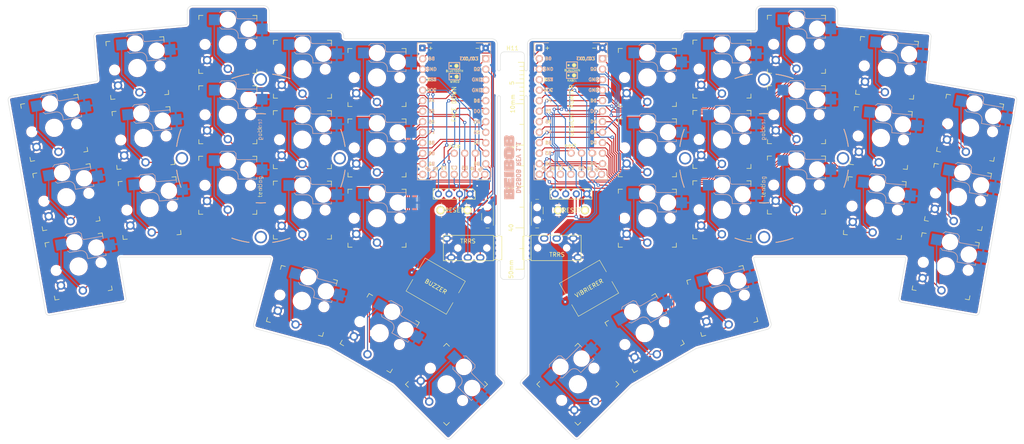
<source format=kicad_pcb>
(kicad_pcb (version 20211014) (generator pcbnew)
  (layers (0 "F.Cu" signal) (31 "B.Cu" signal) (34 "B.Paste" user) (35 "F.Paste" user) (36 "B.SilkS" user "B.Silkscreen") (37 "F.SilkS" user "F.Silkscreen") (38 "B.Mask" user) (39 "F.Mask" user) (44 "Edge.Cuts" user))
  (net 0 "")
  (net 1 "1")
  (net 2 "2")
  (net 3 "GND")
  (net 4 "RST")
  (net 5 "3")
  (net 6 "4")
  (net 7 "5")
  (net 8 "6")
  (net 9 "7")
  (net 10 "8")
  (net 11 "9")
  (net 12 "10")
  (net 13 "11")
  (net 14 "12")
  (net 15 "13")
  (net 16 "14")
  (net 17 "15")
  (net 18 "16")
  (net 19 "17")
  (net 20 "18")
  (net 21 "16a")
  (net 22 "DNG")
  (net 23 "5a")
  (net 24 "4a")
  (net 25 "3a")
  (net 26 "2a")
  (net 27 "1a")
  (net 28 "10a")
  (net 29 "9a")
  (net 30 "8a")
  (net 31 "7a")
  (net 32 "6a")
  (net 33 "15a")
  (net 34 "14a")
  (net 35 "13a")
  (net 36 "12a")
  (net 37 "11a")
  (net 38 "18a")
  (net 39 "17a")
  (net 40 "TSR")
  (net 41 "BAT")
  (net 42 "R1")
  (net 43 "VCC")
  (net 44 "P1")
  (net 46 "SOUND")
  (net 47 "P2")
  (net 48 "1R")
  (net 49 "CVV")
  (net 50 "1P")
  (net 51 "DNUOS")
  (net 52 "2P")
  (net 53 "PWR")
  (net 54 "TAB")
  (net 55 "RWP")
  (net 59 "C7")
  (net 60 "C7a")
  (footprint "Beibob:Kailh_socket_PG1350_optional" (layer "F.Cu") (at 65.435861 75.631509 5)
    (fp_text reference "SW12")
    (fp_text value "SW_Push")
  )
  (footprint "Beibob:Kailh_socket_PG1350_optional" (layer "F.Cu") (at 137.10254 118.228528 -45)
    (fp_text reference "SW18")
    (fp_text value "SW_Push")
  )
  (footprint "Beibob:Kailh_socket_PG1350_optional" (layer "F.Cu") (at 185.575 44.07)
    (fp_text reference "SW19")
    (fp_text value "SW_Push")
  )
  (footprint "Beibob:Kailh_socket_PG1350_optional" (layer "F.Cu") (at 120.325 78.08)
    (fp_text reference "SW15")
    (fp_text value "SW_Push")
  )
  (footprint "Beibob:SW_SPDT_PCM12" (layer "F.Cu") (at 159.315 76.97 -90)
    (fp_text reference "WWS1")
    (fp_text value "SW_SPDT")
  )
  (footprint "Beibob:Kailh_socket_PG1350_optional" (layer "F.Cu") (at 263.492039 56.218304 -10)
    (fp_text reference "SW23")
    (fp_text value "SW_Push")
  )
  (footprint "Beibob:Kailh_socket_PG1350_optional" (layer "F.Cu") (at 260.559535 72.94609 -10)
    (fp_text reference "SW28")
    (fp_text value "SW_Push")
  )
  (footprint "keebio:JUMPER_SMD_2DUB" (layer "F.Cu") (at 138.9812 41.2446)
    (fp_text reference "JP1")
    (fp_text value "BLUETOOTH")
  )
  (footprint "Beibob:Kailh_socket_PG1350_optional" (layer "F.Cu") (at 102.34 42.07)
    (fp_text reference "SW4")
    (fp_text value "SW_Push")
  )
  (footprint "Beibob:Kailh_socket_PG1350_optional" (layer "F.Cu") (at 120.980127 105.849103 -30)
    (fp_text reference "SW17")
    (fp_text value "SW_Push")
  )
  (footprint "Keebio-Parts.pretty-master:I2C_Breakout" (layer "F.Cu") (at 142.78 72.22 -90)
    (fp_text reference "U3" hide)
    (fp_text value "OLED1")
  )
  (footprint "Keebio-Parts.pretty-master:I2C_Breakout" (layer "F.Cu") (at 170.97 72.2 -90)
    (fp_text reference "U4" hide)
    (fp_text value "OLED2")
  )
  (footprint "Beibob:Kailh_socket_PG1350_optional" (layer "F.Cu") (at 102.203142 98.063577 -15)
    (fp_text reference "SW16")
    (fp_text value "SW_Push" hide)
  )
  (footprint "Keebio-Parts.pretty-master:SinglePad" (layer "F.Cu") (at 141.51 62.39)
    (fp_text reference "H6" hide)
    (fp_text value "MountingHole_Pad" hide)
  )
  (footprint "Beibob:Kailh_socket_PG1350_optional" (layer "F.Cu") (at 240.473961 75.632794 -5)
    (fp_text reference "SW32")
    (fp_text value "SW_Push")
  )
  (footprint "Keebio-Parts.pretty-master:TRRS-PJ-320A" (layer "F.Cu") (at 157.51 85.26 90)
    (fp_text reference "J2")
    (fp_text value "TRRS LEFT")
  )
  (footprint "Beibob:Kailh_socket_PG1350_optional" (layer "F.Cu") (at 185.585 61.06)
    (fp_text reference "SW24")
    (fp_text value "SW_Push")
  )
  (footprint "Beibob:Kailh_socket_PG1350_optional" (layer "F.Cu") (at 184.930127 105.849103 30)
    (fp_text reference "SW35")
    (fp_text value "SW_Push")
  )
  (footprint "Beibob:Tenting_Pucksmol" (layer "F.Cu") (at 92.29 63.6)
    (fp_text reference "puck2")
    (fp_text value "Hole")
  )
  (footprint "Beibob:Tenting_Pucksmol" (layer "F.Cu") (at 213.76 63.6)
    (fp_text reference "puck1")
    (fp_text value "Hole")
  )
  (footprint "Beibob:Kailh_socket_PG1350_optional" (layer "F.Cu") (at 84.325 36.08)
    (fp_text reference "SW3")
    (fp_text value "SW_Push")
  )
  (footprint "Keebio-Parts.pretty-master:breakaway-mousebites" (layer "F.Cu") (at 156.02115 85.29 -90)
    (fp_text reference "H2" hide)
    (fp_text value "Mousebites" hide)
  )
  (footprint "Beibob:SW_ResetSW" (layer "F.Cu") (at 138.93 76.15)
    (fp_text reference "RST1" hide)
    (fp_text value "SW_Push")
  )
  (footprint "Beibob:Kailh_socket_PG1350_optional" (layer "F.Cu") (at 243.433961 41.742794 -5)
    (fp_text reference "SW22")
    (fp_text value "SW_Push")
  )
  (footprint "Keebio-Parts.pretty-master:SinglePad" (layer "F.Cu") (at 138.97 62.39)
    (fp_text reference "H3" hide)
    (fp_text value "MountingHole_Pad" hide)
  )
  (footprint "Beibob:SW_SPDT_PCM12" (layer "F.Cu") (at 146.7 76.99 90)
    (fp_text reference "SWW1")
    (fp_text value "SW_SPDT")
  )
  (footprint "keebio:JUMPER_SMD_2DUB" (layer "F.Cu") (at 139.04 43.85)
    (fp_text reference "JP2")
    (fp_text value "WIRED")
  )
  (footprint "Beibob:Kailh_socket_PG1350_optional" (layer "F.Cu") (at 168.80807 118.19807 45)
    (fp_text reference "SW34")
    (fp_text value "SW_Push")
  )
  (footprint "Beibob:Kailh_socket_PG1350_optional" (layer "F.Cu") (at 203.585 42.05)
    (fp_text reference "SW20")
    (fp_text value "SW_Push")
  )
  (footprint "Beibob:Kailh_socket_PG1350_optional" (layer "F.Cu") (at 203.575 76.05)
    (fp_text reference "SW30")
    (fp_text value "SW_Push")
  )
  (footprint "Beibob:Kailh_socket_PG1350_optional" (layer "F.Cu") (at 45.353207 72.999606 10)
    (fp_text reference "SW6")
    (fp_text value "SW_Push")
  )
  (footprint "Buzzer_Beeper:Buzzer_Mallory_AST1109MLTRQ" (layer "F.Cu") (at 134.5 94.5 -30)
    (fp_text reference "BZ1")
    (fp_text value "Buzzer")
  )
  (footprint "Beibob:Kailh_socket_PG1350_optional" (layer "F.Cu") (at 120.325 61.1)
    (fp_text reference "SW10")
    (fp_text value "SW_Push")
  )
  (footprint "Buzzer_Beeper:Buzzer_Mallory_AST1109MLTRQ" (layer "F.Cu") (at 171.5 95 30)
    (fp_text reference "BZ2")
    (fp_text value "Buzzer")
  )
  (footprint "Beibob:Kailh_socket_PG1350_optional" (layer "F.Cu") (at 63.95 58.7 5)
    (fp_text reference "SW7")
    (fp_text value "SW_Push")
  )
  (footprint "Beibob:Kailh_socket_PG1350_optional" (layer "F.Cu") (at 241.953961 58.692794 -5)
    (fp_text reference "SW27")
    (fp_text value "SW_Push")
  )
  (footprint "keebio:JUMPER_SMD_2DUB" (layer "F.Cu") (at 167.39 41.07)
    (fp_text reference "JP3")
    (fp_text value "BLAUZAHN")
  )
  (footprint "Beibob:Kailh_socket_PG1350_optional" (layer "F.Cu") (at 203.585 59.05)
    (fp_text reference "SW25")
    (fp_text value "SW_Push")
  )
  (footprint "Beibob:Kailh_socket_PG1350_optional" (layer "F.Cu") (at 84.305 70.12)
    (fp_text reference "SW13")
    (fp_text value "SW_Push")
  )
  (footprint "Beibob:Kailh_socket_PG1350_optional" (layer "F.Cu") (at 185.575 78.07)
    (fp_text reference "SW29")
    (fp_text value "SW_Push")
  )
  (footprint "Beibob:SW_ResetSW" (layer "F.Cu") (at 167.27 76.16)
    (fp_text reference "TSR1" hide)
    (fp_text value "SW_Push")
  )
  (footprint "Keebio-Parts.pretty-master:SinglePad" (layer "F.Cu") (at 167.18 62.32)
    (fp_text reference "H4" hide)
    (fp_text value "MountingHole_Pad" hide)
  )
  (footprint "Beibob:Kailh_socket_PG1350_optional" (layer "F.Cu") (at 48.308452 89.740908 10)
    (fp_text reference "SW11")
    (fp_text value "SW_Push")
  )
  (footprint "Beibob:Kailh_socket_PG1350_optional" (layer "F.Cu") (at 42.413207 56.239606 10)
    (fp_text reference "SW1")
    (fp_text value "SW_Push")
  )
  (footprint "Beibob:Kailh_socket_PG1350_optional" (layer "F.Cu") (at 62.47 41.79 5)
    (fp_text reference "SW2")
    (fp_text value "SW_Push")
  )
  (footprint "Keebio-Parts.pretty-master:SinglePad" (layer "F.Cu") (at 144.05 62.39)
    (fp_text reference "H5" hide)
    (fp_text value "MountingHole_Pad" hide)
  )
  (footprint "Keebio-Parts.pretty-master:breakaway-mousebites" (layer "F.Cu") (at 149.52115 45.48 -90)
    (fp_text reference "H10" hide)
    (fp_text value "Mousebites" hide)
  )
  (footprint "Beibob:Kailh_socket_PG1350_optional" (layer "F.Cu") (at 102.315 59.1)
    (fp_text reference "SW9")
    (fp_text value "SW_Push")
  )
  (footprint "Beibob:BAT" (layer "F.Cu") (at 131.27 36.95)
    (fp_text reference "BAT1")
    (fp_text value "Conn_01x02_Male")
  )
  (footprint "Keebio-Parts.pretty-master:TRRS-PJ-320A" (layer "F.Cu") (at 148.45 85.28 -90)
    (fp_text reference "J1")
    (fp_text value "TRRS LEFT")
  )
  (footprint "Keebio-Parts.pretty-master:breakaway-mousebites" (layer "F.Cu") (at 156.03 45.47 -90)
    (fp_text reference "H9" hide)
    (fp_text value "Mousebites" hide)
  )
  (footprint "keebio:JUMPER_SMD_2DUB" (layer "F.Cu") (at 167.3812 43.54)
    (fp_text reference "JP4")
    (fp_text value "KABEL")
  )
  (footprint "Beibob:Kailh_socket_PG1350_optional" (layer "F.Cu") (at 203.682968 98.071038 15)
    (fp_text reference "SW36")
    (fp_text value "SW_Push")
  )
  (footprint "Keebio-Parts.pretty-master:breakaway-mousebites" (layer "F.Cu") (at 149.52 85.28 -90)
    (fp_text reference "H1" hide)
    (fp_text value "Mousebites" hide)
  )
  (footprint "Keebio-Parts.pretty-master:SinglePad" (layer "F.Cu") (at 172.24 62.33)
    (fp_text reference "H7" hide)
    (fp_text value "MountingHole_Pad" hide)
  )
  (footprint "Beibob:Kailh_socket_PG1350_optional" (layer "F.Cu") (at 120.32 44.09)
    (fp_text reference "SW5")
    (fp_text value "SW_Push")
  )
  (footprint "Calibration_Scale:Gauge_50mm_Type1_SilkScreenTop" (layer "F.Cu") (at 155.79199 40.41 -90)
    (fp_text reference "H12")
    (fp_text value "Ruler")
  )
  (footprint "Beibob:BAT" (layer "F.Cu") (at 159.44 36.91)
    (fp_text reference "TAB1")
    (fp_text value "Conn_01x02_Male")
  )
  (footprint "Beibob:Kailh_socket_PG1350_optional" (layer "F.Cu") (at 257.599535 89.69609 -10)
    (fp_text reference "SW33")
    (fp_text value "SW_Push")
  )
  (footprint "Beibob:Kailh_socket_PG1350_optional" (layer "F.Cu") (at 102.32 76.11)
    (fp_text reference "SW14")
    (fp_text value "SW_Push")
  )
  (footprint "Beibob:Kailh_socket_PG1350_optional" (layer "F.Cu") (at 221.575 70.06)
    (fp_text reference "SW31")
    (fp_text value "SW_Push")
  )
  (footprint "MountingHole:MountingHole_2.7mm_M2.5_DIN965" (layer "F.Cu") (at 153.02 40.36)
    (fp_text reference "H11")
    (fp_text value "M3 MountingHole")
  )
  (footprint "Beibob:Kailh_socket_PG1350_optional" (layer "F.Cu") (at 84.325 53.08)
    (fp_text reference "SW8")
    (fp_text value "SW_Push")
  )
  (footprint "Beibob:Kailh_socket_PG1350_optional" (layer "F.Cu") (at 221.585 53.06)
    (fp_text reference "SW26")
    (fp_text value "SW_Push")
  )
  (footprint "Keebio-Parts.pretty-master:SinglePad" (layer "F.Cu") (at 169.7 62.33)
    (fp_text reference "H8" hide)
    (fp_text value "MountingHole_Pad" hide)
  )
  (footprint "Beibob:Kailh_socket_PG1350_optional" (layer "F.Cu") (at 221.575 36.05)
    (fp_text reference "SW21")
    (fp_text value "SW_Push")
  )
  (footprint "Beibob:Elite-C" (layer "B.Cu") (at 138.97 53.51 -90)
    (fp_text reference "U1" hide)
    (fp_text value "Elite-C RIGHT" hide)
  )
  (footprint "Beibob:Elite-C" (layer "B.Cu") (at 167.14 53.48675 -90)
    (fp_text reference "U2" hide)
    (fp_text value "Elite-C LEFT" hide)
  )
  (gr_poly (pts (xy 144.342871 108.876099) (xy 144.353629 108.750938) (xy 144.372403 108.632638) (xy 144.385285 108.576182) (xy 144.400758 108.521585) (xy 144.419018 108.468897) (xy 144.44026 108.418165) (xy 144.464679 108.369437) (xy 144.492473 108.322763) (xy 144.523835 108.27819) (xy 144.558963 108.235765) (xy 144.59805 108.195539) (xy 144.641294 108.157558) (xy 144.68889 108.121872) (xy 144.741033 108.088527) (xy 144.797919 108.057573) (xy 144.859744 108.029057) (xy 144.926703 108.003029) (xy 144.998992 107.979535) (xy 145.076806 107.958625) (xy 145.160342 107.940347) (xy 145.249794 107.924748) (xy 145.34536 107.911877) (xy 145.447233 107.901783) (xy 145.55561 107.894513) (xy 145.670687 107.890115) (xy 145.792658 107.888639) (xy 146.045284 107.895137) (xy 146.163144 107.903298) (xy 146.275502 107.914765) (xy 146.382458 107.929564) (xy 146.484111 107.94772) (xy 146.580561 107.969256) (xy 146.671909 107.994199) (xy 146.758253 108.022572) (xy 146.839695 108.0544) (xy 146.916333 108.089709) (xy 146.988267 108.128522) (xy 147.055597 108.170865) (xy 147.118423 108.216762) (xy 147.176845 108.266238) (xy 147.230963 108.319317) (xy 147.280876 108.376025) (xy 147.326684 108.436387) (xy 147.368487 108.500425) (xy 147.406385 108.568167) (xy 147.440478 108.639636) (xy 147.470865 108.714856) (xy 147.497646 108.793854) (xy 147.520921 108.876653) (xy 147.54079 108.963278) (xy 147.557353 109.053754) (xy 147.580958 109.246357) (xy 147.592535 109.454661) (xy 147.592883 109.678862) (xy 147.542877 111.74412) (xy 145.424279 111.765329) (xy 145.424279 109.977233) (xy 146.579423 109.958897) (xy 146.577463 109.938935) (xy 146.574975 109.919974) (xy 146.57189 109.90199) (xy 146.568139 109.884959) (xy 146.563653 109.868858) (xy 146.558363 109.853661) (xy 146.552201 109.839345) (xy 146.545096 109.825886) (xy 146.536981 109.81326) (xy 146.527785 109.801442) (xy 146.517441 109.790408) (xy 146.505879 109.780135) (xy 146.49303 109.770598) (xy 146.478826 109.761773) (xy 146.463196 109.753636) (xy 146.446073 109.746163) (xy 146.427388 109.739329) (xy 146.40707 109.733111) (xy 146.385052 109.727485) (xy 146.361265 109.722426) (xy 146.335638 109.71791) (xy 146.308104 109.713914) (xy 146.278594 109.710412) (xy 146.247038 109.707382) (xy 146.213368 109.704798) (xy 146.177514 109.702637) (xy 146.098979 109.699487) (xy 146.010883 109.697738) (xy 145.912673 109.697198) (xy 145.844284 109.697651) (xy 145.782094 109.699181) (xy 145.725857 109.702044) (xy 145.675326 109.706496) (xy 145.630255 109.712795) (xy 145.590397 109.721195) (xy 145.555505 109.731955) (xy 145.539845 109.738299) (xy 145.525333 109.745329) (xy 145.51194 109.753077) (xy 145.499635 109.761575) (xy 145.488386 109.770855) (xy 145.478163 109.780949) (xy 145.468934 109.791889) (xy 145.460671 109.803707) (xy 145.45334 109.816435) (xy 145.446912 109.830105) (xy 145.441356 109.84475) (xy 145.43664 109.860401) (xy 145.432735 109.87709) (xy 145.429608 109.89485) (xy 145.42557 109.933708) (xy 145.424279 109.977233) (xy 145.424279 111.765329) (xy 144.379148 111.775791) (xy 144.339143 109.145462) (xy 144.338564 109.007736)) (layer "F.Cu") (width 0.063) (fill solid))
  (gr_poly (pts (xy 144.349809 98.130581) (xy 144.360417 97.983958) (xy 144.377169 97.849859) (xy 144.400367 97.728017) (xy 144.430313 97.618166) (xy 144.447912 97.567654) (xy 144.467312 97.520041) (xy 144.48855 97.475292) (xy 144.511665 97.433374) (xy 144.536694 97.394255) (xy 144.563675 97.357901) (xy 144.592646 97.324278) (xy 144.623645 97.293354) (xy 144.65671 97.265094) (xy 144.691878 97.239467) (xy 144.729187 97.216438) (xy 144.768676 97.195975) (xy 144.810382 97.178044) (xy 144.854343 97.162611) (xy 144.900596 97.149644) (xy 144.94918 97.139109) (xy 145.053492 97.125203) (xy 145.16758 97.120627) (xy 145.259976 97.121977) (xy 145.345509 97.126038) (xy 145.424542 97.132823) (xy 145.497439 97.142349) (xy 145.564564 97.154628) (xy 145.62628 97.169676) (xy 145.682952 97.187508) (xy 145.734943 97.208138) (xy 145.782617 97.231581) (xy 145.826338 97.257852) (xy 145.866469 97.286964) (xy 145.903375 97.318933) (xy 145.93742 97.353774) (xy 145.968966 97.391501) (xy 145.998378 97.432128) (xy 146.026021 97.475671) (xy 146.055204 97.426797) (xy 146.084856 97.381978) (xy 146.099968 97.36105) (xy 146.115329 97.34109) (xy 146.130982 97.322082) (xy 146.146973 97.304009) (xy 146.163345 97.286857) (xy 146.180141 97.27061) (xy 146.197407 97.255252) (xy 146.215185 97.240769) (xy 146.23352 97.227143) (xy 146.252455 97.21436) (xy 146.272035 97.202404) (xy 146.292304 97.19126) (xy 146.313305 97.180912) (xy 146.335083 97.171344) (xy 146.357681 97.162542) (xy 146.381143 97.154488) (xy 146.405514 97.147168) (xy 146.430837 97.140566) (xy 146.457156 97.134667) (xy 146.484515 97.129455) (xy 146.512959 97.124915) (xy 146.542531 97.12103) (xy 146.573274 97.117786) (xy 146.605234 97.115166) (xy 146.672977 97.111739) (xy 146.746111 97.110625) (xy 146.811961 97.112009) (xy 146.874544 97.116134) (xy 146.933933 97.122957) (xy 146.9902 97.132434) (xy 147.043419 97.144522) (xy 147.093663 97.159179) (xy 147.141003 97.176361) (xy 147.185514 97.196026) (xy 147.227269 97.21813) (xy 147.26634 97.24263) (xy 147.302799 97.269483) (xy 147.336722 97.298646) (xy 147.368179 97.330077) (xy 147.397244 97.363731) (xy 147.42399 97.399567) (xy 147.44849 97.437541) (xy 147.470817 97.477609) (xy 147.491044 97.51973) (xy 147.509243 97.563859) (xy 147.525489 97.609955) (xy 147.539853 97.657973) (xy 147.552408 97.707871) (xy 147.563228 97.759606) (xy 147.572386 97.813135) (xy 147.586005 97.925401) (xy 147.59385 98.044326) (xy 147.596504 98.169565) (xy 147.59455 98.300774) (xy 147.592883 98.300775) (xy 147.526208 100.621064) (xy 146.861125 100.6108) (xy 146.861125 99.010864) (xy 146.867266 98.966834) (xy 146.870638 98.926547) (xy 146.871263 98.907768) (xy 146.871168 98.889878) (xy 146.870344 98.872862) (xy 146.868782 98.856704) (xy 146.866473 98.841388) (xy 146.863408 98.826899) (xy 146.859577 98.813222) (xy 146.854972 98.80034) (xy 146.849583 98.788238) (xy 146.843401 98.776901) (xy 146.836416 98.766312) (xy 146.828621 98.756458) (xy 146.820005 98.747321) (xy 146.81056 98.738886) (xy 146.800275 98.731138) (xy 146.789143 98.724061) (xy 146.777154 98.71764) (xy 146.764299 98.711859) (xy 146.750568 98.706702) (xy 146.735953 98.702154) (xy 146.720444 98.6982) (xy 146.704033 98.694823) (xy 146.686709 98.692008) (xy 146.668464 98.689741) (xy 146.629175 98.686782) (xy 146.586091 98.685824) (xy 146.554099 98.686236) (xy 146.524947 98.687634) (xy 146.498544 98.690263) (xy 146.486346 98.692115) (xy 146.474801 98.694367) (xy 146.463898 98.697048) (xy 146.453626 98.700189) (xy 146.443973 98.703822) (xy 146.434929 98.707975) (xy 146.426482 98.712681) (xy 146.418621 98.717968) (xy 146.411334 98.723869) (xy 146.40461 98.730413) (xy 146.398438 98.737631) (xy 146.392806 98.745553) (xy 146.387704 98.75421) (xy 146.383119 98.763633) (xy 146.379042 98.773852) (xy 146.375459 98.784897) (xy 146.372361 98.796799) (xy 146.369736 98.809589) (xy 146.367572 98.823297) (xy 146.365858 98.837954) (xy 146.364583 98.85359) (xy 146.363735 98.870235) (xy 146.363278 98.906677) (xy 146.364396 98.947523) (xy 146.362729 98.949189) (xy 146.861125 99.010864) (xy 146.861125 100.6108) (xy 145.132576 100.584122) (xy 145.132576 98.98086) (xy 145.692646 98.95419) (xy 145.687155 98.92415) (xy 145.680603 98.895924) (xy 145.672864 98.86953) (xy 145.663814 98.844984) (xy 145.658758 98.833409) (xy 145.653328 98.822303) (xy 145.647508 98.811668) (xy 145.641282 98.801505) (xy 145.634635 98.791817) (xy 145.627551 98.782606) (xy 145.620015 98.773875) (xy 145.612011 98.765625) (xy 145.603523 98.757858) (xy 145.594536 98.750577) (xy 145.585035 98.743784) (xy 145.575004 98.73748) (xy 145.564427 98.731669) (xy 145.553289 98.726351) (xy 145.541573 98.72153) (xy 145.529266 98.717207) (xy 145.51635 98.713385) (xy 145.502811 98.710066) (xy 145.488633 98.707251) (xy 145.4738 98.704944) (xy 145.458297 98.703145) (xy 145.442108 98.701858) (xy 145.425217 98.701084) (xy 145.40761 98.700825) (xy 145.354619 98.701864) (xy 145.307392 98.704996) (xy 145.285875 98.707353) (xy 145.265719 98.710242) (xy 145.246897 98.713664) (xy 145.229385 98.717624) (xy 145.213154 98.722123) (xy 145.198178 98.727165) (xy 145.184432 98.732752) (xy 145.171887 98.738887) (xy 145.160518 98.745572) (xy 145.150299 98.75281) (xy 145.141202 98.760605) (xy 145.133201 98.768959) (xy 145.126269 98.777874) (xy 145.120381 98.787353) (xy 145.115508 98.7974) (xy 145.111626 98.808016) (xy 145.108707 98.819205) (xy 145.106724 98.830969) (xy 145.105652 98.843312) (xy 145.105463 98.856235) (xy 145.106131 98.869742) (xy 145.10763 98.883835) (xy 145.113013 98.913791) (xy 145.121399 98.946126) (xy 145.132576 98.98086) (xy 145.132576 100.584122) (xy 144.39415 100.572725) (xy 144.345811 98.462462) (xy 144.345041 98.289993)) (layer "F.Cu") (width 0.063) (fill solid))
  (gr_poly (pts (xy 144.347234 102.080853) (xy 144.356359 101.832127) (xy 144.371306 101.606334) (xy 144.391858 101.399703) (xy 144.417802 101.208465) (xy 144.448923 101.02885) (xy 144.485005 100.857087) (xy 144.525833 100.689407) (xy 145.609302 100.894433) (xy 145.610969 100.894431) (xy 145.567917 101.06193) (xy 145.529084 101.236167) (xy 145.494939 101.414194) (xy 145.465951 101.593061) (xy 145.442588 101.769818) (xy 145.425321 101.941516) (xy 145.414616 102.105205) (xy 145.410944 102.257936) (xy 145.411621 102.336275) (xy 145.412526 102.369354) (xy 145.413861 102.398656) (xy 145.415665 102.424393) (xy 145.417976 102.446777) (xy 145.420834 102.466022) (xy 145.424279 102.482338) (xy 145.428348 102.49594) (xy 145.433082 102.507039) (xy 145.438519 102.515847) (xy 145.444698 102.522578) (xy 145.451659 102.527443) (xy 145.459439 102.530655) (xy 145.46808 102.532427) (xy 145.477619 102.53297) (xy 145.482505 102.532881) (xy 145.487174 102.53257) (xy 145.491643 102.53197) (xy 145.495928 102.531017) (xy 145.500048 102.529643) (xy 145.504019 102.527784) (xy 145.505953 102.526651) (xy 145.507857 102.525373) (xy 145.509733 102.52394) (xy 145.511581 102.522344) (xy 145.513406 102.520577) (xy 145.515208 102.518631) (xy 145.51699 102.516498) (xy 145.518754 102.514169) (xy 145.522236 102.508891) (xy 145.525672 102.502732) (xy 145.529078 102.495625) (xy 145.532473 102.487505) (xy 145.535872 102.478306) (xy 145.539293 102.467962) (xy 145.542754 102.456407) (xy 145.54627 102.443574) (xy 145.54986 102.429399) (xy 145.55354 102.413815) (xy 145.557327 102.396756) (xy 145.561239 102.378156) (xy 145.565293 102.35795) (xy 145.569505 102.336071) (xy 145.573894 102.312453) (xy 145.578475 102.287031) (xy 145.588284 102.230511) (xy 145.59907 102.165981) (xy 145.610969 102.092915) (xy 145.647778 101.881865) (xy 145.683774 101.694129) (xy 145.719824 101.528367) (xy 145.756794 101.383243) (xy 145.795552 101.257419) (xy 145.836964 101.149556) (xy 145.881897 101.058315) (xy 145.905954 101.018511) (xy 145.931217 100.98236) (xy 145.957794 100.949696) (xy 145.985792 100.920352) (xy 146.015321 100.89416) (xy 146.046489 100.870953) (xy 146.079403 100.850564) (xy 146.114173 100.832825) (xy 146.150907 100.817569) (xy 146.189713 100.80463) (xy 146.273974 100.785029) (xy 146.367824 100.772686) (xy 146.47213 100.766261) (xy 146.587758 100.764416) (xy 146.660605 100.765363) (xy 146.730111 100.768297) (xy 146.796344 100.773362) (xy 146.85937 100.780698) (xy 146.919258 100.790447) (xy 146.976074 100.802752) (xy 147.029886 100.817755) (xy 147.080762 100.835597) (xy 147.128769 100.85642) (xy 147.173974 100.880367) (xy 147.216445 100.907579) (xy 147.256249 100.938197) (xy 147.293455 100.972365) (xy 147.328128 101.010224) (xy 147.360337 101.051916) (xy 147.39015 101.097583) (xy 147.417633 101.147366) (xy 147.442854 101.201408) (xy 147.46588 101.25985) (xy 147.48678 101.322835) (xy 147.505619 101.390505) (xy 147.522467 101.463) (xy 147.53739 101.540464) (xy 147.550456 101.623039) (xy 147.561732 101.710865) (xy 147.571286 101.804085) (xy 147.585496 102.007276) (xy 147.593627 102.233746) (xy 147.596217 102.484631) (xy 147.592502 102.701605) (xy 147.581502 102.928697) (xy 147.56343 103.160243) (xy 147.538502 103.390577) (xy 147.506932 103.614036) (xy 147.468936 103.824954) (xy 147.447595 103.92394) (xy 147.424728 104.017667) (xy 147.400361 104.105426) (xy 147.374523 104.18651) (xy 146.384399 104.101499) (xy 146.441297 103.923945) (xy 146.494855 103.73088) (xy 146.543764 103.527268) (xy 146.586716 103.318069) (xy 146.622401 103.108244) (xy 146.64951 102.902756) (xy 146.65944 102.803189) (xy 146.666736 102.706566) (xy 146.671233 102.613509) (xy 146.672768 102.524636) (xy 146.672513 102.507025) (xy 146.671739 102.491028) (xy 146.670439 102.47658) (xy 146.668601 102.463613) (xy 146.666216 102.452062) (xy 146.663275 102.441862) (xy 146.659767 102.432946) (xy 146.657797 102.428949) (xy 146.655683 102.425249) (xy 146.653421 102.421836) (xy 146.651013 102.418704) (xy 146.648455 102.415843) (xy 146.645747 102.413245) (xy 146.642887 102.410903) (xy 146.639875 102.408807) (xy 146.636709 102.406951) (xy 146.633388 102.405324) (xy 146.629911 102.40392) (xy 146.626276 102.40273) (xy 146.61853 102.400958) (xy 146.610138 102.399944) (xy 146.601092 102.39962) (xy 146.59545 102.399756) (xy 146.590079 102.400179) (xy 146.584966 102.400911) (xy 146.5801 102.401977) (xy 146.575469 102.4034) (xy 146.571059 102.405202) (xy 146.56686 102.407407) (xy 146.562859 102.410038) (xy 146.559043 102.413119) (xy 146.5554 102.416672) (xy 146.551918 102.42072) (xy 146.548586 102.425288) (xy 146.54539 102.430397) (xy 146.542319 102.436072) (xy 146.53936 102.442335) (xy 146.536501 102.44921) (xy 146.53373 102.45672) (xy 146.531035 102.464887) (xy 146.528403 102.473736) (xy 146.525823 102.48329) (xy 146.523281 102.493571) (xy 146.520767 102.504603) (xy 146.518267 102.516408) (xy 146.515769 102.529012) (xy 146.510733 102.556702) (xy 146.50556 102.58786) (xy 146.500152 102.622671) (xy 146.494412 102.66132) (xy 146.457989 102.889493) (xy 146.421252 103.093568) (xy 146.383305 103.274836) (xy 146.343248 103.434593) (xy 146.300182 103.574133) (xy 146.25321 103.694749) (xy 146.227979 103.748366) (xy 146.201433 103.797737) (xy 146.173462 103.843024) (xy 146.143952 103.884389) (xy 146.112792 103.921994) (xy 146.079868 103.956) (xy 146.04507 103.98657) (xy 146.008284 104.013865) (xy 145.969398 104.038046) (xy 145.9283 104.059276) (xy 145.884878 104.077717) (xy 145.839018 104.093529) (xy 145.73954 104.117918) (xy 145.628966 104.133736) (xy 145.506398 104.142278) (xy 145.370939 104.144838) (xy 145.291732 104.144026) (xy 145.216567 104.140885) (xy 145.145343 104.135292) (xy 145.077959 104.127124) (xy 145.014317 104.116259) (xy 144.954315 104.102575) (xy 144.897853 104.08595) (xy 144.844831 104.06626) (xy 144.79515 104.043384) (xy 144.748709 104.017199) (xy 144.705409 103.987583) (xy 144.665148 103.954414) (xy 144.627826 103.917568) (xy 144.593345 103.876924) (xy 144.561603 103.832359) (xy 144.532501 103.783751) (xy 144.505938 103.730978) (xy 144.481814 103.673916) (xy 144.46003 103.612444) (xy 144.440484 103.54644) (xy 144.423078 103.47578) (xy 144.40771 103.400343) (xy 144.394281 103.320006) (xy 144.38269 103.234646) (xy 144.372839 103.144142) (xy 144.364625 103.048371) (xy 144.352713 102.840538) (xy 144.346153 102.610167) (xy 144.344144 102.356281)) (layer "F.Cu") (width 0.063) (fill solid))
  (gr_poly (pts (xy 144.402485 105.04495) (xy 147.561213 104.148172) (xy 147.694429 105.78673) (xy 147.232838 105.858385) (xy 147.277844 106.373449) (xy 147.576215 106.42679) (xy 147.50954 107.976983) (xy 146.614428 107.792046) (xy 146.614428 106.248434) (xy 146.579423 105.960065) (xy 145.735985 106.088414) (xy 145.734318 106.088414) (xy 146.614428 106.248434) (xy 146.614428 107.792046) (xy 144.330809 107.320235)) (layer "F.Cu") (width 0.063) (fill solid))
  (gr_poly (pts (xy 161.55497 96.242184) (xy 158.396242 97.138962) (xy 158.263026 95.500404) (xy 158.724617 95.428749) (xy 158.679611 94.913685) (xy 158.38124 94.860344) (xy 158.447915 93.310151) (xy 159.343027 93.495088) (xy 159.343027 95.0387) (xy 159.378032 95.327069) (xy 160.22147 95.19872) (xy 160.223137 95.19872) (xy 159.343027 95.0387) (xy 159.343027 93.495088) (xy 161.626646 93.966899)) (layer "F.Cu") (width 0.063) (fill solid))
  (gr_poly (pts (xy 161.622462 106.662329) (xy 161.609193 106.871106) (xy 161.585761 107.061976) (xy 161.569897 107.150858) (xy 161.55109 107.235458) (xy 161.529203 107.315841) (xy 161.504103 107.392073) (xy 161.475654 107.464218) (xy 161.443723 107.532341) (xy 161.408174 107.596507) (xy 161.368873 107.656781) (xy 161.325686 107.713229) (xy 161.278478 107.765915) (xy 161.227113 107.814904) (xy 161.171459 107.860262) (xy 161.111379 107.902052) (xy 161.04674 107.940341) (xy 160.977406 107.975193) (xy 160.903244 108.006674) (xy 160.824118 108.034848) (xy 160.739895 108.05978) (xy 160.650438 108.081535) (xy 160.555615 108.100179) (xy 160.45529 108.115777) (xy 160.349328 108.128392) (xy 160.119958 108.144938) (xy 159.866426 108.150338) (xy 159.633901 108.145795) (xy 159.526781 108.139818) (xy 159.425544 108.131104) (xy 159.330033 108.119456) (xy 159.24009 108.104673) (xy 159.155557 108.086558) (xy 159.076275 108.064911) (xy 159.002087 108.039533) (xy 158.932834 108.010225) (xy 158.868358 107.976788) (xy 158.808501 107.939023) (xy 158.753105 107.896731) (xy 158.702012 107.849713) (xy 158.655064 107.79777) (xy 158.612103 107.740704) (xy 158.57297 107.678314) (xy 158.537508 107.610403) (xy 158.505558 107.53677) (xy 158.476962 107.457218) (xy 158.451563 107.371546) (xy 158.429202 107.279557) (xy 158.40972 107.181051) (xy 158.392961 107.075829) (xy 158.378765 106.963692) (xy 158.366975 106.844441) (xy 158.34998 106.583801) (xy 158.340711 106.292318) (xy 158.337902 105.968399) (xy 158.341949 105.700116) (xy 158.354649 105.460537) (xy 158.376842 105.24809) (xy 158.391762 105.15155) (xy 158.409369 105.061203) (xy 158.42977 104.976853) (xy 158.453069 104.898303) (xy 158.479372 104.825357) (xy 158.508783 104.757819) (xy 158.541407 104.69549) (xy 158.577349 104.638176) (xy 158.616715 104.58568) (xy 158.659609 104.537804) (xy 158.706136 104.494353) (xy 158.756401 104.455129) (xy 158.81051 104.419937) (xy 158.868567 104.388579) (xy 158.930677 104.36086) (xy 158.996946 104.336582) (xy 159.067478 104.31555) (xy 159.142377 104.297565) (xy 159.305702 104.269956) (xy 159.487759 104.252182) (xy 159.689389 104.242671) (xy 159.911432 104.23985) (xy 159.946436 104.240393) (xy 159.946436 106.066746) (xy 159.780813 106.068091) (xy 159.645956 106.072502) (xy 159.589228 106.076035) (xy 159.539188 106.080547) (xy 159.495501 106.086108) (xy 159.457833 106.092791) (xy 159.42585 106.100665) (xy 159.399216 106.109801) (xy 159.377598 106.120271) (xy 159.36066 106.132145) (xy 159.348068 106.145493) (xy 159.339489 106.160387) (xy 159.334586 106.176897) (xy 159.333026 106.195095) (xy 159.333227 106.204461) (xy 159.333909 106.213498) (xy 159.335192 106.222207) (xy 159.337197 106.23059) (xy 159.340042 106.23865) (xy 159.343849 106.246388) (xy 159.348737 106.253807) (xy 159.354826 106.260909) (xy 159.362236 106.267697) (xy 159.371086 106.274171) (xy 159.381498 106.280334) (xy 159.39359 106.286189) (xy 159.407484 106.291738) (xy 159.423297 106.296982) (xy 159.441152 106.301924) (xy 159.461167 106.306566) (xy 159.483463 106.31091) (xy 159.508159 106.314959) (xy 159.535376 106.318713) (xy 159.565233 106.322177) (xy 159.59785 106.325351) (xy 159.633348 106.328237) (xy 159.671846 106.330839) (xy 159.713464 106.333158) (xy 159.758323 106.335196) (xy 159.806541 106.336955) (xy 159.85824 106.338438) (xy 159.913538 106.339646) (xy 159.972557 106.340582) (xy 160.035415 106.341248) (xy 160.173131 106.341779) (xy 160.29802 106.340639) (xy 160.350996 106.339076) (xy 160.398081 106.336726) (xy 160.439589 106.333497) (xy 160.475835 106.329297) (xy 160.507134 106.324032) (xy 160.533801 106.317609) (xy 160.556151 106.309937) (xy 160.5745 106.300921) (xy 160.589161 106.29047) (xy 160.60045 106.27849) (xy 160.608682 106.264889) (xy 160.614172 106.249574) (xy 160.617236 106.232452) (xy 160.618187 106.21343) (xy 160.617939 106.20201) (xy 160.617144 106.191181) (xy 160.615721 106.180927) (xy 160.613593 106.171234) (xy 160.61068 106.162087) (xy 160.606902 106.153471) (xy 160.602182 106.14537) (xy 160.596439 106.13777) (xy 160.589595 106.130656) (xy 160.581571 106.124013) (xy 160.572288 106.117826) (xy 160.561666 106.11208) (xy 160.549627 106.10676) (xy 160.536091 106.101851) (xy 160.52098 106.097339) (xy 160.504214 106.093207) (xy 160.485715 106.089442) (xy 160.465403 106.086028) (xy 160.443199 106.082951) (xy 160.419025 106.080195) (xy 160.3928 106.077745) (xy 160.364447 106.075587) (xy 160.333886 106.073705) (xy 160.301038 106.072085) (xy 160.265824 106.070712) (xy 160.228164 106.06957) (xy 160.145195 106.067921) (xy 160.051496 106.06702) (xy 159.946436 106.066746) (xy 159.946436 104.240393) (xy 160.178192 104.243993) (xy 160.416329 104.257606) (xy 160.525155 104.268517) (xy 160.627416 104.28246) (xy 160.723308 104.299657) (xy 160.813029 104.320328) (xy 160.896774 104.344697) (xy 160.974742 104.372984) (xy 161.047129 104.405411) (xy 161.114131 104.442199) (xy 161.175946 104.483571) (xy 161.23277 104.529747) (xy 161.2848 104.580949) (xy 161.332234 104.637399) (xy 161.375268 104.699319) (xy 161.414099 104.76693) (xy 161.448923 104.840453) (xy 161.479938 104.92011) (xy 161.507341 105.006124) (xy 161.531328 105.098714) (xy 161.552096 105.198104) (xy 161.569842 105.304514) (xy 161.584763 105.418166) (xy 161.597056 105.539282) (xy 161.614545 105.804791) (xy 161.623883 106.102814) (xy 161.626646 106.435124)) (layer "F.Cu") (width 0.063) (fill solid))
  (gr_poly (pts (xy 161.614584 92.411035) (xy 161.603826 92.536196) (xy 161.585052 92.654496) (xy 161.57217 92.710952) (xy 161.556697 92.765549) (xy 161.538437 92.818237) (xy 161.517195 92.868969) (xy 161.492776 92.917697) (xy 161.464982 92.964371) (xy 161.43362 93.008944) (xy 161.398492 93.051369) (xy 161.359405 93.091595) (xy 161.316161 93.129576) (xy 161.268565 93.165262) (xy 161.216422 93.198607) (xy 161.159536 93.229561) (xy 161.097711 93.258077) (xy 161.030752 93.284105) (xy 160.958463 93.307599) (xy 160.880649 93.328509) (xy 160.797113 93.346787) (xy 160.707661 93.362386) (xy 160.612095 93.375257) (xy 160.510222 93.385351) (xy 160.401845 93.392621) (xy 160.286768 93.397019) (xy 160.164797 93.398495) (xy 159.912171 93.391997) (xy 159.794311 93.383836) (xy 159.681953 93.372369) (xy 159.574997 93.35757) (xy 159.473344 93.339414) (xy 159.376894 93.317878) (xy 159.285546 93.292935) (xy 159.199202 93.264562) (xy 159.11776 93.232734) (xy 159.041122 93.197425) (xy 158.969188 93.158612) (xy 158.901858 93.116269) (xy 158.839032 93.070372) (xy 158.78061 93.020896) (xy 158.726492 92.967817) (xy 158.676579 92.911109) (xy 158.630771 92.850747) (xy 158.588968 92.786709) (xy 158.55107 92.718967) (xy 158.516977 92.647498) (xy 158.48659 92.572278) (xy 158.459809 92.49328) (xy 158.436534 92.410481) (xy 158.416665 92.323856) (xy 158.400102 92.23338) (xy 158.376497 92.040777) (xy 158.36492 91.832473) (xy 158.364572 91.608272) (xy 158.414578 89.543014) (xy 160.533176 89.521805) (xy 160.533176 91.309901) (xy 159.378032 91.328237) (xy 159.379992 91.348199) (xy 159.38248 91.36716) (xy 159.385565 91.385144) (xy 159.389316 91.402175) (xy 159.393802 91.418276) (xy 159.399092 91.433473) (xy 159.405254 91.447789) (xy 159.412359 91.461248) (xy 159.420474 91.473874) (xy 159.42967 91.485692) (xy 159.440014 91.496726) (xy 159.451576 91.506999) (xy 159.464425 91.516536) (xy 159.478629 91.525361) (xy 159.494259 91.533498) (xy 159.511382 91.540971) (xy 159.530067 91.547805) (xy 159.550385 91.554023) (xy 159.572403 91.559649) (xy 159.59619 91.564708) (xy 159.621817 91.569224) (xy 159.649351 91.57322) (xy 159.678861 91.576722) (xy 159.710417 91.579752) (xy 159.744087 91.582336) (xy 159.779941 91.584497) (xy 159.858476 91.587647) (xy 159.946572 91.589396) (xy 160.044782 91.589936) (xy 160.113171 91.589483) (xy 160.175361 91.587953) (xy 160.231598 91.58509) (xy 160.282129 91.580638) (xy 160.3272 91.574339) (xy 160.367058 91.565939) (xy 160.40195 91.555179) (xy 160.41761 91.548835) (xy 160.432122 91.541805) (xy 160.445515 91.534057) (xy 160.45782 91.525559) (xy 160.469069 91.516279) (xy 160.479292 91.506185) (xy 160.488521 91.495245) (xy 160.496784 91.483427) (xy 160.504115 91.470699) (xy 160.510543 91.457029) (xy 160.516099 91.442384) (xy 160.520815 91.426733) (xy 160.52472 91.410044) (xy 160.527847 91.392284) (xy 160.531885 91.353426) (xy 160.533176 91.309901) (xy 160.533176 89.521805) (xy 161.578307 89.511343) (xy 161.618312 92.141672) (xy 161.618891 92.279398)) (layer "F.Cu") (width 0.063) (fill solid))
  (gr_poly (pts (xy 161.607646 103.156553) (xy 161.597038 103.303176) (xy 161.580286 103.437275) (xy 161.557088 103.559117) (xy 161.527142 103.668968) (xy 161.509543 103.71948) (xy 161.490143 103.767093) (xy 161.468905 103.811842) (xy 161.44579 103.85376) (xy 161.420761 103.892879) (xy 161.39378 103.929233) (xy 161.364809 103.962856) (xy 161.33381 103.99378) (xy 161.300745 104.02204) (xy 161.265577 104.047667) (xy 161.228268 104.070696) (xy 161.188779 104.091159) (xy 161.147073 104.10909) (xy 161.103112 104.124523) (xy 161.056859 104.13749) (xy 161.008275 104.148025) (xy 160.903963 104.161931) (xy 160.789875 104.166507) (xy 160.697479 104.165157) (xy 160.611946 104.161096) (xy 160.532913 104.154311) (xy 160.460016 104.144785) (xy 160.392891 104.132506) (xy 160.331175 104.117458) (xy 160.274503 104.099626) (xy 160.222512 104.078996) (xy 160.174838 104.055553) (xy 160.131117 104.029282) (xy 160.090986 104.00017) (xy 160.05408 103.968201) (xy 160.020035 103.93336) (xy 159.988489 103.895633) (xy 159.959077 103.855006) (xy 159.931434 103.811463) (xy 159.902251 103.860337) (xy 159.872599 103.905156) (xy 159.857487 103.926084) (xy 159.842126 103.946044) (xy 159.826473 103.965052) (xy 159.810482 103.983125) (xy 159.79411 104.000277) (xy 159.777314 104.016524) (xy 159.760048 104.031882) (xy 159.74227 104.046365) (xy 159.723935 104.059991) (xy 159.705 104.072774) (xy 159.68542 104.08473) (xy 159.665151 104.095874) (xy 159.64415 104.106222) (xy 159.622372 104.11579) (xy 159.599774 104.124592) (xy 159.576312 104.132646) (xy 159.551941 104.139966) (xy 159.526618 104.146568) (xy 159.500299 104.152467) (xy 159.47294 104.157679) (xy 159.444496 104.162219) (xy 159.414924 104.166104) (xy 159.384181 104.169348) (xy 159.352221 104.171968) (xy 159.284478 104.175395) (xy 159.211344 104.176509) (xy 159.145494 104.175125) (xy 159.082911 104.171) (xy 159.023522 104.164177) (xy 158.967255 104.1547) (xy 158.914036 104.142612) (xy 158.863792 104.127955) (xy 158.816452 104.110773) (xy 158.771941 104.091108) (xy 158.730186 104.069004) (xy 158.691115 104.044504) (xy 158.654656 104.017651) (xy 158.620733 103.988488) (xy 158.589276 103.957057) (xy 158.560211 103.923403) (xy 158.533465 103.887567) (xy 158.508965 103.849593) (xy 158.486638 103.809525) (xy 158.466411 103.767404) (xy 158.448212 103.723275) (xy 158.431966 103.677179) (xy 158.417602 103.629161) (xy 158.405047 103.579263) (xy 158.394227 103.527528) (xy 158.385069 103.473999) (xy 158.37145 103.361733) (xy 158.363605 103.242808) (xy 158.360951 103.117569) (xy 158.362905 102.98636) (xy 158.364572 102.986359) (xy 158.431247 100.66607) (xy 159.09633 100.676334) (xy 159.09633 102.27627) (xy 159.090189 102.3203) (xy 159.086817 102.360587) (xy 159.086192 102.379366) (xy 159.086287 102.397256) (xy 159.087111 102.414272) (xy 159.088673 102.43043) (xy 159.090982 102.445746) (xy 159.094047 102.460235) (xy 159.097878 102.473912) (xy 159.102483 102.486794) (xy 159.107872 102.498896) (xy 159.114054 102.510233) (xy 159.121039 102.520822) (xy 159.128834 102.530676) (xy 159.13745 102.539813) (xy 159.146895 102.548248) (xy 159.15718 102.555996) (xy 159.168312 102.563073) (xy 159.180301 102.569494) (xy 159.193156 102.575275) (xy 159.206887 102.580432) (xy 159.221502 102.58498) (xy 159.237011 102.588934) (xy 159.253422 102.592311) (xy 159.270746 102.595126) (xy 159.288991 102.597393) (xy 159.32828 102.600352) (xy 159.371364 102.60131) (xy 159.403356 102.600898) (xy 159.432508 102.5995) (xy 159.458911 102.596871) (xy 159.471109 102.595019) (xy 159.482654 102.592767) (xy 159.493557 102.590086) (xy 159.503829 102.586945) (xy 159.513482 102.583312) (xy 159.522526 102.579159) (xy 159.530973 102.574453) (xy 159.538834 102.569166) (xy 159.546121 102.563265) (xy 159.552845 102.556721) (xy 159.559017 102.549503) (xy 159.564649 102.541581) (xy 159.569751 102.532924) (xy 159.574336 102.523501) (xy 159.578413 102.513282) (xy 159.581996 102.502237) (xy 159.585094 102.490335) (xy 159.587719 102.477545) (xy 159.589883 102.463837) (xy 159.591597 102.44918) (xy 159.592872 102.433544) (xy 159.59372 102.416899) (xy 159.594177 102.380457) (xy 159.593059 102.339611) (xy 159.594726 102.337945) (xy 159.09633 102.27627) (xy 159.09633 100.676334) (xy 160.824879 100.703012) (xy 160.824879 102.306274) (xy 160.264809 102.332944) (xy 160.2703 102.362984) (xy 160.276852 102.39121) (xy 160.284591 102.417604) (xy 160.293641 102.44215) (xy 160.298697 102.453725) (xy 160.304127 102.464831) (xy 160.309947 102.475466) (xy 160.316173 102.485629) (xy 160.32282 102.495317) (xy 160.329904 102.504528) (xy 160.33744 102.513259) (xy 160.345444 102.521509) (xy 160.353932 102.529276) (xy 160.362919 102.536557) (xy 160.37242 102.54335) (xy 160.382451 102.549654) (xy 160.393028 102.555465) (xy 160.404166 102.560783) (xy 160.415882 102.565604) (xy 160.428189 102.569927) (xy 160.441105 102.573749) (xy 160.454644 102.577068) (xy 160.468822 102.579883) (xy 160.483655 102.58219) (xy 160.499158 102.583989) (xy 160.515347 102.585276) (xy 160.532238 102.58605) (xy 160.549845 102.586309) (xy 160.602836 102.58527) (xy 160.650063 102.582138) (xy 160.67158 102.579781) (xy 160.691736 102.576892) (xy 160.710558 102.57347) (xy 160.72807 102.56951) (xy 160.744301 102.565011) (xy 160.759277 102.559969) (xy 160.773023 102.554382) (xy 160.785568 102.548247) (xy 160.796937 102.541562) (xy 160.807156 102.534324) (xy 160.816253 102.526529) (xy 160.824254 102.518175) (xy 160.831186 102.50926) (xy 160.837074 102.499781) (xy 160.841947 102.489734) (xy 160.845829 102.479118) (xy 160.848748 102.467929) (xy 160.850731 102.456165) (xy 160.851803 102.443822) (xy 160.851992 102.430899) (xy 160.851324 102.417392) (xy 160.849825 102.403299) (xy 160.844442 102.373343) (xy 160.836056 102.341008) (xy 160.824879 102.306274) (xy 160.824879 100.703012) (xy 161.563305 100.714409) (xy 161.611644 102.824672) (xy 161.612414 102.997141)) (layer "F.Cu") (width 0.063) (fill solid))
  (gr_poly (pts (xy 144.334993 94.624805) (xy 144.348262 94.416028) (xy 144.371694 94.225158) (xy 144.387558 94.136276) (xy 144.406365 94.051676) (xy 144.428252 93.971293) (xy 144.453352 93.895061) (xy 144.481801 93.822916) (xy 144.513732 93.754793) (xy 144.549281 93.690627) (xy 144.588582 93.630353) (xy 144.631769 93.573905) (xy 144.678977 93.521219) (xy 144.730342 93.47223) (xy 144.785996 93.426872) (xy 144.846076 93.385082) (xy 144.910715 93.346793) (xy 144.980049 93.311941) (xy 145.054211 93.28046) (xy 145.133337 93.252286) (xy 145.21756 93.227354) (xy 145.307017 93.205599) (xy 145.40184 93.186955) (xy 145.502165 93.171357) (xy 145.608127 93.158742) (xy 145.837497 93.142196) (xy 146.091029 93.136796) (xy 146.323554 93.141339) (xy 146.430674 93.147316) (xy 146.531911 93.15603) (xy 146.627422 93.167678) (xy 146.717365 93.182461) (xy 146.801898 93.200576) (xy 146.88118 93.222223) (xy 146.955368 93.247601) (xy 147.024621 93.276909) (xy 147.089097 93.310346) (xy 147.148954 93.348111) (xy 147.20435 93.390403) (xy 147.255443 93.437421) (xy 147.302391 93.489364) (xy 147.345352 93.54643) (xy 147.384485 93.60882) (xy 147.419947 93.676731) (xy 147.451897 93.750364) (xy 147.480493 93.829916) (xy 147.505892 93.915588) (xy 147.528253 94.007577) (xy 147.547735 94.106083) (xy 147.564494 94.211305) (xy 147.57869 94.323442) (xy 147.59048 94.442693) (xy 147.607475 94.703333) (xy 147.616744 94.994816) (xy 147.619553 95.318735) (xy 147.615506 95.587018) (xy 147.602806 95.826597) (xy 147.580613 96.039044) (xy 147.565693 96.135584) (xy 147.548086 96.225931) (xy 147.527685 96.310281) (xy 147.504386 96.388831) (xy 147.478083 96.461777) (xy 147.448672 96.529315) (xy 147.416048 96.591644) (xy 147.380106 96.648958) (xy 147.34074 96.701454) (xy 147.297846 96.74933) (xy 147.251319 96.792781) (xy 147.201054 96.832005) (xy 147.146945 96.867197) (xy 147.088888 96.898555) (xy 147.026778 96.926274) (xy 146.960509 96.950552) (xy 146.889977 96.971584) (xy 146.815078 96.989569) (xy 146.651753 97.017178) (xy 146.469696 97.034952) (xy 146.268066 97.044463) (xy 146.046023 97.047284) (xy 146.011019 97.046741) (xy 146.011019 95.220388) (xy 146.176642 95.219043) (xy 146.311499 95.214632) (xy 146.368227 95.211099) (xy 146.418267 95.206587) (xy 146.461954 95.201026) (xy 146.499622 95.194343) (xy 146.531605 95.186469) (xy 146.558239 95.177333) (xy 146.579857 95.166863) (xy 146.596795 95.154989) (xy 146.609387 95.141641) (xy 146.617966 95.126747) (xy 146.622869 95.110237) (xy 146.624429 95.092039) (xy 146.624228 95.082673) (xy 146.623546 95.073636) (xy 146.622263 95.064927) (xy 146.620258 95.056544) (xy 146.617413 95.048484) (xy 146.613606 95.040746) (xy 146.608718 95.033327) (xy 146.602629 95.026225) (xy 146.595219 95.019437) (xy 146.586369 95.012963) (xy 146.575957 95.0068) (xy 146.563865 95.000945) (xy 146.549971 94.995396) (xy 146.534158 94.990152) (xy 146.516303 94.98521) (xy 146.496288 94.980568) (xy 146.473992 94.976224) (xy 146.449296 94.972175) (xy 146.422079 94.968421) (xy 146.392222 94.964957) (xy 146.359605 94.961783) (xy 146.324107 94.958897) (xy 146.285609 94.956295) (xy 146.243991 94.953976) (xy 146.199132 94.951938) (xy 146.150914 94.950179) (xy 146.099215 94.948696) (xy 146.043917 94.947488) (xy 145.984898 94.946552) (xy 145.92204 94.945886) (xy 145.784324 94.945355) (xy 145.659435 94.946495) (xy 145.606459 94.948058) (xy 145.559374 94.950408) (xy 145.517866 94.953637) (xy 145.48162 94.957837) (xy 145.450321 94.963102) (xy 145.423654 94.969525) (xy 145.401304 94.977197) (xy 145.382955 94.986213) (xy 145.368294 94.996664) (xy 145.357005 95.008644) (xy 145.348773 95.022245) (xy 145.343283 95.03756) (xy 145.340219 95.054682) (xy 145.339268 95.073704) (xy 145.339516 95.085124) (xy 145.340311 95.095953) (xy 145.341734 95.106207) (xy 145.343862 95.1159) (xy 145.346775 95.125047) (xy 145.350553 95.133663) (xy 145.355273 95.141764) (xy 145.361016 95.149364) (xy 145.36786 95.156478) (xy 145.375884 95.163121) (xy 145.385167 95.169308) (xy 145.395789 95.175054) (xy 145.407828 95.180374) (xy 145.421364 95.185283) (xy 145.436475 95.189795) (xy 145.453241 95.193927) (xy 145.47174 95.197692) (xy 145.492052 95.201106) (xy 145.514256 95.204183) (xy 145.53843 95.206939) (xy 145.564655 95.209389) (xy 145.593008 95.211547) (xy 145.623569 95.213429) (xy 145.656417 95.215049) (xy 145.691631 95.216422) (xy 145.729291 95.217564) (xy 145.81226 95.219213) (xy 145.905959 95.220114) (xy 146.011019 95.220388) (xy 146.011019 97.046741) (xy 145.779263 97.043141) (xy 145.541126 97.029528) (xy 145.4323 97.018617) (xy 145.330039 97.004674) (xy 145.234147 96.987477) (xy 145.144426 96.966806) (xy 145.060681 96.942437) (xy 144.982713 96.91415) (xy 144.910326 96.881723) (xy 144.843324 96.844935) (xy 144.781509 96.803563) (xy 144.724685 96.757387) (xy 144.672655 96.706185) (xy 144.625221 96.649735) (xy 144.582187 96.587815) (xy 144.543356 96.520204) (xy 144.508532 96.446681) (xy 144.477517 96.367024) (xy 144.450114 96.28101) (xy 144.426127 96.18842) (xy 144.405359 96.08903) (xy 144.387613 95.98262) (xy 144.372692 95.868968) (xy 144.360399 95.747852) (xy 144.34291 95.482343) (xy 144.333572 95.18432) (xy 144.330809 94.85201)) (layer "F.Cu") (width 0.063) (fill solid))
  (gr_poly (pts (xy 161.607646 110.755835) (xy 161.597038 110.902458) (xy 161.580286 111.036557) (xy 161.557088 111.158398) (xy 161.527142 111.268249) (xy 161.509543 111.318761) (xy 161.490143 111.366374) (xy 161.468905 111.411123) (xy 161.44579 111.453041) (xy 161.420761 111.49216) (xy 161.39378 111.528514) (xy 161.364809 111.562137) (xy 161.33381 111.593061) (xy 161.300745 111.621321) (xy 161.265577 111.646948) (xy 161.228268 111.669977) (xy 161.188779 111.69044) (xy 161.147073 111.708372) (xy 161.103112 111.723804) (xy 161.056859 111.736771) (xy 161.008275 111.747306) (xy 160.903963 111.761212) (xy 160.789875 111.765788) (xy 160.697479 111.764438) (xy 160.611946 111.760377) (xy 160.532913 111.753592) (xy 160.460016 111.744067) (xy 160.392891 111.731787) (xy 160.331175 111.716739) (xy 160.274503 111.698907) (xy 160.222512 111.678277) (xy 160.174838 111.654834) (xy 160.131117 111.628563) (xy 160.090986 111.599451) (xy 160.05408 111.567481) (xy 160.020035 111.532641) (xy 159.988489 111.494914) (xy 159.959077 111.454286) (xy 159.931434 111.410743) (xy 159.902251 111.459618) (xy 159.872599 111.504437) (xy 159.857487 111.525364) (xy 159.842126 111.545325) (xy 159.826473 111.564334) (xy 159.810482 111.582406) (xy 159.79411 111.599558) (xy 159.777314 111.615805) (xy 159.760048 111.631163) (xy 159.74227 111.645647) (xy 159.723935 111.659272) (xy 159.705 111.672055) (xy 159.68542 111.684011) (xy 159.665151 111.695155) (xy 159.64415 111.705503) (xy 159.622372 111.715071) (xy 159.599774 111.723874) (xy 159.576312 111.731928) (xy 159.551941 111.739247) (xy 159.526618 111.745849) (xy 159.500299 111.751748) (xy 159.47294 111.75696) (xy 159.444496 111.761501) (xy 159.414924 111.765385) (xy 159.384181 111.76863) (xy 159.352221 111.771249) (xy 159.284478 111.774676) (xy 159.211344 111.775791) (xy 159.145494 111.774406) (xy 159.082911 111.770281) (xy 159.023522 111.763458) (xy 158.967255 111.753981) (xy 158.914036 111.741893) (xy 158.863792 111.727236) (xy 158.816452 111.710054) (xy 158.771941 111.690389) (xy 158.730186 111.668285) (xy 158.691115 111.643785) (xy 158.654656 111.616932) (xy 158.620733 111.587768) (xy 158.589276 111.556338) (xy 158.560211 111.522683) (xy 158.533465 111.486847) (xy 158.508965 111.448874) (xy 158.486638 111.408805) (xy 158.466411 111.366684) (xy 158.448212 111.322555) (xy 158.431966 111.276459) (xy 158.417602 111.228441) (xy 158.405047 111.178543) (xy 158.394227 111.126808) (xy 158.385069 111.07328) (xy 158.37145 110.961014) (xy 158.363605 110.842089) (xy 158.360951 110.71685) (xy 158.362905 110.585641) (xy 158.364572 110.583976) (xy 158.431247 108.265352) (xy 159.09633 108.275617) (xy 159.09633 109.873887) (xy 159.090189 109.917917) (xy 159.086817 109.958204) (xy 159.086192 109.976983) (xy 159.086287 109.994872) (xy 159.087111 110.011888) (xy 159.088673 110.028046) (xy 159.090982 110.043362) (xy 159.094047 110.057851) (xy 159.097878 110.071528) (xy 159.102483 110.08441) (xy 159.107872 110.096512) (xy 159.114054 110.107849) (xy 159.121039 110.118438) (xy 159.128834 110.128292) (xy 159.13745 110.137429) (xy 159.146895 110.145864) (xy 159.15718 110.153612) (xy 159.168312 110.160689) (xy 159.180301 110.16711) (xy 159.193156 110.172891) (xy 159.206887 110.178048) (xy 159.221502 110.182596) (xy 159.237011 110.18655) (xy 159.253422 110.189927) (xy 159.270746 110.192741) (xy 159.288991 110.195009) (xy 159.32828 110.197967) (xy 159.371364 110.198926) (xy 159.403356 110.198514) (xy 159.432508 110.197116) (xy 159.458911 110.194487) (xy 159.471109 110.192634) (xy 159.482654 110.190383) (xy 159.493557 110.187702) (xy 159.503829 110.18456) (xy 159.513482 110.180928) (xy 159.522526 110.176775) (xy 159.530973 110.172069) (xy 159.538834 110.166782) (xy 159.546121 110.160881) (xy 159.552845 110.154337) (xy 159.559017 110.147119) (xy 159.564649 110.139197) (xy 159.569751 110.13054) (xy 159.574336 110.121117) (xy 159.578413 110.110898) (xy 159.581996 110.099853) (xy 159.585094 110.087951) (xy 159.587719 110.075161) (xy 159.589883 110.061453) (xy 159.591597 110.046797) (xy 159.592872 110.031161) (xy 159.59372 110.014516) (xy 159.594177 109.978074) (xy 159.593059 109.937228) (xy 159.594726 109.935562) (xy 159.09633 109.873887) (xy 159.09633 108.275617) (xy 160.824879 108.302295) (xy 160.824879 109.90389) (xy 160.264809 109.930561) (xy 160.2703 109.960601) (xy 160.276852 109.988826) (xy 160.284591 110.015221) (xy 160.293641 110.039767) (xy 160.298697 110.051341) (xy 160.304127 110.062447) (xy 160.309947 110.073083) (xy 160.316173 110.083245) (xy 160.32282 110.092933) (xy 160.329904 110.102144) (xy 160.33744 110.110875) (xy 160.345444 110.119125) (xy 160.353932 110.126892) (xy 160.362919 110.134173) (xy 160.37242 110.140966) (xy 160.382451 110.14727) (xy 160.393028 110.153081) (xy 160.404166 110.158399) (xy 160.415882 110.16322) (xy 160.428189 110.167542) (xy 160.441105 110.171365) (xy 160.454644 110.174684) (xy 160.468822 110.177499) (xy 160.483655 110.179806) (xy 160.499158 110.181605) (xy 160.515347 110.182892) (xy 160.532238 110.183666) (xy 160.549845 110.183925) (xy 160.602836 110.182886) (xy 160.650063 110.179754) (xy 160.67158 110.177397) (xy 160.691736 110.174508) (xy 160.710558 110.171085) (xy 160.72807 110.167126) (xy 160.744301 110.162626) (xy 160.759277 110.157585) (xy 160.773023 110.151998) (xy 160.785568 110.145863) (xy 160.796937 110.139178) (xy 160.807156 110.131939) (xy 160.816253 110.124145) (xy 160.824254 110.115791) (xy 160.831186 110.106876) (xy 160.837074 110.097397) (xy 160.841947 110.08735) (xy 160.845829 110.076734) (xy 160.848748 110.065545) (xy 160.850731 110.05378) (xy 160.851803 110.041438) (xy 160.851992 110.028515) (xy 160.851324 110.015008) (xy 160.849825 110.000915) (xy 160.844442 109.970959) (xy 160.836056 109.938624) (xy 160.824879 109.90389) (xy 160.824879 108.302295) (xy 161.563305 108.313691) (xy 161.611644 110.423955) (xy 161.612414 110.596423)) (layer "F.Cu") (width 0.063) (fill solid))
  (gr_poly (pts (xy 158.262892 95.500424) (xy 158.262892 95.498758) (xy 158.263026 95.500404)) (layer "F.Cu") (width 0.063) (fill solid))
  (gr_poly (pts (xy 144.349809 90.531299) (xy 144.360417 90.384676) (xy 144.377169 90.250577) (xy 144.400367 90.128736) (xy 144.430313 90.018885) (xy 144.447912 89.968373) (xy 144.467312 89.92076) (xy 144.48855 89.876011) (xy 144.511665 89.834093) (xy 144.536694 89.794974) (xy 144.563675 89.75862) (xy 144.592646 89.724997) (xy 144.623645 89.694073) (xy 144.65671 89.665813) (xy 144.691878 89.640186) (xy 144.729187 89.617157) (xy 144.768676 89.596694) (xy 144.810382 89.578762) (xy 144.854343 89.56333) (xy 144.900596 89.550363) (xy 144.94918 89.539828) (xy 145.053492 89.525922) (xy 145.16758 89.521346) (xy 145.259976 89.522696) (xy 145.345509 89.526757) (xy 145.424542 89.533542) (xy 145.497439 89.543067) (xy 145.564564 89.555347) (xy 145.62628 89.570395) (xy 145.682952 89.588227) (xy 145.734943 89.608857) (xy 145.782617 89.6323) (xy 145.826338 89.658571) (xy 145.866469 89.687683) (xy 145.903375 89.719653) (xy 145.93742 89.754493) (xy 145.968966 89.79222) (xy 145.998378 89.832848) (xy 146.026021 89.876391) (xy 146.055204 89.827516) (xy 146.084856 89.782697) (xy 146.099968 89.76177) (xy 146.115329 89.741809) (xy 146.130982 89.7228) (xy 146.146973 89.704728) (xy 146.163345 89.687576) (xy 146.180141 89.671329) (xy 146.197407 89.655971) (xy 146.215185 89.641487) (xy 146.23352 89.627862) (xy 146.252455 89.615079) (xy 146.272035 89.603123) (xy 146.292304 89.591979) (xy 146.313305 89.581631) (xy 146.335083 89.572063) (xy 146.357681 89.56326) (xy 146.381143 89.555206) (xy 146.405514 89.547887) (xy 146.430837 89.541285) (xy 146.457156 89.535386) (xy 146.484515 89.530174) (xy 146.512959 89.525633) (xy 146.542531 89.521749) (xy 146.573274 89.518504) (xy 146.605234 89.515885) (xy 146.672977 89.512458) (xy 146.746111 89.511343) (xy 146.811961 89.512728) (xy 146.874544 89.516853) (xy 146.933933 89.523676) (xy 146.9902 89.533153) (xy 147.043419 89.545241) (xy 147.093663 89.559898) (xy 147.141003 89.57708) (xy 147.185514 89.596745) (xy 147.227269 89.618849) (xy 147.26634 89.643349) (xy 147.302799 89.670202) (xy 147.336722 89.699366) (xy 147.368179 89.730796) (xy 147.397244 89.764451) (xy 147.42399 89.800287) (xy 147.44849 89.83826) (xy 147.470817 89.878329) (xy 147.491044 89.92045) (xy 147.509243 89.964579) (xy 147.525489 90.010675) (xy 147.539853 90.058693) (xy 147.552408 90.108591) (xy 147.563228 90.160326) (xy 147.572386 90.213854) (xy 147.586005 90.32612) (xy 147.59385 90.445045) (xy 147.596504 90.570284) (xy 147.59455 90.701493) (xy 147.592883 90.703158) (xy 147.526208 93.021782) (xy 146.861125 93.011517) (xy 146.861125 91.413247) (xy 146.867266 91.369217) (xy 146.870638 91.32893) (xy 146.871263 91.310151) (xy 146.871168 91.292262) (xy 146.870344 91.275246) (xy 146.868782 91.259088) (xy 146.866473 91.243772) (xy 146.863408 91.229283) (xy 146.859577 91.215606) (xy 146.854972 91.202724) (xy 146.849583 91.190622) (xy 146.843401 91.179285) (xy 146.836416 91.168696) (xy 146.828621 91.158842) (xy 146.820005 91.149705) (xy 146.81056 91.14127) (xy 146.800275 91.133522) (xy 146.789143 91.126445) (xy 146.777154 91.120024) (xy 146.764299 91.114243) (xy 146.750568 91.109086) (xy 146.735953 91.104538) (xy 146.720444 91.100584) (xy 146.704033 91.097207) (xy 146.686709 91.094393) (xy 146.668464 91.092125) (xy 146.629175 91.089167) (xy 146.586091 91.088208) (xy 146.554099 91.08862) (xy 146.524947 91.090018) (xy 146.498544 91.092647) (xy 146.486346 91.0945) (xy 146.474801 91.096751) (xy 146.463898 91.099432) (xy 146.453626 91.102574) (xy 146.443973 91.106206) (xy 146.434929 91.110359) (xy 146.426482 91.115065) (xy 146.418621 91.120352) (xy 146.411334 91.126253) (xy 146.40461 91.132797) (xy 146.398438 91.140015) (xy 146.392806 91.147937) (xy 146.387704 91.156594) (xy 146.383119 91.166017) (xy 146.379042 91.176236) (xy 146.375459 91.187281) (xy 146.372361 91.199183) (xy 146.369736 91.211973) (xy 146.367572 91.225681) (xy 146.365858 91.240337) (xy 146.364583 91.255973) (xy 146.363735 91.272618) (xy 146.363278 91.30906) (xy 146.364396 91.349906) (xy 146.362729 91.351572) (xy 146.861125 91.413247) (xy 146.861125 93.011517) (xy 145.132576 92.984839) (xy 145.132576 91.383244) (xy 145.692646 91.356573) (xy 145.687155 91.326533) (xy 145.680603 91.298308) (xy 145.672864 91.271913) (xy 145.663814 91.247367) (xy 145.658758 91.235793) (xy 145.653328 91.224687) (xy 145.647508 91.214051) (xy 145.641282 91.203889) (xy 145.634635 91.194201) (xy 145.627551 91.18499) (xy 145.620015 91.176259) (xy 145.612011 91.168009) (xy 145.603523 91.160242) (xy 145.594536 91.152961) (xy 145.585035 91.146168) (xy 145.575004 91.139864) (xy 145.564427 91.134053) (xy 145.553289 91.128735) (xy 145.541573 91.123914) (xy 145.529266 91.119592) (xy 145.51635 91.115769) (xy 145.502811 91.11245) (xy 145.488633 91.109635) (xy 145.4738 91.107328) (xy 145.458297 91.105529) (xy 145.442108 91.104242) (xy 145.425217 91.103468) (xy 145.40761 91.103209) (xy 145.354619 91.104248) (xy 145.307392 91.10738) (xy 145.285875 91.109737) (xy 145.265719 91.112626) (xy 145.246897 91.116049) (xy 145.229385 91.120008) (xy 145.213154 91.124508) (xy 145.198178 91.129549) (xy 145.184432 91.135136) (xy 145.171887 91.141271) (xy 145.160518 91.147956) (xy 145.150299 91.155195) (xy 145.141202 91.162989) (xy 145.133201 91.171343) (xy 145.126269 91.180258) (xy 145.120381 91.189737) (xy 145.115508 91.199784) (xy 145.111626 91.2104) (xy 145.108707 91.221589) (xy 145.106724 91.233354) (xy 145.105652 91.245696) (xy 145.105463 91.258619) (xy 145.106131 91.272126) (xy 145.10763 91.286219) (xy 145.113013 91.316175) (xy 145.121399 91.34851) (xy 145.132576 91.383244) (xy 145.132576 92.984839) (xy 144.39415 92.973443) (xy 144.345811 90.863179) (xy 144.345041 90.690711)) (layer "F.Cu") (width 0.063) (fill solid))
  (gr_poly (pts (xy 161.610221 99.206281) (xy 161.601096 99.455007) (xy 161.586149 99.6808) (xy 161.565597 99.887431) (xy 161.539653 100.078669) (xy 161.508532 100.258284) (xy 161.47245 100.430047) (xy 161.431622 100.597727) (xy 160.348153 100.392701) (xy 160.346486 100.392703) (xy 160.389538 100.225204) (xy 160.428371 100.050967) (xy 160.462516 99.87294) (xy 160.491504 99.694073) (xy 160.514867 99.517316) (xy 160.532134 99.345618) (xy 160.542839 99.181929) (xy 160.546511 99.029198) (xy 160.545834 98.950859) (xy 160.544929 98.91778) (xy 160.543594 98.888478) (xy 160.54179 98.862741) (xy 160.539479 98.840357) (xy 160.536621 98.821112) (xy 160.533176 98.804796) (xy 160.529107 98.791194) (xy 160.524373 98.780095) (xy 160.518936 98.771287) (xy 160.512757 98.764556) (xy 160.505796 98.759691) (xy 160.498016 98.756479) (xy 160.489375 98.754707) (xy 160.479836 98.754164) (xy 160.47495 98.754253) (xy 160.470281 98.754564) (xy 160.465812 98.755164) (xy 160.461527 98.756117) (xy 160.457407 98.757491) (xy 160.453436 98.75935) (xy 160.451502 98.760483) (xy 160.449598 98.761761) (xy 160.447722 98.763194) (xy 160.445874 98.76479) (xy 160.444049 98.766557) (xy 160.442247 98.768503) (xy 160.440465 98.770636) (xy 160.438701 98.772965) (xy 160.435219 98.778243) (xy 160.431783 98.784402) (xy 160.428377 98.791509) (xy 160.424982 98.799629) (xy 160.421583 98.808828) (xy 160.418162 98.819172) (xy 160.414701 98.830727) (xy 160.411185 98.84356) (xy 160.407595 98.857735) (xy 160.403915 98.873319) (xy 160.400128 98.890378) (xy 160.396216 98.908978) (xy 160.392162 98.929184) (xy 160.38795 98.951063) (xy 160.383561 98.974681) (xy 160.37898 99.000103) (xy 160.369171 99.056623) (xy 160.358385 99.121153) (xy 160.346486 99.194219) (xy 160.309677 99.405269) (xy 160.273681 99.593005) (xy 160.237631 99.758767) (xy 160.200661 99.903891) (xy 160.161903 100.029715) (xy 160.120491 100.137578) (xy 160.075558 100.228819) (xy 160.051501 100.268623) (xy 160.026238 100.304774) (xy 159.999661 100.337438) (xy 159.971663 100.366782) (xy 159.942134 100.392974) (xy 159.910966 100.416181) (xy 159.878052 100.43657) (xy 159.843282 100.454309) (xy 159.806548 100.469565) (xy 159.767742 100.482504) (xy 159.683481 100.502105) (xy 159.589631 100.514448) (xy 159.485325 100.520873) (xy 159.369697 100.522718) (xy 159.29685 100.521771) (xy 159.227344 100.518837) (xy 159.161111 100.513772) (xy 159.098085 100.506436) (xy 159.038197 100.496687) (xy 158.981381 100.484382) (xy 158.927569 100.469379) (xy 158.876693 100.451537) (xy 158.828686 100.430714) (xy 158.783481 100.406767) (xy 158.74101 100.379555) (xy 158.701206 100.348937) (xy 158.664 100.314769) (xy 158.629327 100.27691) (xy 158.597118 100.235218) (xy 158.567305 100.189551) (xy 158.539822 100.139768) (xy 158.514601 100.085726) (xy 158.491575 100.027284) (xy 158.470675 99.964299) (xy 158.451836 99.896629) (xy 158.434988 99.824134) (xy 158.420065 99.74667) (xy 158.406999 99.664095) (xy 158.395723 99.576269) (xy 158.386169 99.483049) (xy 158.371959 99.279858) (xy 158.363828 99.053388) (xy 158.361238 98.802503) (xy 158.364953 98.585529) (xy 158.375953 98.358437) (xy 158.394025 98.126891) (xy 158.418953 97.896557) (xy 158.450523 97.673098) (xy 158.488519 97.46218) (xy 158.50986 97.363194) (xy 158.532727 97.269467) (xy 158.557094 97.181708) (xy 158.582932 97.100624) (xy 159.573056 97.185635) (xy 159.516158 97.363189) (xy 159.4626 97.556254) (xy 159.413691 97.759866) (xy 159.370739 97.969065) (xy 159.335054 98.17889) (xy 159.307945 98.384378) (xy 159.298015 98.483945) (xy 159.290719 98.580568) (xy 159.286222 98.673625) (xy 159.284687 98.762498) (xy 159.284942 98.780109) (xy 159.285716 98.796106) (xy 159.287016 98.810554) (xy 159.288854 98.823521) (xy 159.291239 98.835072) (xy 159.29418 98.845272) (xy 159.297688 98.854188) (xy 159.299658 98.858185) (xy 159.301772 98.861885) (xy 159.304034 98.865298) (xy 159.306442 98.86843) (xy 159.309 98.871291) (xy 159.311708 98.873889) (xy 159.314568 98.876231) (xy 159.31758 98.878327) (xy 159.320746 98.880183) (xy 159.324067 98.88181) (xy 159.327544 98.883214) (xy 159.331179 98.884404) (xy 159.338925 98.886176) (xy 159.347317 98.88719) (xy 159.356363 98.887514) (xy 159.362005 98.887378) (xy 159.367376 98.886955) (xy 159.372489 98.886223) (xy 159.377355 98.885157) (xy 159.381986 98.883734) (xy 159.386396 98.881932) (xy 159.390595 98.879727) (xy 159.394596 98.877096) (xy 159.398412 98.874015) (xy 159.402055 98.870462) (xy 159.405537 98.866414) (xy 159.408869 98.861846) (xy 159.412065 98.856737) (xy 159.415136 98.851062) (xy 159.418095 98.844799) (xy 159.420954 98.837924) (xy 159.423725 98.830414) (xy 159.42642 98.822247) (xy 159.429052 98.813398) (xy 159.431632 98.803844) (xy 159.434174 98.793563) (xy 159.436688 98.782531) (xy 159.439188 98.770726) (xy 159.441686 98.758122) (xy 159.446722 98.730432) (xy 159.451895 98.699274) (xy 159.457303 98.664463) (xy 159.463043 98.625814) (xy 159.499466 98.397641) (xy 159.536203 98.193566) (xy 159.57415 98.012298) (xy 159.614207 97.852541) (xy 159.657273 97.713001) (xy 159.704245 97.592385) (xy 159.729476 97.538768) (xy 159.756022 97.489397) (xy 159.783993 97.44411) (xy 159.813503 97.402745) (xy 159.844663 97.36514) (xy 159.877587 97.331134) (xy 159.912385 97.300564) (xy 159.949171 97.273269) (xy 159.988057 97.249088) (xy 160.029155 97.227858) (xy 160.072577 97.209417) (xy 160.118437 97.193605) (xy 160.217915 97.169216) (xy 160.328489 97.153398) (xy 160.451057 97.144856) (xy 160.586516 97.142296) (xy 160.665723 97.143108) (xy 160.740888 97.146249) (xy 160.812112 97.151842) (xy 160.879496 97.16001) (xy 160.943138 97.170875) (xy 161.00314 97.184559) (xy 161.059602 97.201184) (xy 161.112624 97.220874) (xy 161.162305 97.24375) (xy 161.208746 97.269935) (xy 161.252046 97.299551) (xy 161.292307 97.33272) (xy 161.329629 97.369566) (xy 161.36411 97.41021) (xy 161.395852 97.454775) (xy 161.424954 97.503383) (xy 161.451517 97.556156) (xy 161.475641 97.613218) (xy 161.497425 97.67469) (xy 161.516971 97.740694) (xy 161.534377 97.811354) (xy 161.549745 97.886791) (xy 161.563174 97.967128) (xy 161.574765 98.052488) (xy 161.584616 98.142992) (xy 161.59283 98.238763) (xy 161.604742 98.446596) (xy 161.611302 98.676967) (xy 161.613311 98.930853)) (layer "F.Cu") (width 0.063) (fill solid))
  (gr_poly (pts (xy 147.694563 105.78671) (xy 147.694563 105.788376) (xy 147.694429 105.78673)) (layer "F.Cu") (width 0.063) (fill solid))
  (gr_poly (pts (xy 153.479744 58.849046) (xy 153.471515 58.735795) (xy 153.458556 58.632222) (xy 153.440631 58.538118) (xy 153.417503 58.453279) (xy 153.403914 58.41427) (xy 153.388935 58.377499) (xy 153.372538 58.342941) (xy 153.354693 58.31057) (xy 153.33537 58.280361) (xy 153.314539 58.252287) (xy 153.292172 58.226324) (xy 153.268238 58.202445) (xy 153.242709 58.180624) (xy 153.215554 58.160836) (xy 153.186744 58.143054) (xy 153.156249 58.127254) (xy 153.124041 58.113409) (xy 153.090089 58.101494) (xy 153.054364 58.091483) (xy 153.016837 58.083349) (xy 152.936256 58.072613) (xy 152.848112 58.069081) (xy 152.786357 58.069858) (xy 152.728549 58.072196) (xy 152.674511 58.0761) (xy 152.624066 58.081577) (xy 152.577036 58.088634) (xy 152.533245 58.097276) (xy 152.492516 58.107511) (xy 152.45467 58.119345) (xy 152.419531 58.132784) (xy 152.386921 58.147836) (xy 152.356664 58.164506) (xy 152.328583 58.182801) (xy 152.302499 58.202727) (xy 152.278236 58.224292) (xy 152.255617 58.247501) (xy 152.234464 58.272361) (xy 152.23207 58.275184) (xy 152.229554 58.277821) (xy 152.226923 58.28027) (xy 152.224186 58.282533) (xy 152.221351 58.284609) (xy 152.218428 58.286498) (xy 152.215424 58.288201) (xy 152.212349 58.289716) (xy 152.209211 58.291045) (xy 152.206018 58.292187) (xy 152.202779 58.293143) (xy 152.199503 58.293912) (xy 152.196197 58.294494) (xy 152.192872 58.294889) (xy 152.189534 58.295099) (xy 152.186194 58.295121) (xy 152.182859 58.294957) (xy 152.179537 58.294607) (xy 152.176238 58.29407) (xy 152.172971 58.293346) (xy 152.169742 58.292437) (xy 152.166562 58.291341) (xy 152.163439 58.290058) (xy 152.160381 58.28859) (xy 152.157397 58.286935) (xy 152.154495 58.285094) (xy 152.151684 58.283066) (xy 152.148972 58.280853) (xy 152.146369 58.278453) (xy 152.143882 58.275867) (xy 152.141521 58.273096) (xy 152.139293 58.270138) (xy 152.118736 58.24257) (xy 152.10822 58.229629) (xy 152.097515 58.217241) (xy 152.086599 58.205397) (xy 152.07545 58.194089) (xy 152.064044 58.183308) (xy 152.05236 58.173048) (xy 152.040375 58.163301) (xy 152.028066 58.154057) (xy 152.015411 58.14531) (xy 152.002387 58.137051) (xy 151.988972 58.129272) (xy 151.975143 58.121966) (xy 151.960878 58.115124) (xy 151.946154 58.108739) (xy 151.930948 58.102802) (xy 151.915239 58.097306) (xy 151.899004 58.092243) (xy 151.882219 58.087604) (xy 151.864863 58.083382) (xy 151.846913 58.079569) (xy 151.828346 58.076157) (xy 151.80914 58.073138) (xy 151.768722 58.068247) (xy 151.725476 58.064831) (xy 151.679224 58.062829) (xy 151.629785 58.062176) (xy 151.578943 58.063246) (xy 151.530619 58.066434) (xy 151.484757 58.071707) (xy 151.4413 58.079032) (xy 151.400194 58.088375) (xy 151.361382 58.099703) (xy 151.324809 58.112983) (xy 151.290417 58.128181) (xy 151.258152 58.145264) (xy 151.227958 58.164198) (xy 151.199778 58.184952) (xy 151.173556 58.20749) (xy 151.149237 58.231779) (xy 151.126765 58.257788) (xy 151.106084 58.285481) (xy 151.087138 58.314826) (xy 151.069871 58.34579) (xy 151.054226 58.378339) (xy 151.040149 58.41244) (xy 151.027583 58.448059) (xy 151.016472 58.485164) (xy 151.006761 58.52372) (xy 150.998393 58.563696) (xy 150.991312 58.605056) (xy 150.98079 58.6918) (xy 150.974747 58.783685) (xy 150.972734 58.880446) (xy 150.974306 58.981815) (xy 150.974545 58.981816) (xy 151.024313 60.714809) (xy 151.024477 60.717825) (xy 151.024789 60.720797) (xy 151.025244 60.723721) (xy 151.02584 60.726596) (xy 151.026571 60.729416) (xy 151.027436 60.732179) (xy 151.028429 60.734881) (xy 151.029548 60.737518) (xy 151.030788 60.740087) (xy 151.032146 60.742584) (xy 151.033618 60.745006) (xy 151.0352 60.74735) (xy 151.036889 60.749611) (xy 151.038681 60.751786) (xy 151.040572 60.753873) (xy 151.042559 60.755866) (xy 151.044638 60.757763) (xy 151.046804 60.759561) (xy 151.049056 60.761255) (xy 151.051388 60.762842) (xy 151.053797 60.764319) (xy 151.056279 60.765682) (xy 151.058831 60.766928) (xy 151.061449 60.768053) (xy 151.064129 60.769053) (xy 151.066868 60.769926) (xy 151.069661 60.770667) (xy 151.072506 60.771273) (xy 151.075397 60.77174) (xy 151.078333 60.772066) (xy 151.081308 60.772246) (xy 151.08432 60.772277) (xy 151.593589 60.764329) (xy 151.593589 59.523928) (xy 151.590458 59.523903) (xy 151.587361 59.523714) (xy 151.584304 59.523364) (xy 151.581291 59.522859) (xy 151.578327 59.522201) (xy 151.575417 59.521394) (xy 151.572565 59.520443) (xy 151.569775 59.519351) (xy 151.567052 59.518123) (xy 151.564401 59.516762) (xy 151.561827 59.515272) (xy 151.559333 59.513657) (xy 151.556925 59.51192) (xy 151.554607 59.510067) (xy 151.552384 59.5081) (xy 151.55026 59.506025) (xy 151.548239 59.503843) (xy 151.546327 59.50156) (xy 151.544528 59.49918) (xy 151.542847 59.496706) (xy 151.541287 59.494142) (xy 151.539855 59.491492) (xy 151.538553 59.48876) (xy 151.537388 59.48595) (xy 151.536362 59.483066) (xy 151.535482 59.480112) (xy 151.534752 59.477091) (xy 151.534175 59.474008) (xy 151.533758 59.470867) (xy 151.533503 59.46767) (xy 151.533002 59.454849) (xy 151.532929 59.442558) (xy 151.53329 59.430789) (xy 151.534089 59.419535) (xy 151.535332 59.408787) (xy 151.537022 59.398537) (xy 151.539164 59.388777) (xy 151.541763 59.379498) (xy 151.544825 59.370694) (xy 151.548352 59.362355) (xy 151.552352 59.354474) (xy 151.556827 59.347043) (xy 151.561782 59.340053) (xy 151.567223 59.333496) (xy 151.573155 59.327364) (xy 151.579581 59.32165) (xy 151.586506 59.316345) (xy 151.593936 59.31144) (xy 151.601874 59.306929) (xy 151.610327 59.302802) (xy 151.619297 59.299052) (xy 151.628791 59.29567) (xy 151.638812 59.292649) (xy 151.649366 59.289981) (xy 151.660457 59.287656) (xy 151.67209 59.285668) (xy 151.68427 59.284008) (xy 151.697 59.282668) (xy 151.724135 59.280915) (xy 151.753531 59.280345) (xy 151.775511 59.28059) (xy 151.795763 59.281413) (xy 151.814338 59.282948) (xy 151.831284 59.28533) (xy 151.839161 59.28688) (xy 151.84665 59.288691) (xy 151.853756 59.290781) (xy 151.860486 59.293167) (xy 151.866846 59.295864) (xy 151.872842 59.298889) (xy 151.878479 59.302261) (xy 151.883765 59.305994) (xy 151.888706 59.310106) (xy 151.893307 59.314613) (xy 151.897575 59.319533) (xy 151.901516 59.324882) (xy 151.905135 59.330676) (xy 151.908441 59.336933) (xy 151.911437 59.34367) (xy 151.914131 59.350902) (xy 151.916529 59.358646) (xy 151.918637 59.36692) (xy 151.920461 59.375741) (xy 151.922007 59.385124) (xy 151.92429 59.405645) (xy 151.925537 59.428619) (xy 151.925558 59.431463) (xy 151.925444 59.434281) (xy 151.9252 59.437067) (xy 151.924826 59.439819) (xy 151.924327 59.442533) (xy 151.923705 59.445206) (xy 151.922963 59.447835) (xy 151.922103 59.450416) (xy 151.92113 59.452945) (xy 151.920044 59.45542) (xy 151.91885 59.457837) (xy 151.91755 59.460192) (xy 151.916147 59.462483) (xy 151.914644 59.464705) (xy 151.913043 59.466856) (xy 151.911348 59.468931) (xy 151.909561 59.470929) (xy 151.907686 59.472844) (xy 151.905725 59.474675) (xy 151.90368 59.476417) (xy 151.901556 59.478067) (xy 151.899354 59.479621) (xy 151.897077 59.481077) (xy 151.894729 59.482431) (xy 151.892312 59.48368) (xy 151.889829 59.484819) (xy 151.887283 59.485847) (xy 151.884676 59.486759) (xy 151.882012 59.487551) (xy 151.879294 59.488222) (xy 151.876524 59.488766) (xy 151.873705 59.489182) (xy 151.873705 59.48926) (xy 151.59994 59.523471) (xy 151.596752 59.523786) (xy 151.593589 59.523928) (xy 151.593589 60.764329) (xy 152.82938 60.745043) (xy 152.82938 59.504659) (xy 152.515055 59.489657) (xy 152.511316 59.489365) (xy 152.507664 59.488854) (xy 152.504104 59.48813) (xy 152.500641 59.487201) (xy 152.497278 59.486075) (xy 152.494022 59.484759) (xy 152.490878 59.483262) (xy 152.487849 59.48159) (xy 152.484941 59.479752) (xy 152.482159 59.477755) (xy 152.479508 59.475607) (xy 152.476992 59.473315) (xy 152.474616 59.470888) (xy 152.472386 59.468332) (xy 152.470307 59.465656) (xy 152.468382 59.462867) (xy 152.466617 59.459974) (xy 152.465018 59.456982) (xy 152.463588 59.453901) (xy 152.462332 59.450738) (xy 152.461256 59.4475) (xy 152.460365 59.444196) (xy 152.459663 59.440833) (xy 152.459155 59.437418) (xy 152.458846 59.433959) (xy 152.458741 59.430465) (xy 152.458845 59.426942) (xy 152.459162 59.423398) (xy 152.459698 59.419841) (xy 152.460458 59.416279) (xy 152.461446 59.41272) (xy 152.462667 59.40917) (xy 152.468487 59.395072) (xy 152.471652 59.388344) (xy 152.474993 59.381832) (xy 152.478517 59.375537) (xy 152.482229 59.369459) (xy 152.486135 59.363599) (xy 152.49024 59.357958) (xy 152.494549 59.352538) (xy 152.499069 59.347338) (xy 152.503804 59.34236) (xy 152.508761 59.337604) (xy 152.513944 59.333072) (xy 152.51936 59.328765) (xy 152.525013 59.324682) (xy 152.53091 59.320826) (xy 152.537055 59.317197) (xy 152.543455 59.313795) (xy 152.550115 59.310622) (xy 152.55704 59.307679) (xy 152.564236 59.304966) (xy 152.571708 59.302485) (xy 152.579462 59.300235) (xy 152.587504 59.298219) (xy 152.595839 59.296437) (xy 152.604472 59.294889) (xy 152.61341 59.293578) (xy 152.622657 59.292502) (xy 152.632219 59.291665) (xy 152.642101 59.291065) (xy 152.65231 59.290705) (xy 152.662851 59.290584) (xy 152.699152 59.291213) (xy 152.731988 59.293106) (xy 152.76147 59.296274) (xy 152.787709 59.300727) (xy 152.810816 59.306476) (xy 152.821229 59.30984) (xy 152.830901 59.313531) (xy 152.839845 59.317552) (xy 152.848075 59.321903) (xy 152.855605 59.326586) (xy 152.862449 59.331601) (xy 152.868621 59.336952) (xy 152.874134 59.342638) (xy 152.879003 59.348661) (xy 152.883241 59.355022) (xy 152.886862 59.361723) (xy 152.889881 59.368765) (xy 152.89231 59.376149) (xy 152.894163 59.383877) (xy 152.895455 59.39195) (xy 152.8962 59.400369) (xy 152.896411 59.409135) (xy 152.896102 59.41825) (xy 152.893979 59.437531) (xy 152.889943 59.458224) (xy 152.889278 59.460833) (xy 152.888506 59.46339) (xy 152.887629 59.465893) (xy 152.88665 59.468339) (xy 152.885573 59.470726) (xy 152.884399 59.473052) (xy 152.883132 59.475314) (xy 152.881774 59.477511) (xy 152.880329 59.47964) (xy 152.878799 59.481698) (xy 152.877187 59.483684) (xy 152.875496 59.485595) (xy 152.873728 59.487429) (xy 152.871887 59.489183) (xy 152.869975 59.490856) (xy 152.867995 59.492445) (xy 152.86595 59.493947) (xy 152.863843 59.495361) (xy 152.861676 59.496684) (xy 152.859453 59.497914) (xy 152.857176 59.499048) (xy 152.854848 59.500085) (xy 152.852471 59.501022) (xy 152.850049 59.501857) (xy 152.847585 59.502587) (xy 152.845081 59.50321) (xy 152.84254 59.503724) (xy 152.839965 59.504127) (xy 152.837358 59.504416) (xy 152.834723 59.504589) (xy 152.832063 59.504644) (xy 152.82938 59.504579) (xy 152.82938 59.504659) (xy 152.82938 60.745043) (xy 153.388338 60.736319) (xy 153.391296 60.736202) (xy 153.394216 60.735941) (xy 153.397093 60.73554) (xy 153.399925 60.735002) (xy 153.402707 60.734331) (xy 153.405436 60.733531) (xy 153.408109 60.732604) (xy 153.410723 60.731554) (xy 153.413274 60.730386) (xy 153.415757 60.729101) (xy 153.418171 60.727704) (xy 153.420511 60.726198) (xy 153.422775 60.724587) (xy 153.424957 60.722873) (xy 153.427056 60.721062) (xy 153.429067 60.719155) (xy 153.430988 60.717156) (xy 153.432814 60.715069) (xy 153.434542 60.712898) (xy 153.436168 60.710645) (xy 153.43769 60.708314) (xy 153.439104 60.70591) (xy 153.440406 60.703434) (xy 153.441592 60.700891) (xy 153.44266 60.698284) (xy 153.443606 60.695616) (xy 153.444426 60.692891) (xy 153.445117 60.690113) (xy 153.445675 60.687285) (xy 153.446098 60.68441) (xy 153.44638 60.681492) (xy 153.44652 60.678534) (xy 153.482953 59.105402) (xy 153.483477 58.972179)) (layer "B.SilkS") (width 0.003) (fill solid))
  (gr_poly (pts (xy 153.479903 71.587066) (xy 153.471674 71.473816) (xy 153.458715 71.370242) (xy 153.44079 71.276138) (xy 153.417662 71.1913) (xy 153.404073 71.15229) (xy 153.389094 71.115519) (xy 153.372697 71.080961) (xy 153.354852 71.048591) (xy 153.335529 71.018382) (xy 153.314698 70.990308) (xy 153.292331 70.964345) (xy 153.268397 70.940466) (xy 153.242868 70.918645) (xy 153.215713 70.898857) (xy 153.186903 70.881076) (xy 153.156408 70.865275) (xy 153.1242 70.851431) (xy 153.090248 70.839515) (xy 153.054523 70.829504) (xy 153.016996 70.821371) (xy 152.936416 70.810635) (xy 152.848271 70.807102) (xy 152.786516 70.80788) (xy 152.728708 70.810218) (xy 152.67467 70.814122) (xy 152.624225 70.819599) (xy 152.577196 70.826655) (xy 152.533405 70.835298) (xy 152.492675 70.845533) (xy 152.454829 70.857366) (xy 152.41969 70.870806) (xy 152.38708 70.885857) (xy 152.356823 70.902527) (xy 152.328742 70.920822) (xy 152.302658 70.940748) (xy 152.278395 70.962312) (xy 152.255776 70.985521) (xy 152.234623 71.010381) (xy 152.232229 71.013205) (xy 152.229713 71.015842) (xy 152.227082 71.018291) (xy 152.224345 71.020554) (xy 152.22151 71.02263) (xy 152.218587 71.024519) (xy 152.215583 71.026222) (xy 152.212508 71.027737) (xy 152.20937 71.029066) (xy 152.206177 71.030208) (xy 152.202938 71.031164) (xy 152.199662 71.031933) (xy 152.196356 71.032515) (xy 152.193031 71.032911) (xy 152.189693 71.03312) (xy 152.186353 71.033142) (xy 152.183018 71.032978) (xy 152.179696 71.032628) (xy 152.176398 71.032091) (xy 152.17313 71.031368) (xy 152.169901 71.030458) (xy 152.166721 71.029362) (xy 152.163598 71.02808) (xy 152.16054 71.026611) (xy 152.157556 71.024956) (xy 152.154654 71.023115) (xy 152.151843 71.021088) (xy 152.149131 71.018874) (xy 152.146528 71.016475) (xy 152.144041 71.013889) (xy 152.14168 71.011117) (xy 152.139452 71.008159) (xy 152.118895 70.980591) (xy 152.108379 70.967651) (xy 152.097674 70.955262) (xy 152.086758 70.943418) (xy 152.075609 70.93211) (xy 152.064203 70.92133) (xy 152.052519 70.91107) (xy 152.040534 70.901322) (xy 152.028225 70.892078) (xy 152.01557 70.883331) (xy 152.002546 70.875072) (xy 151.989131 70.867293) (xy 151.975302 70.859987) (xy 151.961037 70.853145) (xy 151.946313 70.84676) (xy 151.931108 70.840823) (xy 151.915398 70.835327) (xy 151.899163 70.830264) (xy 151.882378 70.825625) (xy 151.865022 70.821403) (xy 151.847072 70.81759) (xy 151.828505 70.814178) (xy 151.809299 70.811159) (xy 151.768881 70.806267) (xy 151.725635 70.802852) (xy 151.679383 70.80085) (xy 151.629944 70.800196) (xy 151.579102 70.801267) (xy 151.530778 70.804455) (xy 151.484916 70.809728) (xy 151.441459 70.817053) (xy 151.400353 70.826396) (xy 151.361541 70.837724) (xy 151.324968 70.851004) (xy 151.290576 70.866202) (xy 151.258311 70.883285) (xy 151.228117 70.902219) (xy 151.199937 70.922972) (xy 151.173715 70.94551) (xy 151.149396 70.9698) (xy 151.126924 70.995808) (xy 151.106243 71.023502) (xy 151.087297 71.052847) (xy 151.07003 71.083811) (xy 151.054385 71.11636) (xy 151.040308 71.15046) (xy 151.027742 71.18608) (xy 151.016631 71.223184) (xy 151.00692 71.261741) (xy 150.998552 71.301716) (xy 150.991471 71.343077) (xy 150.980949 71.429821) (xy 150.974906 71.521706) (xy 150.972894 71.618466) (xy 150.974465 71.719835) (xy 150.974545 71.719915) (xy 151.024313 73.452909) (xy 151.024477 73.455924) (xy 151.024789 73.458896) (xy 151.025244 73.461821) (xy 151.02584 73.464696) (xy 151.026571 73.467516) (xy 151.027436 73.470279) (xy 151.028429 73.472981) (xy 151.029548 73.475618) (xy 151.030788 73.478187) (xy 151.032146 73.480684) (xy 151.033618 73.483106) (xy 151.0352 73.485449) (xy 151.036889 73.48771) (xy 151.038681 73.489886) (xy 151.040572 73.491972) (xy 151.042559 73.493966) (xy 151.044638 73.495863) (xy 151.046804 73.49766) (xy 151.049056 73.499354) (xy 151.051388 73.500942) (xy 151.053797 73.502419) (xy 151.056279 73.503782) (xy 151.058831 73.505027) (xy 151.061449 73.506152) (xy 151.064129 73.507153) (xy 151.066868 73.508025) (xy 151.069661 73.508766) (xy 151.072506 73.509372) (xy 151.075397 73.50984) (xy 151.078333 73.510165) (xy 151.081308 73.510345) (xy 151.08432 73.510376) (xy 151.593589 73.502411) (xy 151.593589 72.262027) (xy 151.590458 72.262002) (xy 151.587361 72.261812) (xy 151.584304 72.261463) (xy 151.581291 72.260957) (xy 151.578327 72.260299) (xy 151.575417 72.259492) (xy 151.572565 72.258541) (xy 151.569775 72.257449) (xy 151.567052 72.256221) (xy 151.564401 72.25486) (xy 151.561827 72.25337) (xy 151.559333 72.251755) (xy 151.556925 72.250018) (xy 151.554607 72.248165) (xy 151.552384 72.246198) (xy 151.55026 72.244123) (xy 151.548239 72.241941) (xy 151.546327 72.239658) (xy 151.544528 72.237278) (xy 151.542847 72.234804) (xy 151.541287 72.23224) (xy 151.539855 72.22959) (xy 151.538553 72.226858) (xy 151.537388 72.224048) (xy 151.536362 72.221164) (xy 151.535482 72.21821) (xy 151.534752 72.21519) (xy 151.534175 72.212107) (xy 151.533758 72.208965) (xy 151.533503 72.205769) (xy 151.533002 72.192947) (xy 151.532929 72.180656) (xy 151.53329 72.168888) (xy 151.534089 72.157633) (xy 151.535332 72.146885) (xy 151.537022 72.136635) (xy 151.539164 72.126875) (xy 151.541763 72.117597) (xy 151.544825 72.108793) (xy 151.548352 72.100454) (xy 151.552352 72.092573) (xy 151.556827 72.085141) (xy 151.561782 72.078151) (xy 151.567223 72.071595) (xy 151.573155 72.065463) (xy 151.579581 72.059749) (xy 151.586506 72.054443) (xy 151.593936 72.049539) (xy 151.601874 72.045027) (xy 151.610327 72.040901) (xy 151.619297 72.037151) (xy 151.628791 72.033769) (xy 151.638812 72.030748) (xy 151.649366 72.028079) (xy 151.660457 72.025755) (xy 151.67209 72.023767) (xy 151.68427 72.022106) (xy 151.697 72.020766) (xy 151.724135 72.019014) (xy 151.753531 72.018444) (xy 151.775511 72.018688) (xy 151.795763 72.019512) (xy 151.814338 72.021047) (xy 151.831284 72.023428) (xy 151.839161 72.024978) (xy 151.84665 72.02679) (xy 151.853756 72.02888) (xy 151.860486 72.031265) (xy 151.866846 72.033962) (xy 151.872842 72.036988) (xy 151.878479 72.040359) (xy 151.883765 72.044092) (xy 151.888706 72.048204) (xy 151.893307 72.052711) (xy 151.897575 72.057631) (xy 151.901516 72.06298) (xy 151.905135 72.068774) (xy 151.908441 72.075031) (xy 151.911437 72.081767) (xy 151.914131 72.089) (xy 151.916529 72.096744) (xy 151.918637 72.105018) (xy 151.920461 72.113838) (xy 151.922007 72.123221) (xy 151.92429 72.143743) (xy 151.925537 72.166716) (xy 151.925558 72.169561) (xy 151.925444 72.172378) (xy 151.9252 72.175165) (xy 151.924826 72.177917) (xy 151.924327 72.180631) (xy 151.923705 72.183304) (xy 151.922963 72.185933) (xy 151.922103 72.188513) (xy 151.92113 72.191043) (xy 151.920044 72.193518) (xy 151.91885 72.195934) (xy 151.91755 72.19829) (xy 151.916147 72.20058) (xy 151.914644 72.202803) (xy 151.913043 72.204953) (xy 151.911348 72.207029) (xy 151.909561 72.209026) (xy 151.907686 72.210942) (xy 151.905725 72.212772) (xy 151.90368 72.214514) (xy 151.901556 72.216164) (xy 151.899354 72.217719) (xy 151.897077 72.219175) (xy 151.894729 72.220529) (xy 151.892312 72.221777) (xy 151.889829 72.222917) (xy 151.887283 72.223944) (xy 151.884676 72.224856) (xy 151.882012 72.225649) (xy 151.879294 72.226319) (xy 151.876524 72.226864) (xy 151.873705 72.22728) (xy 151.873705 72.227359) (xy 151.59994 72.26157) (xy 151.596752 72.261884) (xy 151.593589 72.262027) (xy 151.593589 73.502411) (xy 152.82938 73.483084) (xy 152.82938 72.242758) (xy 152.515055 72.227756) (xy 152.511316 72.227465) (xy 152.507664 72.226953) (xy 152.504104 72.226229) (xy 152.500641 72.2253) (xy 152.497278 72.224174) (xy 152.494022 72.222858) (xy 152.490878 72.221361) (xy 152.487849 72.219689) (xy 152.484941 72.217851) (xy 152.482159 72.215854) (xy 152.479508 72.213706) (xy 152.476992 72.211414) (xy 152.474616 72.208987) (xy 152.472386 72.206431) (xy 152.470307 72.203755) (xy 152.468382 72.200967) (xy 152.466617 72.198073) (xy 152.465018 72.195081) (xy 152.463588 72.192) (xy 152.462332 72.188837) (xy 152.461256 72.1856) (xy 152.460365 72.182295) (xy 152.459663 72.178932) (xy 152.459155 72.175517) (xy 152.458846 72.172059) (xy 152.458741 72.168564) (xy 152.458845 72.165041) (xy 152.459162 72.161498) (xy 152.459698 72.157941) (xy 152.460458 72.154379) (xy 152.461446 72.150819) (xy 152.462667 72.14727) (xy 152.468487 72.133171) (xy 152.471652 72.126444) (xy 152.474993 72.119932) (xy 152.478517 72.113636) (xy 152.482229 72.107558) (xy 152.486135 72.101699) (xy 152.49024 72.096058) (xy 152.494549 72.090637) (xy 152.499069 72.085437) (xy 152.503804 72.080459) (xy 152.508761 72.075704) (xy 152.513944 72.071172) (xy 152.51936 72.066864) (xy 152.525013 72.062782) (xy 152.53091 72.058925) (xy 152.537055 72.055296) (xy 152.543455 72.051894) (xy 152.550115 72.048721) (xy 152.55704 72.045778) (xy 152.564236 72.043065) (xy 152.571708 72.040584) (xy 152.579462 72.038334) (xy 152.587504 72.036318) (xy 152.595839 72.034536) (xy 152.604472 72.032988) (xy 152.61341 72.031677) (xy 152.622657 72.030601) (xy 152.632219 72.029764) (xy 152.642101 72.029164) (xy 152.65231 72.028804) (xy 152.662851 72.028683) (xy 152.699152 72.029312) (xy 152.731988 72.031205) (xy 152.76147 72.034373) (xy 152.787709 72.038826) (xy 152.810816 72.044575) (xy 152.821229 72.047938) (xy 152.830901 72.05163) (xy 152.839845 72.05565) (xy 152.848075 72.060002) (xy 152.855605 72.064684) (xy 152.862449 72.0697) (xy 152.868621 72.075051) (xy 152.874134 72.080737) (xy 152.879003 72.08676) (xy 152.883241 72.093121) (xy 152.886862 72.099822) (xy 152.889881 72.106864) (xy 152.89231 72.114248) (xy 152.894163 72.121976) (xy 152.895455 72.130049) (xy 152.8962 72.138468) (xy 152.896411 72.147234) (xy 152.896102 72.156349) (xy 152.893979 72.175631) (xy 152.889943 72.196323) (xy 152.889278 72.198925) (xy 152.888506 72.201476) (xy 152.887629 72.203973) (xy 152.88665 72.206415) (xy 152.885573 72.208798) (xy 152.884399 72.211121) (xy 152.883132 72.213382) (xy 152.881774 72.215577) (xy 152.880329 72.217704) (xy 152.878799 72.219762) (xy 152.877187 72.221748) (xy 152.875496 72.223659) (xy 152.873728 72.225494) (xy 152.871887 72.227249) (xy 152.869975 72.228924) (xy 152.867995 72.230514) (xy 152.86595 72.232018) (xy 152.863843 72.233434) (xy 152.861676 72.23476) (xy 152.859453 72.235992) (xy 152.857176 72.237129) (xy 152.854848 72.238168) (xy 152.852471 72.239108) (xy 152.850049 72.239945) (xy 152.847585 72.240677) (xy 152.845081 72.241302) (xy 152.84254 72.241819) (xy 152.839965 72.242223) (xy 152.837358 72.242514) (xy 152.834723 72.242688) (xy 152.832063 72.242743) (xy 152.82938 72.242678) (xy 152.82938 72.242758) (xy 152.82938 73.483084) (xy 153.388418 73.47434) (xy 153.391376 73.474223) (xy 153.394296 73.473962) (xy 153.397173 73.47356) (xy 153.400004 73.473023) (xy 153.402786 73.472352) (xy 153.405516 73.471551) (xy 153.408189 73.470625) (xy 153.410803 73.469575) (xy 153.413353 73.468406) (xy 153.415837 73.467122) (xy 153.418251 73.465725) (xy 153.420591 73.464219) (xy 153.422854 73.462608) (xy 153.425037 73.460894) (xy 153.427136 73.459082) (xy 153.429147 73.457175) (xy 153.431067 73.455177) (xy 153.432893 73.45309) (xy 153.434621 73.450918) (xy 153.436248 73.448666) (xy 153.43777 73.446335) (xy 153.439184 73.44393) (xy 153.440486 73.441455) (xy 153.441672 73.438912) (xy 153.44274 73.436305) (xy 153.443686 73.433637) (xy 153.444506 73.430912) (xy 153.445197 73.428134) (xy 153.445755 73.425306) (xy 153.446177 73.422431) (xy 153.44646 73.419513) (xy 153.4466 73.416555) (xy 153.483112 71.843422) (xy 153.483636 71.7102)) (layer "B.SilkS") (width 0.003) (fill solid))
  (gr_poly (pts (xy 153.485399 68.366903) (xy 153.485237 68.363948) (xy 153.484932 68.361031) (xy 153.484487 68.358156) (xy 153.483905 68.355327) (xy 153.48319 68.352548) (xy 153.482345 68.349822) (xy 153.481373 68.347152) (xy 153.480279 68.344543) (xy 153.479065 68.341998) (xy 153.477735 68.339521) (xy 153.476292 68.337116) (xy 153.474739 68.334785) (xy 153.473081 68.332533) (xy 153.47132 68.330364) (xy 153.46946 68.328281) (xy 153.467504 68.326287) (xy 153.465455 68.324387) (xy 153.463318 68.322584) (xy 153.461095 68.320882) (xy 153.458789 68.319284) (xy 153.456405 68.317795) (xy 153.453946 68.316417) (xy 153.451414 68.315154) (xy 153.448814 68.31401) (xy 153.446149 68.31299) (xy 153.443422 68.312095) (xy 153.440636 68.311331) (xy 153.437796 68.3107) (xy 153.434904 68.310207) (xy 153.431963 68.309855) (xy 153.428978 68.309647) (xy 152.795407 68.280754) (xy 152.792313 68.280693) (xy 152.789254 68.28079) (xy 152.786234 68.28104) (xy 152.783257 68.28144) (xy 152.780327 68.281987) (xy 152.777448 68.282677) (xy 152.774625 68.283505) (xy 152.77186 68.284469) (xy 152.769158 68.285564) (xy 152.766524 68.286787) (xy 152.76396 68.288135) (xy 152.761472 68.289602) (xy 152.759062 68.291186) (xy 152.756735 68.292883) (xy 152.754495 68.294689) (xy 152.752346 68.2966) (xy 152.750292 68.298613) (xy 152.748337 68.300723) (xy 152.746485 68.302928) (xy 152.744739 68.305224) (xy 152.743104 68.307606) (xy 152.741584 68.310071) (xy 152.740183 68.312615) (xy 152.738905 68.315234) (xy 152.737753 68.317926) (xy 152.736732 68.320685) (xy 152.735846 68.323509) (xy 152.735098 68.326393) (xy 152.734493 68.329334) (xy 152.734035 68.332328) (xy 152.733727 68.335371) (xy 152.733574 68.33846) (xy 152.709047 69.39256) (xy 152.708885 69.395831) (xy 152.708549 69.399048) (xy 152.708044 69.402207) (xy 152.707377 69.405304) (xy 152.706551 69.408334) (xy 152.705571 69.411294) (xy 152.704442 69.414178) (xy 152.70317 69.416984) (xy 152.701758 69.419707) (xy 152.700213 69.422342) (xy 152.698538 69.424886) (xy 152.69674 69.427334) (xy 152.694821 69.429683) (xy 152.692789 69.431927) (xy 152.690647 69.434064) (xy 152.6884 69.436087) (xy 152.686053 69.437995) (xy 152.683612 69.439782) (xy 152.68108 69.441444) (xy 152.678464 69.442976) (xy 152.675767 69.444376) (xy 152.672995 69.445639) (xy 152.670153 69.446759) (xy 152.667245 69.447734) (xy 152.664277 69.44856) (xy 152.661253 69.449231) (xy 152.658178 69.449744) (xy 152.655057 69.450094) (xy 152.651895 69.450278) (xy 152.648698 69.450292) (xy 152.645469 69.45013) (xy 152.642213 69.449789) (xy 152.642213 69.449869) (xy 152.582047 69.441932) (xy 152.57912 69.441474) (xy 152.576248 69.440879) (xy 152.573435 69.44015) (xy 152.570683 69.43929) (xy 152.567996 69.438303) (xy 152.565377 69.437195) (xy 152.562828 69.435967) (xy 152.560353 69.434624) (xy 152.557955 69.43317) (xy 152.555636 69.431609) (xy 152.553401 69.429944) (xy 152.551251 69.42818) (xy 152.54919 69.42632) (xy 152.547221 69.424367) (xy 152.545347 69.422327) (xy 152.54357 69.420203) (xy 152.541895 69.417997) (xy 152.540323 69.415716) (xy 152.538859 69.413361) (xy 152.537504 69.410938) (xy 152.536263 69.408449) (xy 152.535137 69.4059) (xy 152.534131 69.403293) (xy 152.533246 69.400632) (xy 152.532487 69.397921) (xy 152.531856 69.395165) (xy 152.531356 69.392366) (xy 152.53099 69.389529) (xy 152.530762 69.386658) (xy 152.530674 69.383756) (xy 152.530728 69.380828) (xy 152.53093 69.377876) (xy 152.606018 68.564123) (xy 152.606222 68.561062) (xy 152.606268 68.558027) (xy 152.60616 68.555023) (xy 152.605903 68.552053) (xy 152.605499 68.549122) (xy 152.604952 68.546234) (xy 152.604265 68.543393) (xy 152.603442 68.540604) (xy 152.602487 68.537869) (xy 152.601402 68.535195) (xy 152.600192 68.532583) (xy 152.598859 68.53004) (xy 152.597408 68.527568) (xy 152.595841 68.525173) (xy 152.594163 68.522857) (xy 152.592376 68.520626) (xy 152.590484 68.518483) (xy 152.588491 68.516433) (xy 152.5864 68.514479) (xy 152.584214 68.512626) (xy 152.581938 68.510878) (xy 152.579574 68.509238) (xy 152.577126 68.507712) (xy 152.574597 68.506304) (xy 152.571991 68.505016) (xy 152.569312 68.503854) (xy 152.566563 68.502822) (xy 152.563746 68.501924) (xy 152.560867 68.501163) (xy 152.557928 68.500545) (xy 152.554933 68.500072) (xy 152.551885 68.49975) (xy 152.029994 68.45792) (xy 152.026912 68.457754) (xy 152.023858 68.457746) (xy 152.020839 68.457893) (xy 152.017856 68.458191) (xy 152.014915 68.458635) (xy 152.01202 68.459223) (xy 152.009175 68.459952) (xy 152.006384 68.460817) (xy 152.00365 68.461815) (xy 152.000979 68.462942) (xy 151.998374 68.464195) (xy 151.995839 68.465571) (xy 151.993379 68.467066) (xy 151.990998 68.468676) (xy 151.988699 68.470397) (xy 151.986487 68.472227) (xy 151.984365 68.474161) (xy 151.982339 68.476197) (xy 151.980412 68.47833) (xy 151.978589 68.480557) (xy 151.976872 68.482874) (xy 151.975267 68.485279) (xy 151.973778 68.487767) (xy 151.972409 68.490334) (xy 151.971163 68.492978) (xy 151.970045 68.495695) (xy 151.96906 68.498481) (xy 151.96821 68.501332) (xy 151.967501 68.504246) (xy 151.966936 68.507218) (xy 151.96652 68.510245) (xy 151.966256 68.513323) (xy 151.917996 69.318583) (xy 151.917771 69.321304) (xy 151.917426 69.323989) (xy 151.916962 69.326635) (xy 151.916384 69.329239) (xy 151.915693 69.331798) (xy 151.914892 69.33431) (xy 151.913984 69.336772) (xy 151.912972 69.339182) (xy 151.911858 69.341535) (xy 151.910644 69.34383) (xy 151.909335 69.346064) (xy 151.907932 69.348233) (xy 151.906438 69.350336) (xy 151.904855 69.352369) (xy 151.903187 69.35433) (xy 151.901436 69.356216) (xy 151.899605 69.358024) (xy 151.897696 69.359751) (xy 151.895713 69.361395) (xy 151.893657 69.362953) (xy 151.891532 69.364421) (xy 151.88934 69.365798) (xy 151.887084 69.36708) (xy 151.884766 69.368265) (xy 151.88239 69.36935) (xy 151.879958 69.370332) (xy 151.877472 69.371208) (xy 151.874936 69.371976) (xy 151.872352 69.372632) (xy 151.869722 69.373175) (xy 151.86705 69.373601) (xy 151.864338 69.373907) (xy 151.861167 69.374112) (xy 151.858027 69.374149) (xy 151.854923 69.374023) (xy 151.851857 69.373737) (xy 151.848836 69.373294) (xy 151.845864 69.3727) (xy 151.842944 69.371958) (xy 151.840081 69.371072) (xy 151.837279 69.370045) (xy 151.834544 69.368882) (xy 151.831879 69.367587) (xy 151.829288 69.366163) (xy 151.826776 69.364615) (xy 151.824348 69.362946) (xy 151.822008 69.36116) (xy 151.819759 69.359262) (xy 151.817608 69.357255) (xy 151.815557 69.355143) (xy 151.813611 69.35293) (xy 151.811775 69.35062) (xy 151.810053 69.348217) (xy 151.808449 69.345724) (xy 151.806968 69.343147) (xy 151.805615 69.340487) (xy 151.804392 69.337751) (xy 151.803306 69.334941) (xy 151.80236 69.332061) (xy 151.801558 69.329116) (xy 151.800906 69.326109) (xy 151.800407 69.323044) (xy 151.800065 69.319925) (xy 151.799886 69.316756) (xy 151.772581 68.397674) (xy 151.772417 68.39468) (xy 151.772108 68.391729) (xy 151.771656 68.388824) (xy 151.771065 68.385968) (xy 151.770338 68.383166) (xy 151.769481 68.38042) (xy 151.768495 68.377734) (xy 151.767386 68.375111) (xy 151.766155 68.372556) (xy 151.764808 68.370071) (xy 151.763348 68.36766) (xy 151.761777 68.365326) (xy 151.760101 68.363073) (xy 151.758323 68.360905) (xy 151.756446 68.358824) (xy 151.754473 68.356835) (xy 151.75241 68.354941) (xy 151.750259 68.353145) (xy 151.748023 68.351451) (xy 151.745707 68.349863) (xy 151.743315 68.348383) (xy 151.740849 68.347016) (xy 151.738314 68.345764) (xy 151.735712 68.344632) (xy 151.733049 68.343622) (xy 151.730327 68.342739) (xy 151.72755 68.341985) (xy 151.724722 68.341365) (xy 151.721847 68.340881) (xy 151.718927 68.340538) (xy 151.715967 68.340338) (xy 151.71297 68.340286) (xy 151.034473 68.346159) (xy 151.031412 68.346267) (xy 151.028393 68.346527) (xy 151.025419 68.346937) (xy 151.022495 68.347491) (xy 151.019624 68.348187) (xy 151.016809 68.349021) (xy 151.014056 68.349988) (xy 151.011366 68.351086) (xy 151.008745 68.352309) (xy 151.006195 68.353654) (xy 151.003721 68.355118) (xy 151.001326 68.356697) (xy 150.999014 68.358386) (xy 150.996788 68.360181) (xy 150.994653 68.36208) (xy 150.992612 68.364078) (xy 150.99067 68.366172) (xy 150.988828 68.368357) (xy 150.987093 68.370629) (xy 150.985466 68.372986) (xy 150.983952 68.375422) (xy 150.982555 68.377935) (xy 150.981278 68.38052) (xy 150.980125 68.383173) (xy 150.979099 68.385891) (xy 150.978206 68.38867) (xy 150.977447 68.391506) (xy 150.976828 68.394395) (xy 150.976351 68.397333) (xy 150.976021 68.400317) (xy 150.975841 68.403342) (xy 150.975815 68.406405) (xy 151.018201 70.650337) (xy 151.018334 70.653309) (xy 151.01861 70.656242) (xy 151.019027 70.659132) (xy 151.019581 70.661975) (xy 151.020269 70.664767) (xy 151.021086 70.667506) (xy 151.02203 70.670188) (xy 151.023097 70.672808) (xy 151.024284 70.675365) (xy 151.025586 70.677853) (xy 151.027002 70.680271) (xy 151.028526 70.682613) (xy 151.030156 70.684877) (xy 151.031887 70.68706) (xy 151.033718 70.689157) (xy 151.035643 70.691165) (xy 151.037661 70.693081) (xy 151.039766 70.694901) (xy 151.041956 70.696622) (xy 151.044227 70.69824) (xy 151.046576 70.699751) (xy 151.048999 70.701153) (xy 151.051493 70.702442) (xy 151.054054 70.703613) (xy 151.056678 70.704665) (xy 151.059363 70.705592) (xy 151.062105 70.706392) (xy 151.064899 70.707061) (xy 151.067744 70.707596) (xy 151.070635 70.707993) (xy 151.073569 70.708249) (xy 151.076542 70.70836) (xy 153.379845 70.737728) (xy 153.382871 70.737689) (xy 153.38586 70.7375) (xy 153.388808 70.737164) (xy 153.391712 70.736684) (xy 153.394566 70.736065) (xy 153.397369 70.73531) (xy 153.400116 70.734423) (xy 153.402803 70.733407) (xy 153.405427 70.732267) (xy 153.407984 70.731004) (xy 153.410469 70.729624) (xy 153.412881 70.728129) (xy 153.415214 70.726524) (xy 153.417465 70.724811) (xy 153.41963 70.722995) (xy 153.421706 70.72108) (xy 153.423688 70.719068) (xy 153.425573 70.716963) (xy 153.427358 70.714769) (xy 153.429038 70.71249) (xy 153.43061 70.710129) (xy 153.43207 70.707689) (xy 153.433415 70.705175) (xy 153.43464 70.70259) (xy 153.435742 70.699938) (xy 153.436717 70.697221) (xy 153.437561 70.694445) (xy 153.438272 70.691612) (xy 153.438844 70.688726) (xy 153.439274 70.68579) (xy 153.439558 70.682809) (xy 153.439694 70.679785) (xy 153.485414 68.369893)) (layer "B.SilkS") (width 0.003) (fill solid))
  (gr_poly (pts (xy 153.479744 64.717081) (xy 153.471515 64.60383) (xy 153.458556 64.500256) (xy 153.440631 64.406153) (xy 153.417503 64.321314) (xy 153.403914 64.282304) (xy 153.388935 64.245534) (xy 153.372538 64.210976) (xy 153.354693 64.178605) (xy 153.33537 64.148396) (xy 153.314539 64.120323) (xy 153.292172 64.094359) (xy 153.268238 64.07048) (xy 153.242709 64.048659) (xy 153.215554 64.028871) (xy 153.186744 64.01109) (xy 153.156249 63.99529) (xy 153.124041 63.981445) (xy 153.090089 63.96953) (xy 153.054364 63.959518) (xy 153.016837 63.951385) (xy 152.936256 63.940649) (xy 152.848112 63.937116) (xy 152.786357 63.937894) (xy 152.728549 63.940232) (xy 152.674511 63.944136) (xy 152.624066 63.949613) (xy 152.577036 63.956669) (xy 152.533245 63.965312) (xy 152.492516 63.975547) (xy 152.45467 63.987381) (xy 152.419531 64.00082) (xy 152.386921 64.015871) (xy 152.356664 64.032541) (xy 152.328583 64.050836) (xy 152.302499 64.070762) (xy 152.278236 64.092327) (xy 152.255617 64.115536) (xy 152.234464 64.140396) (xy 152.23207 64.143219) (xy 152.229554 64.145856) (xy 152.226923 64.148305) (xy 152.224186 64.150568) (xy 152.221351 64.152644) (xy 152.218428 64.154533) (xy 152.215424 64.156236) (xy 152.212349 64.157751) (xy 152.209211 64.15908) (xy 152.206018 64.160222) (xy 152.202779 64.161178) (xy 152.199503 64.161947) (xy 152.196197 64.162529) (xy 152.192872 64.162924) (xy 152.189534 64.163134) (xy 152.186194 64.163156) (xy 152.182859 64.162992) (xy 152.179537 64.162642) (xy 152.176238 64.162105) (xy 152.172971 64.161381) (xy 152.169742 64.160472) (xy 152.166562 64.159376) (xy 152.163439 64.158093) (xy 152.160381 64.156625) (xy 152.157397 64.15497) (xy 152.154495 64.153129) (xy 152.151684 64.151101) (xy 152.148972 64.148888) (xy 152.146369 64.146488) (xy 152.143882 64.143902) (xy 152.141521 64.141131) (xy 152.139293 64.138173) (xy 152.118736 64.110605) (xy 152.10822 64.097664) (xy 152.097515 64.085276) (xy 152.086599 64.073432) (xy 152.07545 64.062124) (xy 152.064044 64.051343) (xy 152.05236 64.041083) (xy 152.040375 64.031335) (xy 152.028066 64.022092) (xy 152.015411 64.013345) (xy 152.002387 64.005085) (xy 151.988972 63.997307) (xy 151.975143 63.990001) (xy 151.960878 63.983159) (xy 151.946154 63.976774) (xy 151.930948 63.970837) (xy 151.915239 63.965341) (xy 151.899004 63.960278) (xy 151.882219 63.955639) (xy 151.864863 63.951417) (xy 151.846913 63.947604) (xy 151.828346 63.944192) (xy 151.80914 63.941173) (xy 151.768722 63.936282) (xy 151.725476 63.932866) (xy 151.679224 63.930864) (xy 151.629785 63.930211) (xy 151.578943 63.931281) (xy 151.530619 63.934469) (xy 151.484757 63.939742) (xy 151.4413 63.947067) (xy 151.400194 63.95641) (xy 151.361382 63.967738) (xy 151.324809 63.981018) (xy 151.290417 63.996216) (xy 151.258152 64.013299) (xy 151.227958 64.032233) (xy 151.199778 64.052986) (xy 151.173556 64.075525) (xy 151.149237 64.099814) (xy 151.126765 64.125823) (xy 151.106084 64.153516) (xy 151.087138 64.182861) (xy 151.069871 64.213825) (xy 151.054226 64.246374) (xy 151.040149 64.280475) (xy 151.027583 64.316094) (xy 151.016472 64.353199) (xy 151.006761 64.391755) (xy 150.998393 64.431731) (xy 150.991312 64.473091) (xy 150.98079 64.559835) (xy 150.974747 64.65172) (xy 150.972734 64.748481) (xy 150.974306 64.84985) (xy 150.974545 64.849851) (xy 151.024313 66.582845) (xy 151.024477 66.58586) (xy 151.024789 66.588832) (xy 151.025244 66.591757) (xy 151.02584 66.594632) (xy 151.026571 66.597452) (xy 151.027436 66.600215) (xy 151.028429 66.602916) (xy 151.029548 66.605554) (xy 151.030788 66.608122) (xy 151.032146 66.61062) (xy 151.033618 66.613042) (xy 151.0352 66.615385) (xy 151.036889 66.617646) (xy 151.038681 66.619822) (xy 151.040572 66.621908) (xy 151.042559 66.623901) (xy 151.044638 66.625799) (xy 151.046804 66.627596) (xy 151.049056 66.62929) (xy 151.051388 66.630877) (xy 151.053797 66.632354) (xy 151.056279 66.633717) (xy 151.058831 66.634963) (xy 151.061449 66.636088) (xy 151.064129 66.637088) (xy 151.066868 66.637961) (xy 151.069661 66.638702) (xy 151.072506 66.639308) (xy 151.075397 66.639775) (xy 151.078333 66.640101) (xy 151.081308 66.640281) (xy 151.08432 66.640312) (xy 151.593589 66.632364) (xy 151.593589 65.391963) (xy 151.590458 65.391938) (xy 151.587361 65.391748) (xy 151.584304 65.391399) (xy 151.581291 65.390893) (xy 151.578327 65.390235) (xy 151.575417 65.389428) (xy 151.572565 65.388477) (xy 151.569775 65.387385) (xy 151.567052 65.386157) (xy 151.564401 65.384796) (xy 151.561827 65.383306) (xy 151.559333 65.38169) (xy 151.556925 65.379954) (xy 151.554607 65.378101) (xy 151.552384 65.376134) (xy 151.55026 65.374059) (xy 151.548239 65.371877) (xy 151.546327 65.369594) (xy 151.544528 65.367214) (xy 151.542847 65.36474) (xy 151.541287 65.362176) (xy 151.539855 65.359526) (xy 151.538553 65.356794) (xy 151.537388 65.353985) (xy 151.536362 65.351101) (xy 151.535482 65.348146) (xy 151.534752 65.345126) (xy 151.534175 65.342043) (xy 151.533758 65.338901) (xy 151.533503 65.335705) (xy 151.533002 65.322884) (xy 151.532929 65.310593) (xy 151.53329 65.298824) (xy 151.534089 65.28757) (xy 151.535332 65.276822) (xy 151.537022 65.266572) (xy 151.539164 65.256811) (xy 151.541763 65.247533) (xy 151.544825 65.238729) (xy 151.548352 65.23039) (xy 151.552352 65.222509) (xy 151.556827 65.215078) (xy 151.561782 65.208088) (xy 151.567223 65.201531) (xy 151.573155 65.195399) (xy 151.579581 65.189685) (xy 151.586506 65.18438) (xy 151.593936 65.179475) (xy 151.601874 65.174964) (xy 151.610327 65.170837) (xy 151.619297 65.167087) (xy 151.628791 65.163705) (xy 151.638812 65.160684) (xy 151.649366 65.158016) (xy 151.660457 65.155691) (xy 151.67209 65.153703) (xy 151.68427 65.152043) (xy 151.697 65.150703) (xy 151.724135 65.14895) (xy 151.753531 65.14838) (xy 151.775511 65.148625) (xy 151.795763 65.149448) (xy 151.814338 65.150983) (xy 151.831284 65.153365) (xy 151.839161 65.154915) (xy 151.84665 65.156726) (xy 151.853756 65.158816) (xy 151.860486 65.161201) (xy 151.866846 65.163898) (xy 151.872842 65.166924) (xy 151.878479 65.170295) (xy 151.883765 65.174028) (xy 151.888706 65.17814) (xy 151.893307 65.182648) (xy 151.897575 65.187568) (xy 151.901516 65.192916) (xy 151.905135 65.198711) (xy 151.908441 65.204968) (xy 151.911437 65.211704) (xy 151.914131 65.218936) (xy 151.916529 65.226681) (xy 151.918637 65.234955) (xy 151.920461 65.243775) (xy 151.922007 65.253158) (xy 151.92429 65.27368) (xy 151.925537 65.296653) (xy 151.925558 65.299498) (xy 151.925444 65.302316) (xy 151.9252 65.305102) (xy 151.924826 65.307854) (xy 151.924327 65.310568) (xy 151.923705 65.313241) (xy 151.922963 65.31587) (xy 151.922103 65.31845) (xy 151.92113 65.32098) (xy 151.920044 65.323455) (xy 151.91885 65.325871) (xy 151.91755 65.328227) (xy 151.916147 65.330517) (xy 151.914644 65.33274) (xy 151.913043 65.33489) (xy 151.911348 65.336966) (xy 151.909561 65.338963) (xy 151.907686 65.340879) (xy 151.905725 65.342709) (xy 151.90368 65.344451) (xy 151.901556 65.346101) (xy 151.899354 65.347656) (xy 151.897077 65.349112) (xy 151.894729 65.350466) (xy 151.892312 65.351714) (xy 151.889829 65.352854) (xy 151.887283 65.353881) (xy 151.884676 65.354793) (xy 151.882012 65.355586) (xy 151.879294 65.356256) (xy 151.876524 65.356801) (xy 151.873705 65.357217) (xy 151.873705 65.357295) (xy 151.59994 65.391506) (xy 151.596752 65.39182) (xy 151.593589 65.391963) (xy 151.593589 66.632364) (xy 152.82938 66.613078) (xy 152.82938 65.372694) (xy 152.515055 65.357692) (xy 152.511316 65.3574) (xy 152.507664 65.356889) (xy 152.504104 65.356165) (xy 152.500641 65.355236) (xy 152.497278 65.35411) (xy 152.494022 65.352794) (xy 152.490878 65.351297) (xy 152.487849 65.349625) (xy 152.484941 65.347787) (xy 152.482159 65.34579) (xy 152.479508 65.343642) (xy 152.476992 65.34135) (xy 152.474616 65.338923) (xy 152.472386 65.336367) (xy 152.470307 65.333691) (xy 152.468382 65.330902) (xy 152.466617 65.328009) (xy 152.465018 65.325017) (xy 152.463588 65.321936) (xy 152.462332 65.318773) (xy 152.461256 65.315535) (xy 152.460365 65.312231) (xy 152.459663 65.308868) (xy 152.459155 65.305453) (xy 152.458846 65.301994) (xy 152.458741 65.2985) (xy 152.458845 65.294977) (xy 152.459162 65.291433) (xy 152.459698 65.287876) (xy 152.460458 65.284314) (xy 152.461446 65.280755) (xy 152.462667 65.277205) (xy 152.468487 65.263107) (xy 152.471652 65.256379) (xy 152.474993 65.249867) (xy 152.478517 65.243572) (xy 152.482229 65.237494) (xy 152.486135 65.231634) (xy 152.49024 65.225993) (xy 152.494549 65.220573) (xy 152.499069 65.215373) (xy 152.503804 65.210395) (xy 152.508761 65.205639) (xy 152.513944 65.201107) (xy 152.51936 65.1968) (xy 152.525013 65.192717) (xy 152.53091 65.188861) (xy 152.537055 65.185232) (xy 152.543455 65.18183) (xy 152.550115 65.178657) (xy 152.55704 65.175714) (xy 152.564236 65.173001) (xy 152.571708 65.17052) (xy 152.579462 65.16827) (xy 152.587504 65.166254) (xy 152.595839 65.164472) (xy 152.604472 65.162924) (xy 152.61341 65.161613) (xy 152.622657 65.160537) (xy 152.632219 65.1597) (xy 152.642101 65.1591) (xy 152.65231 65.15874) (xy 152.662851 65.158619) (xy 152.699152 65.159248) (xy 152.731988 65.161141) (xy 152.76147 65.164309) (xy 152.787709 65.168762) (xy 152.810816 65.174511) (xy 152.821229 65.177875) (xy 152.830901 65.181566) (xy 152.839845 65.185587) (xy 152.848075 65.189938) (xy 152.855605 65.19462) (xy 152.862449 65.199636) (xy 152.868621 65.204987) (xy 152.874134 65.210673) (xy 152.879003 65.216696) (xy 152.883241 65.223057) (xy 152.886862 65.229758) (xy 152.889881 65.2368) (xy 152.89231 65.244184) (xy 152.894163 65.251912) (xy 152.895455 65.259985) (xy 152.8962 65.268404) (xy 152.896411 65.27717) (xy 152.896102 65.286285) (xy 152.893979 65.305566) (xy 152.889943 65.326259) (xy 152.889278 65.328868) (xy 152.888506 65.331425) (xy 152.887629 65.333928) (xy 152.88665 65.336374) (xy 152.885573 65.338761) (xy 152.884399 65.341087) (xy 152.883132 65.343349) (xy 152.881774 65.345546) (xy 152.880329 65.347675) (xy 152.878799 65.349733) (xy 152.877187 65.351719) (xy 152.875496 65.35363) (xy 152.873728 65.355464) (xy 152.871887 65.357218) (xy 152.869975 65.358891) (xy 152.867995 65.36048) (xy 152.86595 65.361982) (xy 152.863843 65.363396) (xy 152.861676 65.364719) (xy 152.859453 65.365949) (xy 152.857176 65.367083) (xy 152.854848 65.36812) (xy 152.852471 65.369057) (xy 152.850049 65.369892) (xy 152.847585 65.370622) (xy 152.845081 65.371245) (xy 152.84254 65.371759) (xy 152.839965 65.372162) (xy 152.837358 65.372451) (xy 152.834723 65.372624) (xy 152.832063 65.372679) (xy 152.82938 65.372614) (xy 152.82938 65.372694) (xy 152.82938 66.613078) (xy 153.388338 66.604355) (xy 153.391296 66.604238) (xy 153.394216 66.603977) (xy 153.397093 66.603575) (xy 153.399925 66.603038) (xy 153.402707 66.602367) (xy 153.405436 66.601566) (xy 153.408109 66.60064) (xy 153.410723 66.59959) (xy 153.413274 66.598421) (xy 153.415757 66.597137) (xy 153.418171 66.59574) (xy 153.420511 66.594234) (xy 153.422775 66.592622) (xy 153.424957 66.590909) (xy 153.427056 66.589097) (xy 153.429067 66.58719) (xy 153.430988 66.585192) (xy 153.432814 66.583105) (xy 153.434542 66.580933) (xy 153.436168 66.578681) (xy 153.43769 66.57635) (xy 153.439104 66.573945) (xy 153.440406 66.571469) (xy 153.441592 66.568926) (xy 153.44266 66.566319) (xy 153.443606 66.563652) (xy 153.444426 66.560927) (xy 153.445117 66.558149) (xy 153.445675 66.555321) (xy 153.446098 66.552446) (xy 153.44638 66.549528) (xy 153.44652 66.54657) (xy 153.482953 64.973437) (xy 153.483477 64.840214)) (layer "B.SilkS") (width 0.003) (fill solid))
  (gr_poly (pts (xy 153.49986 68.125259) (xy 153.421279 66.798427) (xy 153.421027 66.795443) (xy 153.420631 66.792505) (xy 153.420094 66.789618) (xy 153.419421 66.786784) (xy 153.418614 66.784006) (xy 153.417679 66.781289) (xy 153.416617 66.778635) (xy 153.415434 66.776048) (xy 153.414132 66.773531) (xy 153.412716 66.771088) (xy 153.411189 66.768722) (xy 153.409555 66.766436) (xy 153.407817 66.764234) (xy 153.40598 66.762119) (xy 153.404046 66.760095) (xy 153.402021 66.758164) (xy 153.399906 66.756331) (xy 153.397707 66.754598) (xy 153.395427 66.752969) (xy 153.393069 66.751447) (xy 153.390637 66.750036) (xy 153.388136 66.748739) (xy 153.385568 66.74756) (xy 153.382937 66.746501) (xy 153.380247 66.745566) (xy 153.377503 66.744759) (xy 153.374706 66.744083) (xy 153.371862 66.743542) (xy 153.368974 66.743138) (xy 153.366045 66.742875) (xy 153.363079 66.742756) (xy 153.360081 66.742785) (xy 151.036933 66.827716) (xy 151.033904 66.827904) (xy 151.030919 66.828241) (xy 151.027983 66.828723) (xy 151.025099 66.829346) (xy 151.02227 66.830108) (xy 151.019501 66.831003) (xy 151.016795 66.832029) (xy 151.014155 66.833181) (xy 151.011585 66.834455) (xy 151.009089 66.835849) (xy 151.00667 66.837357) (xy 151.004332 66.838976) (xy 151.002078 66.840703) (xy 150.999911 66.842533) (xy 150.997837 66.844463) (xy 150.995857 66.846489) (xy 150.993976 66.848607) (xy 150.992197 66.850813) (xy 150.990524 66.853103) (xy 150.98896 66.855475) (xy 150.987509 66.857923) (xy 150.986174 66.860444) (xy 150.98496 66.863034) (xy 150.983869 66.86569) (xy 150.982905 66.868407) (xy 150.982072 66.871183) (xy 150.981374 66.874012) (xy 150.980813 66.876891) (xy 150.980394 66.879817) (xy 150.98012 66.882786) (xy 150.979995 66.885793) (xy 150.980022 66.888835) (xy 151.020741 68.094779) (xy 151.020909 68.097714) (xy 151.021218 68.100608) (xy 151.021665 68.103459) (xy 151.022245 68.106262) (xy 151.022955 68.109015) (xy 151.023793 68.111714) (xy 151.024754 68.114355) (xy 151.025836 68.116936) (xy 151.027034 68.119452) (xy 151.028345 68.121901) (xy 151.029767 68.12428) (xy 151.031295 68.126584) (xy 151.032925 68.128811) (xy 151.034656 68.130957) (xy 151.036482 68.133018) (xy 151.038402 68.134992) (xy 151.04041 68.136875) (xy 151.042505 68.138664) (xy 151.044682 68.140356) (xy 151.046938 68.141946) (xy 151.049269 68.143432) (xy 151.051673 68.14481) (xy 151.054145 68.146077) (xy 151.056683 68.14723) (xy 151.059282 68.148265) (xy 151.06194 68.149179) (xy 151.064653 68.149968) (xy 151.067418 68.150629) (xy 151.07023 68.151159) (xy 151.073088 68.151555) (xy 151.075986 68.151813) (xy 151.078923 68.151929) (xy 153.439932 68.187886) (xy 153.443134 68.187853) (xy 153.446292 68.187651) (xy 153.449402 68.187286) (xy 153.45246 68.186761) (xy 153.455461 68.186081) (xy 153.458402 68.185251) (xy 153.461278 68.184275) (xy 153.464086 68.183157) (xy 153.46682 68.181902) (xy 153.469477 68.180514) (xy 153.472052 68.178997) (xy 153.474542 68.177356) (xy 153.476941 68.175596) (xy 153.479247 68.17372) (xy 153.481454 68.171733) (xy 153.483559 68.16964) (xy 153.485556 68.167444) (xy 153.487443 68.165151) (xy 153.489215 68.162765) (xy 153.490868 68.16029) (xy 153.492397 68.15773) (xy 153.493798 68.155091) (xy 153.495067 68.152375) (xy 153.4962 68.149589) (xy 153.497193 68.146735) (xy 153.498041 68.143819) (xy 153.498741 68.140845) (xy 153.499287 68.137818) (xy 153.499677 68.134741) (xy 153.499905 68.131619) (xy 153.499967 68.128457)) (layer "B.SilkS") (width 0.003) (fill solid))
  (gr_poly (pts (xy 153.490117 62.011497) (xy 153.479859 61.850253) (xy 153.46175 61.702842) (xy 153.449492 61.634198) (xy 153.43496 61.568862) (xy 153.41805 61.506783) (xy 153.398659 61.44791) (xy 153.376683 61.392195) (xy 153.352018 61.339586) (xy 153.324561 61.290033) (xy 153.294208 61.243487) (xy 153.260855 61.199896) (xy 153.224399 61.15921) (xy 153.184736 61.121379) (xy 153.141762 61.086354) (xy 153.095374 61.054083) (xy 153.045468 61.024516) (xy 152.99194 60.997604) (xy 152.934687 60.973296) (xy 152.873605 60.951541) (xy 152.80859 60.932289) (xy 152.739538 60.915491) (xy 152.666347 60.901095) (xy 152.588912 60.889052) (xy 152.507129 60.879312) (xy 152.330107 60.866536) (xy 152.134451 60.862367) (xy 151.954927 60.86587) (xy 151.87222 60.870479) (xy 151.794053 60.877199) (xy 151.720306 60.886184) (xy 151.650856 60.897587) (xy 151.585581 60.911562) (xy 151.524359 60.928263) (xy 151.467068 60.947845) (xy 151.413587 60.970461) (xy 151.363793 60.996266) (xy 151.317565 61.025412) (xy 151.27478 61.058055) (xy 151.235317 61.094347) (xy 151.199054 61.134444) (xy 151.165868 61.178498) (xy 151.135638 61.226664) (xy 151.108243 61.279096) (xy 151.083559 61.335948) (xy 151.061465 61.397373) (xy 151.04184 61.463526) (xy 151.02456 61.534561) (xy 151.009505 61.610631) (xy 150.996553 61.69189) (xy 150.985581 61.778493) (xy 150.976467 61.870594) (xy 150.963328 62.071902) (xy 150.956159 62.297047) (xy 150.953987 62.547261) (xy 150.95711 62.754524) (xy 150.966914 62.939601) (xy 150.984046 63.103707) (xy 150.995563 63.178276) (xy 151.009155 63.248059) (xy 151.024903 63.313207) (xy 151.042889 63.373873) (xy 151.063194 63.430208) (xy 151.085898 63.482365) (xy 151.111082 63.530495) (xy 151.138829 63.574752) (xy 151.169218 63.615286) (xy 151.202331 63.65225) (xy 151.238249 63.685796) (xy 151.277053 63.716075) (xy 151.318824 63.743241) (xy 151.363644 63.767444) (xy 151.411592 63.788838) (xy 151.462751 63.807573) (xy 151.517201 63.823803) (xy 151.575024 63.837679) (xy 151.701111 63.858977) (xy 151.84166 63.872683) (xy 151.997321 63.880016) (xy 152.168741 63.882189) (xy 152.196285 63.881761) (xy 152.196285 62.471775) (xy 152.068553 62.470737) (xy 151.964505 62.467328) (xy 151.92072 62.464596) (xy 151.882088 62.461105) (xy 151.848351 62.456799) (xy 151.819253 62.451623) (xy 151.794539 62.445522) (xy 151.773951 62.438439) (xy 151.757233 62.430321) (xy 151.74413 62.42111) (xy 151.734385 62.410752) (xy 151.727741 62.399191) (xy 151.723942 62.386372) (xy 151.722733 62.372239) (xy 151.722889 62.364965) (xy 151.723419 62.357951) (xy 151.724415 62.351195) (xy 151.72597 62.344696) (xy 151.728175 62.338451) (xy 151.731124 62.332458) (xy 151.734908 62.326715) (xy 151.73962 62.321221) (xy 151.745353 62.315974) (xy 151.752199 62.310971) (xy 151.760249 62.306211) (xy 151.769597 62.301692) (xy 151.780336 62.297412) (xy 151.792556 62.293369) (xy 151.806351 62.289561) (xy 151.821813 62.285987) (xy 151.839035 62.282644) (xy 151.858108 62.27953) (xy 151.879126 62.276644) (xy 151.90218 62.273984) (xy 151.927363 62.271547) (xy 151.954767 62.269333) (xy 151.984485 62.267338) (xy 152.016609 62.265561) (xy 152.051232 62.264001) (xy 152.088445 62.262655) (xy 152.128342 62.261521) (xy 152.171014 62.260597) (xy 152.216554 62.259882) (xy 152.265055 62.259374) (xy 152.371306 62.258969) (xy 152.467819 62.259867) (xy 152.508729 62.261095) (xy 152.545071 62.262936) (xy 152.57709 62.265461) (xy 152.605033 62.268739) (xy 152.629145 62.272843) (xy 152.649675 62.277841) (xy 152.666866 62.283805) (xy 152.680967 62.290805) (xy 152.692222 62.298912) (xy 152.700879 62.308195) (xy 152.707183 62.318726) (xy 152.711381 62.330574) (xy 152.71372 62.343811) (xy 152.714445 62.358507) (xy 152.714253 62.367282) (xy 152.71364 62.375606) (xy 152.712542 62.383491) (xy 152.7109 62.390948) (xy 152.708652 62.397989) (xy 152.705737 62.404624) (xy 152.702095 62.410865) (xy 152.697664 62.416723) (xy 152.692384 62.422209) (xy 152.686193 62.427336) (xy 152.679031 62.432113) (xy 152.670837 62.436552) (xy 152.661549 62.440665) (xy 152.651107 62.444462) (xy 152.63945 62.447956) (xy 152.626517 62.451157) (xy 152.612246 62.454076) (xy 152.596578 62.456726) (xy 152.57945 62.459117) (xy 152.560803 62.46126) (xy 152.540574 62.463167) (xy 152.518704 62.464849) (xy 152.495131 62.466317) (xy 152.469793 62.467583) (xy 152.442632 62.468657) (xy 152.413584 62.469552) (xy 152.349588 62.470847) (xy 152.277317 62.471558) (xy 152.196285 62.471775) (xy 152.196285 63.881761) (xy 152.374764 63.878986) (xy 152.558678 63.868464) (xy 152.642725 63.860031) (xy 152.721701 63.849256) (xy 152.795757 63.835967) (xy 152.865047 63.819994) (xy 152.929723 63.801166) (xy 152.989935 63.779312) (xy 153.045837 63.754261) (xy 153.097581 63.725842) (xy 153.145318 63.693884) (xy 153.189201 63.658216) (xy 153.229381 63.618668) (xy 153.266011 63.575068) (xy 153.299244 63.527245) (xy 153.329229 63.475029) (xy 153.356121 63.418249) (xy 153.380071 63.356733) (xy 153.401231 63.290311) (xy 153.419754 63.218812) (xy 153.43579 63.142065) (xy 153.449493 63.059899) (xy 153.461014 62.972143) (xy 153.470506 62.878626) (xy 153.484009 62.673627) (xy 153.491219 62.443533) (xy 153.493351 62.186977)) (layer "B.SilkS") (width 0.003) (fill solid))
  (gr_line (start 144.04 73.49) (end 133.9 73.48) (layer "F.SilkS") (width 0.15))
  (gr_line (start 133.9 70.94) (end 143.42 70.95) (layer "F.SilkS") (width 0.15))
  (gr_line (start 162.09 70.93) (end 171.61 70.94) (layer "F.SilkS") (width 0.15))
  (gr_line (start 171.61 70.94) (end 172.23 71.56) (layer "F.SilkS") (width 0.15))
  (gr_line (start 133.9 73.48) (end 133.9 70.94) (layer "F.SilkS") (width 0.15))
  (gr_line (start 144.04 71.58) (end 144.04 73.49) (layer "F.SilkS") (width 0.15))
  (gr_line (start 162.07 73.47) (end 162.09 70.93) (layer "F.SilkS") (width 0.15))
  (gr_line (start 172.23 71.56) (end 172.23 73.47) (layer "F.SilkS") (width 0.15))
  (gr_line (start 143.42 70.95) (end 144.04 71.58) (layer "F.SilkS") (width 0.15))
  (gr_line (start 172.23 73.47) (end 162.07 73.47) (layer "F.SilkS") (width 0.15))
  (gr_curve (pts (xy 155.928481 91.996393) (xy 155.928481 91.996393) (xy 155.928481 88.648534) (xy 155.928481 88.648534)) (layer "Edge.Cuts") (width 0.09))
  (gr_curve (pts (xy 195.007436 32.735012) (xy 194.322599 32.735012) (xy 193.767428 33.290182) (xy 193.767428 33.97502)) (layer "Edge.Cuts") (width 0.09))
  (gr_curve (pts (xy 94.287605 27.974266) (xy 94.287605 27.289429) (xy 93.732434 26.734258) (xy 93.047597 26.734258)) (layer "Edge.Cuts") (width 0.09))
  (gr_curve (pts (xy 156.53943 115.905001) (xy 156.53943 115.905001) (xy 155.17 117.271152) (xy 155.17 117.271152)) (layer "Edge.Cuts") (width 0.09))
  (gr_curve (pts (xy 209.109731 106.380904) (xy 209.109731 106.380904) (xy 210.25979 106.07752) (xy 210.25979 106.07752)) (layer "Edge.Cuts") (width 0.09))
  (gr_curve (pts (xy 149.767196 82.289718) (xy 149.569443 82.289718) (xy 149.409133 82.129407) (xy 149.409133 81.931654)) (layer "Edge.Cuts") (width 0.09))
  (gr_curve (pts (xy 156.644608 115.651509) (xy 156.644608 115.746622) (xy 156.606766 115.837827) (xy 156.53943 115.905001)) (layer "Edge.Cuts") (width 0.09))
  (gr_curve (pts (xy 211.62963 87.475555) (xy 211.62963 87.475555) (xy 247.604965 87.475555) (xy 247.604965 87.475555)) (layer "Edge.Cuts") (width 0.09))
  (gr_curve (pts (xy 150.125282 91.996393) (xy 150.125282 92.486396) (xy 150.522508 92.883623) (xy 151.012512 92.883623)) (layer "Edge.Cuts") (width 0.09))
  (gr_curve (pts (xy 149.409133 115.647978) (xy 149.409133 115.647978) (xy 149.409133 88.648534) (xy 149.409133 88.648534)) (layer "Edge.Cuts") (width 0.09))
  (gr_curve (pts (xy 31.426132 48.96279) (xy 31.288565 49.156813) (xy 31.239171 49.389659) (xy 31.281502 49.618951)) (layer "Edge.Cuts") (width 0.09))
  (gr_curve (pts (xy 74.525008 31.016933) (xy 74.525008 31.202603) (xy 74.383086 31.357471) (xy 74.198121 31.373637)) (layer "Edge.Cuts") (width 0.09))
  (gr_curve (pts (xy 197.460297 109.523759) (xy 198.358676 109.243037) (xy 204.802859 107.528935) (xy 209.109731 106.380904)) (layer "Edge.Cuts") (width 0.09))
  (gr_curve (pts (xy 156.286544 48.475955) (xy 156.286544 48.475955) (xy 156.286545 48.475955) (xy 156.286545 48.475955)) (layer "Edge.Cuts") (width 0.09))
  (gr_curve (pts (xy 173.422719 126.96901) (xy 173.422719 126.96901) (xy 173.595576 126.796152) (xy 173.595576 126.796152)) (layer "Edge.Cuts") (width 0.09))
  (gr_curve (pts (xy 155.04125 92.883623) (xy 155.531254 92.883623) (xy 155.928481 92.486396) (xy 155.928481 91.996393)) (layer "Edge.Cuts") (width 0.09))
  (gr_curve (pts (xy 193.767428 33.97502) (xy 193.767428 33.97502) (xy 193.767428 34.377214) (xy 193.767428 34.377214)) (layer "Edge.Cuts") (width 0.09))
  (gr_curve (pts (xy 94.42769 87.475555) (xy 94.663147 87.475555) (xy 94.834512 87.698914) (xy 94.77354 87.92634)) (layer "Edge.Cuts") (width 0.09))
  (gr_curve (pts (xy 149.767196 48.475955) (xy 149.767196 48.475955) (xy 149.767218 48.475955) (xy 149.767218 48.475955)) (layer "Edge.Cuts") (width 0.09))
  (gr_curve (pts (xy 156.286544 42.475201) (xy 156.088791 42.475201) (xy 155.928481 42.314891) (xy 155.928481 42.117138)) (layer "Edge.Cuts") (width 0.09))
  (gr_curve (pts (xy 169.065922 131.318766) (xy 169.192916 131.216468) (xy 169.845568 130.567348) (xy 173.422719 126.96901)) (layer "Edge.Cuts") (width 0.09))
  (gr_curve (pts (xy 31.281502 49.618951) (xy 31.281502 49.618951) (xy 40.312605 100.835248) (xy 40.312605 100.835248)) (layer "Edge.Cuts") (width 0.09))
  (gr_curve (pts (xy 93.047597 26.734258) (xy 93.047597 26.734258) (xy 75.765016 26.734258) (xy 75.765016 26.734258)) (layer "Edge.Cuts") (width 0.09))
  (gr_curve (pts (xy 94.77354 87.92634) (xy 94.77354 87.92634) (xy 90.530534 103.752705) (xy 90.530534 103.752705)) (layer "Edge.Cuts") (width 0.09))
  (gr_curve (pts (xy 58.452281 87.475555) (xy 58.452281 87.475555) (xy 94.42769 87.475555) (xy 94.42769 87.475555)) (layer "Edge.Cuts") (width 0.09))
  (gr_curve (pts (xy 253.891343 33.560521) (xy 253.736119 33.37707) (xy 253.52093 33.264179) (xy 253.291616 33.246544)) (layer "Edge.Cuts") (width 0.09))
  (gr_curve (pts (xy 52.769187 33.246544) (xy 52.536363 33.264179) (xy 52.321174 33.37707) (xy 52.165951 33.560521)) (layer "Edge.Cuts") (width 0.09))
  (gr_curve (pts (xy 94.287605 32.376948) (xy 94.287605 32.376948) (xy 94.287605 27.974266) (xy 94.287605 27.974266)) (layer "Edge.Cuts") (width 0.09))
  (gr_curve (pts (xy 156.286544 82.289718) (xy 156.088791 82.289718) (xy 155.928481 82.129407) (xy 155.928481 81.931654)) (layer "Edge.Cuts") (width 0.09))
  (gr_curve (pts (xy 156.286545 42.475201) (xy 156.286545 42.475201) (xy 156.286544 42.475201) (xy 156.286544 42.475201)) (layer "Edge.Cuts") (width 0.09))
  (gr_curve (pts (xy 211.411604 32.735012) (xy 211.411604 32.735012) (xy 195.007436 32.735012) (xy 195.007436 32.735012)) (layer "Edge.Cuts") (width 0.09))
  (gr_curve (pts (xy 210.25979 106.07752) (xy 212.898711 105.374986) (xy 214.048326 105.068957) (xy 214.56596 104.927211)) (layer "Edge.Cuts") (width 0.09))
  (gr_curve (pts (xy 155.928481 81.931654) (xy 155.928481 81.931654) (xy 155.928481 48.834018) (xy 155.928481 48.834018)) (layer "Edge.Cuts") (width 0.09))
  (gr_curve (pts (xy 231.857881 31.373606) (xy 231.672949 31.3574) (xy 231.532285 31.202655) (xy 231.532285 31.017015)) (layer "Edge.Cuts") (width 0.09))
  (gr_curve (pts (xy 74.525008 27.974266) (xy 74.525008 27.974266) (xy 74.525008 31.016933) (xy 74.525008 31.016933)) (layer "Edge.Cuts") (width 0.09))
  (gr_curve (pts (xy 155.17 117.271152) (xy 154.827816 117.616868) (xy 154.827816 118.174263) (xy 155.17 118.52)) (layer "Edge.Cuts") (width 0.09))
  (gr_curve (pts (xy 211.283785 87.926359) (xy 211.222799 87.698929) (xy 211.394165 87.475555) (xy 211.62963 87.475555)) (layer "Edge.Cuts") (width 0.09))
  (gr_curve (pts (xy 149.767196 88.290471) (xy 149.767196 88.290471) (xy 149.767218 88.290471) (xy 149.767218 88.290471)) (layer "Edge.Cuts") (width 0.09))
  (gr_curve (pts (xy 173.595576 126.796152) (xy 176.661339 123.713016) (xy 181.251138 119.09895) (xy 181.927187 118.489947)) (layer "Edge.Cuts") (width 0.09))
  (gr_curve (pts (xy 51.964865 34.202579) (xy 51.964865 34.202579) (xy 52.874604 44.586009) (xy 52.874604 44.586009)) (layer "Edge.Cuts") (width 0.09))
  (gr_curve (pts (xy 168.522652 131.505749) (xy 168.720206 131.505749) (xy 168.907167 131.44223) (xy 169.065922 131.318766)) (layer "Edge.Cuts") (width 0.09))
  (gr_curve (pts (xy 150.125282 48.834018) (xy 150.125282 48.834018) (xy 150.125282 81.931654) (xy 150.125282 81.931654)) (layer "Edge.Cuts") (width 0.09))
  (gr_curve (pts (xy 167.898228 131.248206) (xy 168.067554 131.414023) (xy 168.286275 131.505749) (xy 168.522652 131.505749)) (layer "Edge.Cuts") (width 0.09))
  (gr_curve (pts (xy 52.580079 44.969886) (xy 52.580079 44.969886) (xy 31.99412 48.59944) (xy 31.99412 48.59944)) (layer "Edge.Cuts") (width 0.09))
  (gr_curve (pts (xy 264.732197 101.551376) (xy 264.961511 101.586666) (xy 265.194335 101.533741) (xy 265.381317 101.403215)) (layer "Edge.Cuts") (width 0.09))
  (gr_curve (pts (xy 253.182666 44.586158) (xy 253.182666 44.586158) (xy 254.092428 34.206111) (xy 254.092428 34.206111)) (layer "Edge.Cuts") (width 0.09))
  (gr_curve (pts (xy 136.987841 131.315235) (xy 137.139533 131.43872) (xy 137.333556 131.505749) (xy 137.534642 131.505749)) (layer "Edge.Cuts") (width 0.09))
  (gr_curve (pts (xy 59.630719 98.058888) (xy 59.764777 97.864843) (xy 59.817702 97.63202) (xy 59.77537 97.402705)) (layer "Edge.Cuts") (width 0.09))
  (gr_curve (pts (xy 149.767218 42.475201) (xy 149.767218 42.475201) (xy 149.767196 42.475201) (xy 149.767196 42.475201)) (layer "Edge.Cuts") (width 0.09))
  (gr_curve (pts (xy 124.133942 118.500876) (xy 124.956864 119.253224) (xy 130.963919 125.28794) (xy 132.973228 127.307685)) (layer "Edge.Cuts") (width 0.09))
  (gr_curve (pts (xy 155.928481 48.834018) (xy 155.928481 48.636265) (xy 156.088791 48.475955) (xy 156.286544 48.475955)) (layer "Edge.Cuts") (width 0.09))
  (gr_curve (pts (xy 150.125282 38.769279) (xy 150.125282 38.769279) (xy 150.125282 42.117138) (xy 150.125282 42.117138)) (layer "Edge.Cuts") (width 0.09))
  (gr_curve (pts (xy 149.767196 42.475201) (xy 149.569443 42.475201) (xy 149.409133 42.314891) (xy 149.409133 42.117138)) (layer "Edge.Cuts") (width 0.09))
  (gr_curve (pts (xy 90.530534 103.752705) (xy 90.410581 104.218375) (xy 90.689289 104.701679) (xy 91.154958 104.832205)) (layer "Edge.Cuts") (width 0.09))
  (gr_curve (pts (xy 149.409133 81.931654) (xy 149.409133 81.931654) (xy 149.409133 48.834018) (xy 149.409133 48.834018)) (layer "Edge.Cuts") (width 0.09))
  (gr_curve (pts (xy 40.675976 101.403215) (xy 40.862937 101.533741) (xy 41.095783 101.586666) (xy 41.332138 101.547844)) (layer "Edge.Cuts") (width 0.09))
  (gr_curve (pts (xy 247.562508 32.745606) (xy 242.249796 32.282452) (xy 235.030295 31.651607) (xy 231.857881 31.373606)) (layer "Edge.Cuts") (width 0.09))
  (gr_curve (pts (xy 181.985551 118.448215) (xy 181.985551 118.448215) (xy 197.391376 109.554572) (xy 197.391376 109.554572)) (layer "Edge.Cuts") (width 0.09))
  (gr_curve (pts (xy 31.99412 48.59944) (xy 31.761275 48.63824) (xy 31.560189 48.768766) (xy 31.426132 48.96279)) (layer "Edge.Cuts") (width 0.09))
  (gr_curve (pts (xy 149.409133 48.834018) (xy 149.409133 48.636265) (xy 149.569443 48.475955) (xy 149.767196 48.475955)) (layer "Edge.Cuts") (width 0.09))
  (gr_curve (pts (xy 149.51431 115.90147) (xy 149.446975 115.834296) (xy 149.409133 115.743091) (xy 149.409133 115.647978)) (layer "Edge.Cuts") (width 0.09))
  (gr_curve (pts (xy 246.998051 98.422238) (xy 246.998051 98.422238) (xy 264.732197 101.551376) (xy 264.732197 101.551376)) (layer "Edge.Cuts") (width 0.09))
  (gr_curve (pts (xy 156.644608 88.648534) (xy 156.644608 88.648534) (xy 156.644608 115.651509) (xy 156.644608 115.651509)) (layer "Edge.Cuts") (width 0.09))
  (gr_curve (pts (xy 155.928481 42.117138) (xy 155.928481 42.117138) (xy 155.928481 38.769279) (xy 155.928481 38.769279)) (layer "Edge.Cuts") (width 0.09))
  (gr_curve (pts (xy 155.04125 37.882049) (xy 155.04125 37.882049) (xy 151.012512 37.882049) (xy 151.012512 37.882049)) (layer "Edge.Cuts") (width 0.09))
  (gr_curve (pts (xy 265.744667 100.831717) (xy 266.362028 97.325105) (xy 267.201641 92.562605) (xy 268.087117 87.542562)) (layer "Edge.Cuts") (width 0.09))
  (gr_curve (pts (xy 156.644608 35.975285) (xy 156.644608 35.975285) (xy 156.644608 42.117138) (xy 156.644608 42.117138)) (layer "Edge.Cuts") (width 0.09))
  (gr_curve (pts (xy 138.159066 131.248206) (xy 138.159066 131.248206) (xy 150.887272 118.52) (xy 150.887272 118.52)) (layer "Edge.Cuts") (width 0.09))
  (gr_curve (pts (xy 112.644397 34.735277) (xy 112.446644 34.735277) (xy 112.286334 34.574967) (xy 112.286334 34.377214)) (layer "Edge.Cuts") (width 0.09))
  (gr_curve (pts (xy 75.765016 26.734258) (xy 75.080179 26.734258) (xy 74.525008 27.289429) (xy 74.525008 27.974266)) (layer "Edge.Cuts") (width 0.09))
  (gr_curve (pts (xy 108.439415 109.461352) (xy 108.463961 109.467926) (xy 108.48487 109.475394) (xy 108.507473 109.487006)) (layer "Edge.Cuts") (width 0.09))
  (gr_curve (pts (xy 132.973228 127.307685) (xy 136.663291 131.015382) (xy 136.892584 131.241165) (xy 136.987841 131.315235)) (layer "Edge.Cuts") (width 0.09))
  (gr_curve (pts (xy 213.009675 26.734258) (xy 212.324838 26.734258) (xy 211.769667 27.289429) (xy 211.769667 27.974266)) (layer "Edge.Cuts") (width 0.09))
  (gr_curve (pts (xy 112.286334 33.97502) (xy 112.286334 33.290182) (xy 111.731163 32.735012) (xy 111.046326 32.735012)) (layer "Edge.Cuts") (width 0.09))
  (gr_curve (pts (xy 58.099654 87.895774) (xy 58.061011 87.676539) (xy 58.229667 87.475555) (xy 58.452281 87.475555)) (layer "Edge.Cuts") (width 0.09))
  (gr_curve (pts (xy 40.312605 100.835248) (xy 40.351427 101.068072) (xy 40.481953 101.269158) (xy 40.675976 101.403215)) (layer "Edge.Cuts") (width 0.09))
  (gr_curve (pts (xy 274.77226 49.618951) (xy 274.814592 49.389659) (xy 274.761666 49.156813) (xy 274.627609 48.96279)) (layer "Edge.Cuts") (width 0.09))
  (gr_curve (pts (xy 150.887272 118.52) (xy 151.229478 118.174263) (xy 151.229478 117.616868) (xy 150.887272 117.271152)) (layer "Edge.Cuts") (width 0.09))
  (gr_curve (pts (xy 211.769667 32.376948) (xy 211.769667 32.574701) (xy 211.609357 32.735012) (xy 211.411604 32.735012)) (layer "Edge.Cuts") (width 0.09))
  (gr_curve (pts (xy 52.165951 33.560521) (xy 52.01779 33.740441) (xy 51.943699 33.976797) (xy 51.964865 34.202579)) (layer "Edge.Cuts") (width 0.09))
  (gr_curve (pts (xy 149.409133 88.648534) (xy 149.409133 88.450781) (xy 149.569443 88.290471) (xy 149.767196 88.290471)) (layer "Edge.Cuts") (width 0.09))
  (gr_curve (pts (xy 193.767428 34.377214) (xy 193.767428 34.574967) (xy 193.607118 34.735277) (xy 193.409365 34.735277)) (layer "Edge.Cuts") (width 0.09))
  (gr_curve (pts (xy 156.644608 42.117138) (xy 156.644608 42.314891) (xy 156.484298 42.475201) (xy 156.286545 42.475201)) (layer "Edge.Cuts") (width 0.09))
  (gr_curve (pts (xy 59.062752 98.422238) (xy 59.295576 98.383438) (xy 59.496662 98.252912) (xy 59.630719 98.058888)) (layer "Edge.Cuts") (width 0.09))
  (gr_curve (pts (xy 156.286544 88.290471) (xy 156.286544 88.290471) (xy 156.286545 88.290471) (xy 156.286545 88.290471)) (layer "Edge.Cuts") (width 0.09))
  (gr_curve (pts (xy 211.769667 27.974266) (xy 211.769667 27.974266) (xy 211.769667 32.376948) (xy 211.769667 32.376948)) (layer "Edge.Cuts") (width 0.09))
  (gr_curve (pts (xy 155.17 118.52) (xy 155.17 118.52) (xy 167.898228 131.248206) (xy 167.898228 131.248206)) (layer "Edge.Cuts") (width 0.09))
  (gr_curve (pts (xy 246.426553 98.058888) (xy 246.56061 98.252912) (xy 246.761696 98.383438) (xy 246.998051 98.422238)) (layer "Edge.Cuts") (width 0.09))
  (gr_curve (pts (xy 274.056111 48.59944) (xy 271.489412 48.145274) (xy 257.936327 45.758255) (xy 253.475181 44.969692)) (layer "Edge.Cuts") (width 0.09))
  (gr_curve (pts (xy 91.154958 104.832205) (xy 91.154958 104.832205) (xy 108.439415 109.461352) (xy 108.439415 109.461352)) (layer "Edge.Cuts") (width 0.09))
  (gr_curve (pts (xy 52.874604 44.586009) (xy 52.890809 44.770978) (xy 52.762935 44.937646) (xy 52.580079 44.969886)) (layer "Edge.Cuts") (width 0.09))
  (gr_curve (pts (xy 151.012512 37.882049) (xy 150.522508 37.882049) (xy 150.125282 38.279276) (xy 150.125282 38.769279)) (layer "Edge.Cuts") (width 0.09))
  (gr_curve (pts (xy 214.56596 104.927211) (xy 215.224839 104.746789) (xy 215.612269 104.068088) (xy 215.435334 103.408264)) (layer "Edge.Cuts") (width 0.09))
  (gr_curve (pts (xy 94.645668 32.735012) (xy 94.447915 32.735012) (xy 94.287605 32.574701) (xy 94.287605 32.376948)) (layer "Edge.Cuts") (width 0.09))
  (gr_curve (pts (xy 150.125282 42.117138) (xy 150.125282 42.314891) (xy 149.964971 42.475201) (xy 149.767218 42.475201)) (layer "Edge.Cuts") (width 0.09))
  (gr_curve (pts (xy 265.381317 101.403215) (xy 265.575341 101.269158) (xy 265.705867 101.068072) (xy 265.744667 100.831717)) (layer "Edge.Cuts") (width 0.09))
  (gr_curve (pts (xy 118.671625 115.330875) (xy 118.671625 115.330875) (xy 119.137272 115.598989) (xy 119.137272 115.598989)) (layer "Edge.Cuts") (width 0.09))
  (gr_curve (pts (xy 156.286545 82.289718) (xy 156.286545 82.289718) (xy 156.286544 82.289718) (xy 156.286544 82.289718)) (layer "Edge.Cuts") (width 0.09))
  (gr_curve (pts (xy 108.507473 109.487006) (xy 109.303771 109.89607) (xy 114.918709 113.153562) (xy 118.671625 115.330875)) (layer "Edge.Cuts") (width 0.09))
  (gr_curve (pts (xy 253.475181 44.969692) (xy 253.29239 44.937382) (xy 253.166459 44.771074) (xy 253.182666 44.586158)) (layer "Edge.Cuts") (width 0.09))
  (gr_curve (pts (xy 124.068948 118.454645) (xy 124.093483 118.4682) (xy 124.113255 118.481962) (xy 124.133942 118.500876)) (layer "Edge.Cuts") (width 0.09))
  (gr_curve (pts (xy 246.281923 97.399174) (xy 246.239592 97.63202) (xy 246.292495 97.864843) (xy 246.426553 98.058888)) (layer "Edge.Cuts") (width 0.09))
  (gr_curve (pts (xy 156.644608 81.931654) (xy 156.644608 82.129407) (xy 156.484298 82.289718) (xy 156.286545 82.289718)) (layer "Edge.Cuts") (width 0.09))
  (gr_curve (pts (xy 271.819512 66.361792) (xy 271.819512 66.361792) (xy 274.77226 49.618951) (xy 274.77226 49.618951)) (layer "Edge.Cuts") (width 0.09))
  (gr_curve (pts (xy 149.767218 48.475955) (xy 149.964971 48.475955) (xy 150.125282 48.636265) (xy 150.125282 48.834018)) (layer "Edge.Cuts") (width 0.09))
  (gr_curve (pts (xy 247.957589 87.895794) (xy 247.957589 87.895794) (xy 246.281923 97.399174) (xy 246.281923 97.399174)) (layer "Edge.Cuts") (width 0.09))
  (gr_curve (pts (xy 150.125282 81.931654) (xy 150.125282 82.129407) (xy 149.964971 82.289718) (xy 149.767218 82.289718)) (layer "Edge.Cuts") (width 0.09))
  (gr_curve (pts (xy 112.286334 34.377214) (xy 112.286334 34.377214) (xy 112.286334 33.97502) (xy 112.286334 33.97502)) (layer "Edge.Cuts") (width 0.09))
  (gr_curve (pts (xy 74.198121 31.373637) (xy 74.198121 31.373637) (xy 52.769187 33.246544) (xy 52.769187 33.246544)) (layer "Edge.Cuts") (width 0.09))
  (gr_curve (pts (xy 247.604965 87.475555) (xy 247.827589 87.475555) (xy 247.996247 87.676553) (xy 247.957589 87.895794)) (layer "Edge.Cuts") (width 0.09))
  (gr_curve (pts (xy 215.435334 103.408264) (xy 215.435334 103.408264) (xy 211.283785 87.926359) (xy 211.283785 87.926359)) (layer "Edge.Cuts") (width 0.09))
  (gr_curve (pts (xy 149.409133 35.975285) (xy 149.409133 35.290448) (xy 148.853962 34.735277) (xy 148.169125 34.735277)) (layer "Edge.Cuts") (width 0.09))
  (gr_curve (pts (xy 119.137272 115.598989) (xy 122.464461 117.536411) (xy 123.65931 118.228336) (xy 124.068948 118.454645)) (layer "Edge.Cuts") (width 0.09))
  (gr_curve (pts (xy 156.286545 48.475955) (xy 156.484298 48.475955) (xy 156.644608 48.636265) (xy 156.644608 48.834018)) (layer "Edge.Cuts") (width 0.09))
  (gr_curve (pts (xy 111.046326 32.735012) (xy 111.046326 32.735012) (xy 94.645668 32.735012) (xy 94.645668 32.735012)) (layer "Edge.Cuts") (width 0.09))
  (gr_curve (pts (xy 231.532285 31.017015) (xy 231.532285 31.017015) (xy 231.532285 27.974266) (xy 231.532285 27.974266)) (layer "Edge.Cuts") (width 0.09))
  (gr_curve (pts (xy 253.291616 33.246544) (xy 253.291616 33.246544) (xy 247.562508 32.745606) (xy 247.562508 32.745606)) (layer "Edge.Cuts") (width 0.09))
  (gr_curve (pts (xy 137.534642 131.505749) (xy 137.770997 131.505749) (xy 137.989718 131.414023) (xy 138.159066 131.248206)) (layer "Edge.Cuts") (width 0.09))
  (gr_curve (pts (xy 181.927187 118.489947) (xy 181.94582 118.473162) (xy 181.963832 118.460753) (xy 181.985551 118.448215)) (layer "Edge.Cuts") (width 0.09))
  (gr_curve (pts (xy 157.884616 34.735277) (xy 157.199779 34.735277) (xy 156.644608 35.290448) (xy 156.644608 35.975285)) (layer "Edge.Cuts") (width 0.09))
  (gr_curve (pts (xy 149.767218 82.289718) (xy 149.767218 82.289718) (xy 149.767196 82.289718) (xy 149.767196 82.289718)) (layer "Edge.Cuts") (width 0.09))
  (gr_curve (pts (xy 148.169125 34.735277) (xy 148.169125 34.735277) (xy 112.644397 34.735277) (xy 112.644397 34.735277)) (layer "Edge.Cuts") (width 0.09))
  (gr_curve (pts (xy 231.532285 27.974266) (xy 231.532285 27.289429) (xy 230.977115 26.734258) (xy 230.292277 26.734258)) (layer "Edge.Cuts") (width 0.09))
  (gr_curve (pts (xy 149.409133 42.117138) (xy 149.409133 42.117138) (xy 149.409133 35.975285) (xy 149.409133 35.975285)) (layer "Edge.Cuts") (width 0.09))
  (gr_curve (pts (xy 197.391376 109.554572) (xy 197.41421 109.54139) (xy 197.435131 109.531623) (xy 197.460297 109.523759)) (layer "Edge.Cuts") (width 0.09))
  (gr_curve (pts (xy 59.77537 97.402705) (xy 59.77537 97.402705) (xy 58.099654 87.895774) (xy 58.099654 87.895774)) (layer "Edge.Cuts") (width 0.09))
  (gr_curve (pts (xy 268.087117 87.542562) (xy 269.434731 79.915508) (xy 270.884642 71.68875) (xy 271.819512 66.361792)) (layer "Edge.Cuts") (width 0.09))
  (gr_curve (pts (xy 155.928481 88.648534) (xy 155.928481 88.450781) (xy 156.088791 88.290471) (xy 156.286544 88.290471)) (layer "Edge.Cuts") (width 0.09))
  (gr_curve (pts (xy 155.928481 38.769279) (xy 155.928481 38.279276) (xy 155.531254 37.882049) (xy 155.04125 37.882049)) (layer "Edge.Cuts") (width 0.09))
  (gr_curve (pts (xy 274.627609 48.96279) (xy 274.493552 48.768766) (xy 274.292466 48.63824) (xy 274.056111 48.59944)) (layer "Edge.Cuts") (width 0.09))
  (gr_curve (pts (xy 150.887272 117.271152) (xy 150.887272 117.271152) (xy 149.51431 115.90147) (xy 149.51431 115.90147)) (layer "Edge.Cuts") (width 0.09))
  (gr_curve (pts (xy 230.292277 26.734258) (xy 230.292277 26.734258) (xy 213.009675 26.734258) (xy 213.009675 26.734258)) (layer "Edge.Cuts") (width 0.09))
  (gr_curve (pts (xy 254.092428 34.206111) (xy 254.113594 33.966203) (xy 254.043034 33.733379) (xy 253.891343 33.560521)) (layer "Edge.Cuts") (width 0.09))
  (gr_curve (pts (xy 41.332138 101.547844) (xy 41.332138 101.547844) (xy 59.062752 98.422238) (xy 59.062752 98.422238)) (layer "Edge.Cuts") (width 0.09))
  (gr_curve (pts (xy 151.012512 92.883623) (xy 151.012512 92.883623) (xy 155.04125 92.883623) (xy 155.04125 92.883623)) (layer "Edge.Cuts") (width 0.09))
  (gr_curve (pts (xy 156.286545 88.290471) (xy 156.484298 88.290471) (xy 156.644608 88.450781) (xy 156.644608 88.648534)) (layer "Edge.Cuts") (width 0.09))
  (gr_curve (pts (xy 156.644608 48.834018) (xy 156.644608 48.834018) (xy 156.644608 81.931654) (xy 156.644608 81.931654)) (layer "Edge.Cuts") (width 0.09))
  (gr_curve (pts (xy 150.125282 88.648534) (xy 150.125282 88.648534) (xy 150.125282 91.996393) (xy 150.125282 91.996393)) (layer "Edge.Cuts") (width 0.09))
  (gr_curve (pts (xy 149.767218 88.290471) (xy 149.964971 88.290471) (xy 150.125282 88.450781) (xy 150.125282 88.648534)) (layer "Edge.Cuts") (width 0.09))
  (gr_curve (pts (xy 193.409365 34.735277) (xy 193.409365 34.735277) (xy 157.884616 34.735277) (xy 157.884616 34.735277)) (layer "Edge.Cuts") (width 0.09))
  (gr_text "DASBOB REV 1.1" (at 154.432565 65.823139 -90) (layer "B.SilkS") (effects (font (size 1 1) (thickness 0.25)) (justify mirror)))
  (gr_text "BUZZER" (at 134.52 94.59 -30) (layer "F.SilkS") (effects (font (size 1 1) (thickness 0.153))))
  (gr_text "nett" (at 166.98 60.57) (layer "F.SilkS") (effects (font (size 1 1) (thickness 0.153))))
  (gr_text "FACE DOWN" (at 138.94 50.54 90) (layer "F.SilkS") (effects (font (size 1 1) (thickness 0.153))))
  (gr_text "VIBRIERER" (at 171.53 95.02 30) (layer "F.SilkS") (effects (font (size 1 1) (thickness 0.153))))
  (gr_text "nice" (at 138.98 60.59) (layer "F.SilkS") (effects (font (size 1 1) (thickness 0.153))))
  (gr_text "GESICHT RUNTER" (at 167.29 52.08 90) (layer "F.SilkS") (effects (font (size 1 1) (thickness 0.153))))
  (segment (start 98.4 50.41) (end 102.86 50.41) (width 0.25) (layer "F.Cu") (net 1))
  (segment (start 85.13 44.01) (end 88.57 47.45) (width 0.25) (layer "F.Cu") (net 1))
  (segment (start 88.57 47.45) (end 95.44 47.45) (width 0.25) (layer "F.Cu") (net 1))
  (segment (start 105.34 52.89) (end 130.02 52.89) (width 0.25) (layer "F.Cu") (net 1))
  (segment (start 130.02 52.89) (end 130.61 53.48) (width 0.25) (layer "F.Cu") (net 1))
  (segment (start 63.77 49.67) (end 69.43 44.01) (width 0.25) (layer "F.Cu") (net 1))
  (segment (start 140.03 53.48) (end 141.51 54.96) (width 0.25) (layer "F.Cu") (net 1))
  (segment (start 141.51 67.48) (end 141.51 62.39) (width 0.25) (layer "F.Cu") (net 1))
  (segment (start 43.440028 62.049972) (end 55.82 49.67) (width 0.25) (layer "F.Cu") (net 1))
  (segment (start 55.82 49.67) (end 63.77 49.67) (width 0.25) (layer "F.Cu") (net 1))
  (segment (start 95.44 47.45) (end 98.4 50.41) (width 0.25) (layer "F.Cu") (net 1))
  (segment (start 69.43 44.01) (end 85.13 44.01) (width 0.25) (layer "F.Cu") (net 1))
  (segment (start 102.86 50.41) (end 105.34 52.89) (width 0.25) (layer "F.Cu") (net 1))
  (segment (start 130.61 53.48) (end 140.03 53.48) (width 0.25) (layer "F.Cu") (net 1))
  (via (at 141.51 54.96) (size 0.8) (drill 0.4) (layers "F.Cu" "B.Cu") (net 1))
  (segment (start 38.154755 50.948698) (end 38.154755 56.766996) (width 0.25) (layer "B.Cu") (net 1))
  (segment (start 141.51 54.96) (end 141.51 62.39) (width 0.25) (layer "B.Cu") (net 1))
  (segment (start 38.154755 56.766996) (end 43.437731 62.049972) (width 0.25) (layer "B.Cu") (net 1))
  (segment (start 103.05 49.96) (end 105.53 52.44) (width 0.25) (layer "F.Cu") (net 2))
  (segment (start 62.984219 47.667549) (end 65.112451 47.667549) (width 0.25) (layer "F.Cu") (net 2))
  (segment (start 98.59 49.96) (end 103.05 49.96) (width 0.25) (layer "F.Cu") (net 2))
  (segment (start 69.22 43.56) (end 85.33 43.56) (width 0.25) (layer "F.Cu") (net 2))
  (segment (start 65.112451 47.667549) (end 69.22 43.56) (width 0.25) (layer "F.Cu") (net 2))
  (segment (start 85.33 43.56) (end 88.77 47) (width 0.25) (layer "F.Cu") (net 2))
  (segment (start 105.53 52.44) (end 131.15 52.44) (width 0.25) (layer "F.Cu") (net 2))
  (segment (start 88.77 47) (end 95.63 47) (width 0.25) (layer "F.Cu") (net 2))
  (segment (start 95.63 47) (end 98.59 49.96) (width 0.25) (layer "F.Cu") (net 2))
  (segment (start 58.688886 43.372216) (end 62.984219 47.667549) (width 0.25) (layer "B.Cu") (net 2))
  (segment (start 58.688886 36.148077) (end 58.688886 43.372216) (width 0.25) (layer "B.Cu") (net 2))
  (segment (start 138.28 76.15) (end 141.51 72.92) (width 0.25) (layer "B.Cu") (net 4))
  (segment (start 135.19 44.62) (end 131.35 44.62) (width 0.25) (layer "B.Cu") (net 4))
  (segment (start 135.68 76.15) (end 138.28 76.15) (width 0.25) (layer "B.Cu") (net 4))
  (segment (start 141.51 71.48) (end 141.51 72.92) (width 0.25) (layer "B.Cu") (net 4))
  (segment (start 142.79 70.2) (end 141.51 71.48) (width 0.25) (layer "B.Cu") (net 4))
  (segment (start 142.79 52.22) (end 142.79 70.2) (width 0.25) (layer "B.Cu") (net 4))
  (segment (start 142.79 52.22) (end 135.19 44.62) (width 0.25) (layer "B.Cu") (net 4))
  (segment (start 88.96 46.55) (end 84.39 41.98) (width 0.25) (layer "F.Cu") (net 5))
  (segment (start 144.09 54.83) (end 142.29 53.03) (width 0.25) (layer "F.Cu") (net 5))
  (segment (start 134.16 53.03) (end 132.09 50.96) (width 0.25) (layer "F.Cu") (net 5))
  (segment (start 98.78 49.51) (end 95.82 46.55) (width 0.25) (layer "F.Cu") (net 5))
  (segment (start 142.29 53.03) (end 134.16 53.03) (width 0.25) (layer "F.Cu") (net 5))
  (segment (start 103.24 49.51) (end 98.78 49.51) (width 0.25) (layer "F.Cu") (net 5))
  (segment (start 130.63 50.96) (end 129.6 51.99) (width 0.25) (layer "F.Cu") (net 5))
  (segment (start 95.82 46.55) (end 88.96 46.55) (width 0.25) (layer "F.Cu") (net 5))
  (segment (start 132.09 50.96) (end 130.63 50.96) (width 0.25) (layer "F.Cu") (net 5))
  (segment (start 129.6 51.99) (end 105.72 51.99) (width 0.25) (layer "F.Cu") (net 5))
  (segment (start 105.72 51.99) (end 103.24 49.51) (width 0.25) (layer "F.Cu") (net 5))
  (segment (start 144.05 62.39) (end 144.05 67.48) (width 0.25) (layer "F.Cu") (net 5))
  (via (at 144.09 54.83) (size 0.8) (drill 0.4) (layers "F.Cu" "B.Cu") (net 5))
  (segment (start 81.05 30.13) (end 81.05 38.705) (width 0.25) (layer "B.Cu") (net 5))
  (segment (start 144.05 54.87) (end 144.05 62.39) (width 0.25) (layer "B.Cu") (net 5))
  (segment (start 144.09 54.83) (end 144.05 54.87) (width 0.25) (layer "B.Cu") (net 5))
  (segment (start 81.05 38.705) (end 84.325 41.98) (width 0.25) (layer "B.Cu") (net 5))
  (segment (start 105.91 51.54) (end 129.41 51.54) (width 0.25) (layer "F.Cu") (net 6))
  (segment (start 102.34 47.97) (end 105.91 51.54) (width 0.25) (layer "F.Cu") (net 6))
  (segment (start 129.41 51.54) (end 131.25 49.7) (width 0.25) (layer "F.Cu") (net 6))
  (segment (start 99.065 44.695) (end 102.34 47.97) (width 0.25) (layer "B.Cu") (net 6))
  (segment (start 99.065 36.12) (end 99.065 44.695) (width 0.25) (layer "B.Cu") (net 6))
  (segment (start 127.97 51.09) (end 121.42 51.09) (width 0.25) (layer "F.Cu") (net 7))
  (segment (start 146.59 39.54) (end 136.97 49.16) (width 0.25) (layer "F.Cu") (net 7))
  (segment (start 132.53 49.16) (end 131.76 48.39) (width 0.25) (layer "F.Cu") (net 7))
  (segment (start 130.67 48.39) (end 127.97 51.09) (width 0.25) (layer "F.Cu") (net 7))
  (segment (start 121.42 51.09) (end 120.32 49.99) (width 0.25) (layer "F.Cu") (net 7))
  (segment (start 131.76 48.39) (end 130.67 48.39) (width 0.25) (layer "F.Cu") (net 7))
  (segment (start 136.97 49.16) (end 132.53 49.16) (width 0.25) (layer "F.Cu") (net 7))
  (segment (start 117.045 46.715) (end 120.32 49.99) (width 0.25) (layer "B.Cu") (net 7))
  (segment (start 117.045 38.14) (end 117.045 46.715) (width 0.25) (layer "B.Cu") (net 7))
  (segment (start 122.61 68.8) (end 123.33 68.8) (width 0.25) (layer "F.Cu") (net 8))
  (segment (start 64.79 67.55) (end 71.37 60.97) (width 0.25) (layer "F.Cu") (net 8))
  (segment (start 123.33 68.8) (end 129.44 62.69) (width 0.25) (layer "F.Cu") (net 8))
  (segment (start 71.37 60.97) (end 91.89 60.97) (width 0.25) (layer "F.Cu") (net 8))
  (segment (start 129.43 62.68) (end 129.43 61.22) (width 0.25) (layer "F.Cu") (net 8))
  (segment (start 129.43 61.22) (end 130.79 59.86) (width 0.25) (layer "F.Cu") (net 8))
  (segment (start 129.44 62.69) (end 129.43 62.68) (width 0.25) (layer "F.Cu") (net 8))
  (segment (start 99.19 65.34) (end 101.3 67.45) (width 0.25) (layer "F.Cu") (net 8))
  (segment (start 121.52 69.89) (end 122.61 68.8) (width 0.25) (layer "F.Cu") (net 8))
  (segment (start 91.89 60.97) (end 96.26 65.34) (width 0.25) (layer "F.Cu") (net 8))
  (segment (start 115.16 69.89) (end 121.52 69.89) (width 0.25) (layer "F.Cu") (net 8))
  (segment (start 46.380028 78.809972) (end 57.64 67.55) (width 0.25) (layer "F.Cu") (net 8))
  (segment (start 96.26 65.34) (end 99.19 65.34) (width 0.25) (layer "F.Cu") (net 8))
  (segment (start 112.72 67.45) (end 115.16 69.89) (width 0.25) (layer "F.Cu") (net 8))
  (segment (start 57.64 67.55) (end 64.79 67.55) (width 0.25) (layer "F.Cu") (net 8))
  (segment (start 101.3 67.45) (end 112.72 67.45) (width 0.25) (layer "F.Cu") (net 8))
  (segment (start 41.094755 73.526996) (end 41.094755 67.708698) (width 0.25) (layer "B.Cu") (net 8))
  (segment (start 46.377731 78.809972) (end 41.094755 73.526996) (width 0.25) (layer "B.Cu") (net 8))
  (segment (start 138.2088 43.8754) (end 136.4646 43.8754) (width 0.25) (layer "F.Cu") (net 9))
  (segment (start 128.98 60.26) (end 128.98 62.51) (width 0.25) (layer "F.Cu") (net 9))
  (segment (start 133.83 48.23) (end 133.83 46.51) (width 0.25) (layer "F.Cu") (net 9))
  (segment (start 133.83 56.81) (end 133.8 56.81) (width 0.25) (layer "F.Cu") (net 9))
  (segment (start 138.15 41.27) (end 138.15 43.8166) (width 0.25) (layer "F.Cu") (net 9))
  (segment (start 71.18 60.52) (end 67.122451 64.577549) (width 0.25) (layer "F.Cu") (net 9))
  (segment (start 67.122451 64.577549) (end 64.464219 64.577549) (width 0.25) (layer "F.Cu") (net 9))
  (segment (start 115.35 69.44) (end 112.91 67) (width 0.25) (layer "F.Cu") (net 9))
  (segment (start 133.83 46.51) (end 136.18 44.16) (width 0.25) (layer "F.Cu") (net 9))
  (segment (start 92.08 60.52) (end 71.18 60.52) (width 0.25) (layer "F.Cu") (net 9))
  (segment (start 96.45 64.89) (end 92.08 60.52) (width 0.25) (layer "F.Cu") (net 9))
  (segment (start 133.8 56.81) (end 132.03 58.58) (width 0.25) (layer "F.Cu") (net 9))
  (segment (start 99.38 64.89) (end 96.45 64.89) (width 0.25) (layer "F.Cu") (net 9))
  (segment (start 123.14 68.35) (end 122.42 68.35) (width 0.25) (layer "F.Cu") (net 9))
  (segment (start 121.33 69.44) (end 115.35 69.44) (width 0.25) (layer "F.Cu") (net 9))
  (segment (start 130.67 58.57) (end 128.98 60.26) (width 0.25) (layer "F.Cu") (net 9))
  (segment (start 138.15 43.8166) (end 138.2088 43.8754) (width 0.25) (layer "F.Cu") (net 9))
  (segment (start 132.03 58.58) (end 130.68 58.58) (width 0.25) (layer "F.Cu") (net 9))
  (segment (start 128.98 62.51) (end 123.14 68.35) (width 0.25) (layer "F.Cu") (net 9))
  (segment (start 130.68 58.58) (end 130.67 58.57) (width 0.25) (layer "F.Cu") (net 9))
  (segment (start 112.91 67) (end 101.49 67) (width 0.25) (layer "F.Cu") (net 9))
  (segment (start 101.49 67) (end 99.38 64.89) (width 0.25) (layer "F.Cu") (net 9))
  (segment (start 136.4646 43.8754) (end 136.18 44.16) (width 0.25) (layer "F.Cu") (net 9))
  (segment (start 122.42 68.35) (end 121.33 69.44) (width 0.25) (layer "F.Cu") (net 9))
  (via (at 133.83 56.81) (size 0.8) (drill 0.4) (layers "F.Cu" "B.Cu") (net 9))
  (via (at 133.83 48.23) (size 0.8) (drill 0.4) (layers "F.Cu" "B.Cu") (net 9))
  (segment (start 60.168886 60.282216) (end 60.168886 53.058077) (width 0.25) (layer "B.Cu") (net 9))
  (segment (start 64.464219 64.577549) (end 60.168886 60.282216) (width 0.25) (layer "B.Cu") (net 9))
  (segment (start 133.83 56.81) (end 133.83 48.23) (width 0.25) (layer "B.Cu") (net 9))
  (segment (start 128.52 60.07) (end 131.27 57.32) (width 0.25) (layer "F.Cu") (net 10))
  (segment (start 85.41 60.07) (end 92.31 60.07) (width 0.25) (layer "F.Cu") (net 10))
  (segment (start 84.325 58.985) (end 85.41 60.07) (width 0.25) (layer "F.Cu") (net 10))
  (segment (start 115.55 68.99) (end 121.14 68.99) (width 0.25) (layer "F.Cu") (net 10))
  (segment (start 121.14 68.99) (end 122.23 67.9) (width 0.25) (layer "F.Cu") (net 10))
  (segment (start 128.52 62.33) (end 128.52 60.07) (width 0.25) (layer "F.Cu") (net 10))
  (segment (start 122.95 67.9) (end 128.52 62.33) (width 0.25) (layer "F.Cu") (net 10))
  (segment (start 99.57 64.44) (end 101.67 66.54) (width 0.25) (layer "F.Cu") (net 10))
  (segment (start 101.67 66.54) (end 113.1 66.54) (width 0.25) (layer "F.Cu") (net 10))
  (segment (start 92.31 60.07) (end 96.68 64.44) (width 0.25) (layer "F.Cu") (net 10))
  (segment (start 113.1 66.54) (end 115.55 68.99) (width 0.25) (layer "F.Cu") (net 10))
  (segment (start 96.68 64.44) (end 99.57 64.44) (width 0.25) (layer "F.Cu") (net 10))
  (segment (start 122.23 67.9) (end 122.95 67.9) (width 0.25) (layer "F.Cu") (net 10))
  (segment (start 81.05 47.13) (end 81.05 55.705) (width 0.25) (layer "B.Cu") (net 10))
  (segment (start 81.05 55.705) (end 84.325 58.98) (width 0.25) (layer "B.Cu") (net 10))
  (segment (start 145.35 56.02) (end 146.59 54.78) (width 0.25) (layer "F.Cu") (net 11))
  (segment (start 128.05 62.13) (end 128.05 58.63) (width 0.25) (layer "F.Cu") (net 11))
  (segment (start 115.74 68.54) (end 120.95 68.54) (width 0.25) (layer "F.Cu") (net 11))
  (segment (start 103.875 66.085) (end 113.285 66.085) (width 0.25) (layer "F.Cu") (net 11))
  (segment (start 122.04 67.45) (end 122.73 67.45) (width 0.25) (layer "F.Cu") (net 11))
  (segment (start 113.285 66.085) (end 115.74 68.54) (width 0.25) (layer "F.Cu") (net 11))
  (segment (start 102.79 65) (end 103.875 66.085) (width 0.25) (layer "F.Cu") (net 11))
  (segment (start 130.66 56.02) (end 145.35 56.02) (width 0.25) (layer "F.Cu") (net 11))
  (segment (start 122.73 67.45) (end 128.05 62.13) (width 0.25) (layer "F.Cu") (net 11))
  (segment (start 128.05 58.63) (end 130.66 56.02) (width 0.25) (layer "F.Cu") (net 11))
  (segment (start 120.95 68.54) (end 122.04 67.45) (width 0.25) (layer "F.Cu") (net 11))
  (segment (start 99.04 53.15) (end 99.04 61.725) (width 0.25) (layer "B.Cu") (net 11))
  (segment (start 99.04 61.725) (end 102.315 65) (width 0.25) (layer "B.Cu") (net 11))
  (segment (start 127.56 58.48) (end 131.26 54.78) (width 0.25) (layer "F.Cu") (net 12))
  (segment (start 120.325 67) (end 122.49 67) (width 0.25) (layer "F.Cu") (net 12))
  (segment (start 122.49 67) (end 127.56 61.93) (width 0.25) (layer "F.Cu") (net 12))
  (segment (start 127.56 61.93) (end 127.56 58.48) (width 0.25) (layer "F.Cu") (net 12))
  (segment (start 120.325 67) (end 117.05 63.725) (width 0.25) (layer "B.Cu") (net 12))
  (segment (start 117.05 63.725) (end 117.05 55.15) (width 0.25) (layer "B.Cu") (net 12))
  (segment (start 49.332976 95.547024) (end 60.28 84.6) (width 0.25) (layer "F.Cu") (net 13))
  (segment (start 129.28 68.08) (end 129.88 67.48) (width 0.25) (layer "F.Cu") (net 13))
  (segment (start 131.35 67.48) (end 130.54 67.48) (width 0.25) (layer "F.Cu") (net 13))
  (segment (start 66.15 84.6) (end 72.74 78.01) (width 0.25) (layer "F.Cu") (net 13))
  (segment (start 91 85.92) (end 103.29 85.92) (width 0.25) (layer "F.Cu") (net 13))
  (segment (start 72.74 78.01) (end 83.09 78.01) (width 0.25) (layer "F.Cu") (net 13))
  (segment (start 105.29 87.92) (end 121.52 87.92) (width 0.25) (layer "F.Cu") (net 13))
  (segment (start 122.65 86.79) (end 125.81 86.79) (width 0.25) (layer "F.Cu") (net 13))
  (segment (start 129.88 67.48) (end 131.35 67.48) (width 0.25) (layer "F.Cu") (net 13))
  (segment (start 103.29 85.92) (end 105.29 87.92) (width 0.25) (layer "F.Cu") (net 13))
  (segment (start 130.54 67.48) (end 130.53 67.47) (width 0.25) (layer "F.Cu") (net 13))
  (segment (start 60.28 84.6) (end 66.15 84.6) (width 0.25) (layer "F.Cu") (net 13))
  (segment (start 83.09 78.01) (end 91 85.92) (width 0.25) (layer "F.Cu") (net 13))
  (segment (start 125.81 86.79) (end 129.28 83.32) (width 0.25) (layer "F.Cu") (net 13))
  (segment (start 121.52 87.92) (end 122.65 86.79) (width 0.25) (layer "F.Cu") (net 13))
  (segment (start 129.28 83.32) (end 129.28 68.08) (width 0.25) (layer "F.Cu") (net 13))
  (segment (start 44.05 84.45) (end 44.05 90.268298) (width 0.25) (layer "B.Cu") (net 13))
  (segment (start 44.05 90.268298) (end 49.332976 95.551274) (width 0.25) (layer "B.Cu") (net 13))
  (segment (start 122.46 86.34) (end 125.61 86.34) (width 0.25) (layer "F.Cu") (net 14))
  (segment (start 103.465 85.455) (end 105.47 87.46) (width 0.25) (layer "F.Cu") (net 14))
  (segment (start 128.83 65.93) (end 129.82 64.94) (width 0.25) (layer "F.Cu") (net 14))
  (segment (start 128.83 83.12) (end 128.83 65.93) (width 0.25) (layer "F.Cu") (net 14))
  (segment (start 125.61 86.34) (end 128.83 83.12) (width 0.25) (layer "F.Cu") (net 14))
  (segment (start 121.34 87.46) (end 122.46 86.34) (width 0.25) (layer "F.Cu") (net 14))
  (segment (start 68.580942 81.509058) (end 72.53 77.56) (width 0.25) (layer "F.Cu") (net 14))
  (segment (start 72.53 77.56) (end 83.28 77.56) (width 0.25) (layer "F.Cu") (net 14))
  (segment (start 91.175 85.455) (end 103.465 85.455) (width 0.25) (layer "F.Cu") (net 14))
  (segment (start 105.47 87.46) (end 121.34 87.46) (width 0.25) (layer "F.Cu") (net 14))
  (segment (start 83.28 77.56) (end 91.175 85.455) (width 0.25) (layer "F.Cu") (net 14))
  (segment (start 129.82 64.94) (end 131.35 64.94) (width 0.25) (layer "F.Cu") (net 14))
  (segment (start 65.95008 81.509058) (end 68.580942 81.509058) (width 0.25) (layer "F.Cu") (net 14))
  (segment (start 61.654747 77.213725) (end 61.654747 69.989586) (width 0.25) (layer "B.Cu") (net 14))
  (segment (start 65.95008 81.509058) (end 61.654747 77.213725) (width 0.25) (layer "B.Cu") (net 14))
  (segment (start 128.37 82.93) (end 128.37 65.73) (width 0.25) (layer "F.Cu") (net 15))
  (segment (start 132.14 63.67) (end 136.3 59.51) (width 0.25) (layer "F.Cu") (net 15))
  (segment (start 103.64 84.99) (end 105.66 87.01) (width 0.25) (layer "F.Cu") (net 15))
  (segment (start 84.305 76.02) (end 84.305 77.945) (width 0.25) (layer "F.Cu") (net 15))
  (segment (start 91.35 84.99) (end 103.64 84.99) (width 0.25) (layer "F.Cu") (net 15))
  (segment (start 128.37 65.73) (end 130.43 63.67) (width 0.25) (layer "F.Cu") (net 15))
  (segment (start 125.41 85.89) (end 128.37 82.93) (width 0.25) (layer "F.Cu") (net 15))
  (segment (start 130.43 63.67) (end 132.14 63.67) (width 0.25) (layer "F.Cu") (net 15))
  (segment (start 136.3 59.51) (end 143.7 59.51) (width 0.25) (layer "F.Cu") (net 15))
  (segment (start 105.66 87.01) (end 121.15 87.01) (width 0.25) (layer "F.Cu") (net 15))
  (segment (start 121.15 87.01) (end 122.27 85.89) (width 0.25) (layer "F.Cu") (net 15))
  (segment (start 122.27 85.89) (end 125.41 85.89) (width 0.25) (layer "F.Cu") (net 15))
  (segment (start 143.7 59.51) (end 146.59 62.4) (width 0.25) (layer "F.Cu") (net 15))
  (segment (start 84.305 77.945) (end 91.35 84.99) (width 0.25) (layer "F.Cu") (net 15))
  (segment (start 81.03 72.745) (end 81.03 64.17) (width 0.25) (layer "B.Cu") (net 15))
  (segment (start 84.305 76.02) (end 81.03 72.745) (width 0.25) (layer "B.Cu") (net 15))
  (segment (start 105.84 86.55) (end 120.97 86.55) (width 0.25) (layer "F.Cu") (net 16))
  (segment (start 125.22 85.44) (end 127.91 82.75) (width 0.25) (layer "F.Cu") (net 16))
  (segment (start 127.91 82.75) (end 127.91 65.53) (width 0.25) (layer "F.Cu") (net 16))
  (segment (start 127.91 65.53) (end 131.04 62.4) (width 0.25) (layer "F.Cu") (net 16))
  (segment (start 102.32 82.01) (end 102.32 83.03) (width 0.25) (layer "F.Cu") (net 16))
  (segment (start 122.08 85.44) (end 125.22 85.44) (width 0.25) (layer "F.Cu") (net 16))
  (segment (start 102.32 83.03) (end 105.84 86.55) (width 0.25) (layer "F.Cu") (net 16))
  (segment (start 120.97 86.55) (end 122.08 85.44) (width 0.25) (layer "F.Cu") (net 16))
  (segment (start 99.03 78.72) (end 102.32 82.01) (width 0.25) (layer "B.Cu") (net 16))
  (segment (start 99.03 70.175) (end 99.03 78.72) (width 0.25) (layer "B.Cu") (net 16))
  (segment (start 99.045 70.16) (end 99.03 70.175) (width 0.25) (layer "B.Cu") (net 16))
  (segment (start 125.02 84.99) (end 127.46 82.55) (width 0.25) (layer "F.Cu") (net 17))
  (segment (start 135.61 59.03) (end 145.76 59.03) (width 0.25) (layer "F.Cu") (net 17))
  (segment (start 121.335 84.99) (end 120.325 83.98) (width 0.25) (layer "F.Cu") (net 17))
  (segment (start 129.91 61.39) (end 130.21 61.09) (width 0.25) (layer "F.Cu") (net 17))
  (segment (start 127.46 65.32) (end 129.91 62.87) (width 0.25) (layer "F.Cu") (net 17))
  (segment (start 129.91 62.87) (end 129.91 61.39) (width 0.25) (layer "F.Cu") (net 17))
  (segment (start 133.55 61.09) (end 135.61 59.03) (width 0.25) (layer "F.Cu") (net 17))
  (segment (start 145.76 59.03) (end 146.59 59.86) (width 0.25) (layer "F.Cu") (net 17))
  (segment (start 130.21 61.09) (end 133.55 61.09) (width 0.25) (layer "F.Cu") (net 17))
  (segment (start 127.46 82.55) (end 127.46 65.32) (width 0.25) (layer "F.Cu") (net 17))
  (segment (start 125.02 84.99) (end 121.335 84.99) (width 0.25) (layer "F.Cu") (net 17))
  (segment (start 117.05 72.13) (end 117.05 80.705) (width 0.25) (layer "B.Cu") (net 17))
  (segment (start 117.05 80.705) (end 120.325 83.98) (width 0.25) (layer "B.Cu") (net 17))
  (segment (start 117.61 99.4) (end 113.247461 103.762539) (width 0.25) (layer "F.Cu") (net 18))
  (segment (start 117.61 89.54) (end 117.61 99.4) (width 0.25) (layer "F.Cu") (net 18))
  (segment (start 133.89 67.58) (end 132.56 68.91) (width 0.25) (layer "F.Cu") (net 18))
  (segment (start 132.56 68.91) (end 130.65 68.91) (width 0.25) (layer "F.Cu") (net 18))
  (segment (start 121.71 88.37) (end 118.78 88.37) (width 0.25) (layer "F.Cu") (net 18))
  (segment (start 126 87.24) (end 122.84 87.24) (width 0.25) (layer "F.Cu") (net 18))
  (segment (start 122.84 87.24) (end 121.71 88.37) (width 0.25) (layer "F.Cu") (net 18))
  (segment (start 113.247461 103.762539) (end 100.67611 103.762539) (width 0.25) (layer "F.Cu") (net 18))
  (segment (start 129.74 69.82) (end 129.74 83.5) (width 0.25) (layer "F.Cu") (net 18))
  (segment (start 130.65 68.91) (end 129.74 69.82) (width 0.25) (layer "F.Cu") (net 18))
  (segment (start 129.74 83.5) (end 126 87.24) (width 0.25) (layer "F.Cu") (net 18))
  (segment (start 118.78 88.37) (end 117.61 89.54) (width 0.25) (layer "F.Cu") (net 18))
  (segment (start 99.51 102.596429) (end 99.51 92.538394) (width 0.25) (layer "B.Cu") (net 18))
  (segment (start 100.67611 103.762539) (end 99.51 102.596429) (width 0.25) (layer "B.Cu") (net 18))
  (segment (start 138 62.39) (end 138.97 62.39) (width 0.25) (layer "B.Cu") (net 18))
  (segment (start 99.51 92.538394) (end 100.579708 91.468686) (width 0.25) (layer "B.Cu") (net 18))
  (segment (start 133.89 67.48) (end 133.89 66.5) (width 0.25) (layer "B.Cu") (net 18))
  (segment (start 133.89 66.5) (end 138 62.39) (width 0.25) (layer "B.Cu") (net 18))
  (segment (start 118.06 89.74) (end 118.98 88.82) (width 0.25) (layer "F.Cu") (net 19))
  (segment (start 118.030127 110.958653) (end 118.06 110.92878) (width 0.25) (layer "F.Cu") (net 19))
  (segment (start 121.9 88.82) (end 123.03 87.69) (width 0.25) (layer "F.Cu") (net 19))
  (segment (start 132.75 69.36) (end 133.23 68.88) (width 0.25) (layer "F.Cu") (net 19))
  (segment (start 118.98 88.82) (end 121.9 88.82) (width 0.25) (layer "F.Cu") (net 19))
  (segment (start 130.84 69.36) (end 132.75 69.36) (width 0.25) (layer "F.Cu") (net 19))
  (segment (start 118.06 110.92878) (end 118.06 89.74) (width 0.25) (layer "F.Cu") (net 19))
  (segment (start 144.9614 68.88) (end 146.3614 67.48) (width 0.25) (layer "F.Cu") (net 19))
  (segment (start 130.23 69.97) (end 130.84 69.36) (width 0.25) (layer "F.Cu") (net 19))
  (segment (start 130.23 83.65) (end 130.23 69.97) (width 0.25) (layer "F.Cu") (net 19))
  (segment (start 126.19 87.69) (end 130.23 83.65) (width 0.25) (layer "F.Cu") (net 19))
  (segment (start 133.23 68.88) (end 144.9614 68.88) (width 0.25) (layer "F.Cu") (net 19))
  (segment (start 123.03 87.69) (end 126.19 87.69) (width 0.25) (layer "F.Cu") (net 19))
  (segment (start 118.02 102.12) (end 121.081248 99.058752) (width 0.25) (layer "B.Cu") (net 19))
  (segment (start 121.081248 99.058752) (end 121.118894 99.058752) (width 0.25) (layer "B.Cu") (net 19))
  (segment (start 118.02 110.948526) (end 118.02 102.12) (width 0.25) (layer "B.Cu") (net 19))
  (segment (start 118.030127 110.958653) (end 118.02 110.948526) (width 0.25) (layer "B.Cu") (net 19))
  (segment (start 130.69 70.16) (end 131.04 69.81) (width 0.25) (layer "F.Cu") (net 20))
  (segment (start 119.16 89.28) (end 122.09 89.28) (width 0.25) (layer "F.Cu") (net 20))
  (segment (start 123.23 88.14) (end 126.39 88.14) (width 0.25) (layer "F.Cu") (net 20))
  (segment (start 132.93061 122.400458) (end 132.930458 122.400458) (width 0.25) (layer "F.Cu") (net 20))
  (segment (start 130.69 83.84) (end 130.69 70.16) (width 0.25) (layer "F.Cu") (net 20))
  (segment (start 132.94 69.81) (end 133.42 69.33) (width 0.25) (layer "F.Cu") (net 20))
  (segment (start 122.09 89.28) (end 123.23 88.14) (width 0.25) (layer "F.Cu") (net 20))
  (segment (start 133.42 69.33) (end 146.51 69.33) (width 0.25) (layer "F.Cu") (net 20))
  (segment (start 147.76 66.11) (end 146.59 64.94) (width 0.25) (layer "F.Cu") (net 20))
  (segment (start 131.04 69.81) (end 132.94 69.81) (width 0.25) (layer "F.Cu") (net 20))
  (segment (start 118.51 107.98) (end 118.51 89.93) (width 0.25) (layer "F.Cu") (net 20))
  (segment (start 147.76 68.08) (end 147.76 66.11) (width 0.25) (layer "F.Cu") (net 20))
  (segment (start 126.39 88.14) (end 130.69 83.84) (width 0.25) (layer "F.Cu") (net 20))
  (segment (start 146.51 69.33) (end 147.76 68.08) (width 0.25) (layer "F.Cu") (net 20))
  (segment (start 132.930458 122.400458) (end 118.51 107.98) (width 0.25) (layer "F.Cu") (net 20))
  (segment (start 118.51 89.93) (end 119.16 89.28) (width 0.25) (layer "F.Cu") (net 20))
  (segment (start 132.93061 117.63939) (end 138.864532 111.705468) (width 0.25) (layer "B.Cu") (net 20))
  (segment (start 138.864532 111.705468) (end 138.994051 111.705468) (width 0.25) (layer "B.Cu") (net 20))
  (segment (start 132.93061 122.400458) (end 132.93061 117.63939) (width 0.25) (layer "B.Cu") (net 20))
  (segment (start 162.06 67.45675) (end 163.93325 69.33) (width 0.25) (layer "F.Cu") (net 21))
  (segment (start 176.23 69.39) (end 176.59 69.75) (width 0.25) (layer "F.Cu") (net 21))
  (segment (start 176.59 69.75) (end 176.59 83.32) (width 0.25) (layer "F.Cu") (net 21))
  (segment (start 204.32 104.66) (end 205.21 103.77) (width 0.25) (layer "F.Cu") (net 21))
  (segment (start 176.23 69.38) (end 176.23 69.39) (width 0.25) (layer "F.Cu") (net 21))
  (segment (start 176.59 83.32) (end 178.95 85.68) (width 0.25) (layer "F.Cu") (net 21))
  (segment (start 196.48 104.66) (end 204.32 104.66) (width 0.25) (layer "F.Cu") (net 21))
  (segment (start 184.19 87.31) (end 189.47 87.31) (width 0.25) (layer "F.Cu") (net 21))
  (segment (start 191.96 89.8) (end 191.96 100.14) (width 0.25) (layer "F.Cu") (net 21))
  (segment (start 191.96 100.14) (end 196.48 104.66) (width 0.25) (layer "F.Cu") (net 21))
  (segment (start 178.95 85.68) (end 182.56 85.68) (width 0.25) (layer "F.Cu") (net 21))
  (segment (start 163.93325 69.33) (end 176.18 69.33) (width 0.25) (layer "F.Cu") (net 21))
  (segment (start 166.64 61.78) (end 167.18 62.32) (width 0.25) (layer "F.Cu") (net 21))
  (segment (start 176.18 69.33) (end 176.23 69.38) (width 0.25) (layer "F.Cu") (net 21))
  (segment (start 182.56 85.68) (end 184.19 87.31) (width 0.25) (layer "F.Cu") (net 21))
  (segment (start 163.31 61.78) (end 166.64 61.78) (width 0.25) (layer "F.Cu") (net 21))
  (segment (start 162.57 62.52) (end 163.31 61.78) (width 0.25) (layer "F.Cu") (net 21))
  (segment (start 189.47 87.31) (end 191.96 89.8) (width 0.25) (layer "F.Cu") (net 21))
  (via (at 162.57 62.52) (size 0.8) (drill 0.4) (layers "F.Cu" "B.Cu") (net 21))
  (segment (start 162.18 62.91) (end 162.57 62.52) (width 0.25) (layer "B.Cu") (net 21))
  (segment (start 162.06 67.45675) (end 162.18 67.33675) (width 0.25) (layer "B.Cu") (net 21))
  (segment (start 198.979588 97.529588) (end 198.979588 93.171412) (width 0.25) (layer "B.Cu") (net 21))
  (segment (start 205.21 103.76) (end 198.979588 97.529588) (width 0.25) (layer "B.Cu") (net 21))
  (segment (start 162.18 67.33675) (end 162.18 62.91) (width 0.25) (layer "B.Cu") (net 21))
  (segment (start 205.21 103.77) (end 205.21 103.76) (width 0.25) (layer "B.Cu") (net 21))
  (segment (start 176.19 40.94675) (end 176.19 48.48) (width 0.25) (layer "F.Cu") (net 23))
  (segment (start 185.575 50.135) (end 184.65 51.06) (width 0.25) (layer "F.Cu") (net 23))
  (segment (start 176.19 48.48) (end 178.76 51.05) (width 0.25) (layer "F.Cu") (net 23))
  (segment (start 174.76 39.51675) (end 176.19 40.94675) (width 0.25) (layer "F.Cu") (net 23))
  (segment (start 178.76 51.05) (end 184.495 51.05) (width 0.25) (layer "F.Cu") (net 23))
  (segment (start 184.495 51.05) (end 185.575 49.97) (width 0.25) (layer "F.Cu") (net 23))
  (segment (start 182.3 46.695) (end 185.575 49.97) (width 0.25) (layer "B.Cu") (net 23))
  (segment (start 182.3 38.12) (end 182.3 46.695) (width 0.25) (layer "B.Cu") (net 23))
  (segment (start 200.03 51.51) (end 178.58 51.51) (width 0.25) (layer "F.Cu") (net 24))
  (segment (start 160.81675 48.38) (end 159.52 49.67675) (width 0.25) (layer "F.Cu") (net 24))
  (segment (start 203.585 47.955) (end 200.03 51.51) (width 0.25) (layer "F.Cu") (net 24))
  (segment (start 175.45 48.38) (end 160.81675 48.38) (width 0.25) (layer "F.Cu") (net 24))
  (segment (start 178.58 51.51) (end 175.45 48.38) (width 0.25) (layer "F.Cu") (net 24))
  (segment (start 200.31 44.675) (end 203.585 47.95) (width 0.25) (layer "B.Cu") (net 24))
  (segment (start 200.31 36.1) (end 200.31 44.675) (width 0.25) (layer "B.Cu") (net 24))
  (segment (start 177.92 51.96) (end 200.22 51.96) (width 0.25) (layer "F.Cu") (net 25))
  (segment (start 214.99 49.49) (end 202.69 49.49) (width 0.25) (layer "F.Cu") (net 25))
  (segment (start 202.69 49.49) (end 200.22 51.96) (width 0.25) (layer "F.Cu") (net 25))
  (segment (start 221.575 42.905) (end 214.99 49.49) (width 0.25) (layer "F.Cu") (net 25))
  (segment (start 221.575 41.95) (end 221.575 42.905) (width 0.25) (layer "F.Cu") (net 25))
  (segment (start 177.92 51.96) (end 176.97 51.01) (width 0.25) (layer "F.Cu") (net 25))
  (via (at 176.97 51.01) (size 0.8) (drill 0.4) (layers "F.Cu" "B.Cu") (net 25))
  (segment (start 218.3 38.675) (end 221.575 41.95) (width 0.25) (layer "B.Cu") (net 25))
  (segment (start 171.4 61.49) (end 171.4 51.81) (width 0.25) (layer "B.Cu") (net 25))
  (segment (start 172.24 62.33) (end 171.4 61.49) (width 0.25) (layer "B.Cu") (net 25))
  (segment (start 171.4 51.81) (end 172.29 50.92) (width 0.25) (layer "B.Cu") (net 25))
  (segment (start 172.29 50.92) (end 176.88 50.92) (width 0.25) (layer "B.Cu") (net 25))
  (segment (start 172.24 62.33) (end 172.24 67.43675) (width 0.25) (layer "B.Cu") (net 25))
  (segment (start 218.3 30.1) (end 218.3 38.675) (width 0.25) (layer "B.Cu") (net 25))
  (segment (start 172.24 67.43675) (end 172.22 67.45675) (width 0.25) (layer "B.Cu") (net 25))
  (segment (start 176.88 50.92) (end 176.97 51.01) (width 0.25) (layer "B.Cu") (net 25))
  (segment (start 175.46 50.94) (end 160.79675 50.94) (width 0.25) (layer "F.Cu") (net 26))
  (segment (start 242.919742 47.620343) (end 238.460343 47.620343) (width 0.25) (layer "F.Cu") (net 26))
  (segment (start 200.41 52.41) (end 176.93 52.41) (width 0.25) (layer "F.Cu") (net 26))
  (segment (start 215.25 49.94) (end 202.88 49.94) (width 0.25) (layer "F.Cu") (net 26))
  (segment (start 160.79675 50.94) (end 159.52 52.21675) (width 0.25) (layer "F.Cu") (net 26))
  (segment (start 238.460343 47.620343) (end 234.33 43.49) (width 0.25) (layer "F.Cu") (net 26))
  (segment (start 221.7 43.49) (end 215.25 49.94) (width 0.25) (layer "F.Cu") (net 26))
  (segment (start 234.33 43.49) (end 221.7 43.49) (width 0.25) (layer "F.Cu") (net 26))
  (segment (start 176.93 52.41) (end 175.46 50.94) (width 0.25) (layer "F.Cu") (net 26))
  (segment (start 202.88 49.94) (end 200.41 52.41) (width 0.25) (layer "F.Cu") (net 26))
  (segment (start 240.69 45.390601) (end 242.919742 47.620343) (width 0.25) (layer "B.Cu") (net 26))
  (segment (start 240.69 35.53) (end 240.69 45.390601) (width 0.25) (layer "B.Cu") (net 26))
  (segment (start 234.13 43.94) (end 238.26 48.07) (width 0.25) (layer "F.Cu") (net 27))
  (segment (start 179.5 52.86) (end 200.6 52.86) (width 0.25) (layer "F.Cu") (net 27))
  (segment (start 178.87 53.49) (end 179.5 52.86) (width 0.25) (layer "F.Cu") (net 27))
  (segment (start 215.47 50.39) (end 221.92 43.94) (width 0.25) (layer "F.Cu") (net 27))
  (segment (start 250.14 49.16) (end 262.467515 61.487515) (width 0.25) (layer "F.Cu") (net 27))
  (segment (start 200.6 52.86) (end 203.07 50.39) (width 0.25) (layer "F.Cu") (net 27))
  (segment (start 221.92 43.94) (end 234.13 43.94) (width 0.25) (layer "F.Cu") (net 27))
  (segment (start 238.26 48.07) (end 241.19 48.07) (width 0.25) (layer "F.Cu") (net 27))
  (segment (start 242.28 49.16) (end 250.14 49.16) (width 0.25) (layer "F.Cu") (net 27))
  (segment (start 203.07 50.39) (end 215.47 50.39) (width 0.25) (layer "F.Cu") (net 27))
  (segment (start 176.866125 53.201526) (end 177.154599 53.49) (width 0.25) (layer "F.Cu") (net 27))
  (segment (start 177.154599 53.49) (end 178.87 53.49) (width 0.25) (layer "F.Cu") (net 27))
  (segment (start 241.19 48.07) (end 242.28 49.16) (width 0.25) (layer "F.Cu") (net 27))
  (via (at 176.866125 53.201526) (size 0.8) (drill 0.4) (layers "F.Cu" "B.Cu") (net 27))
  (segment (start 261.3 49.79) (end 261.3 60.861155) (width 0.25) (layer "B.Cu") (net 27))
  (segment (start 168.29 45.83) (end 175.76 45.83) (width 0.25) (layer "B.Cu") (net 27))
  (segment (start 175.76 45.83) (end 177.8 47.87) (width 0.25) (layer "B.Cu") (net 27))
  (segment (start 169.7 67.43675) (end 169.68 67.45675) (width 0.25) (layer "B.Cu") (net 27))
  (segment (start 261.3 60.861155) (end 262.467515 62.02867) (width 0.25) (layer "B.Cu") (net 27))
  (segment (start 176.87 53.197651) (end 176.866125 53.201526) (width 0.25) (layer "B.Cu") (net 27))
  (segment (start 169.7 62.33) (end 166.84 59.47) (width 0.25) (layer "B.Cu") (net 27))
  (segment (start 166.84 59.47) (end 166.84 47.28) (width 0.25) (layer "B.Cu") (net 27))
  (segment (start 177.8 51.205306) (end 176.87 52.135306) (width 0.25) (layer "B.Cu") (net 27))
  (segment (start 176.87 52.135306) (end 176.87 53.197651) (width 0.25) (layer "B.Cu") (net 27))
  (segment (start 169.7 62.33) (end 169.7 67.43675) (width 0.25) (layer "B.Cu") (net 27))
  (segment (start 177.8 47.87) (end 177.8 51.205306) (width 0.25) (layer "B.Cu") (net 27))
  (segment (start 166.84 47.28) (end 168.29 45.83) (width 0.25) (layer "B.Cu") (net 27))
  (segment (start 185.585 66.96) (end 184.07 66.96) (width 0.25) (layer "F.Cu") (net 28))
  (segment (start 184.07 66.96) (end 182.12 65.01) (width 0.25) (layer "F.Cu") (net 28))
  (segment (start 178.83 61.58) (end 178.83 56.19) (width 0.25) (layer "F.Cu") (net 28))
  (segment (start 176.13 53.49) (end 160.78675 53.49) (width 0.25) (layer "F.Cu") (net 28))
  (segment (start 160.78675 53.49) (end 159.52 54.75675) (width 0.25) (layer "F.Cu") (net 28))
  (segment (start 182.12 64.23) (end 181.21 63.32) (width 0.25) (layer "F.Cu") (net 28))
  (segment (start 182.12 65.01) (end 182.12 64.23) (width 0.25) (layer "F.Cu") (net 28))
  (segment (start 181.21 63.32) (end 180.57 63.32) (width 0.25) (layer "F.Cu") (net 28))
  (segment (start 178.83 56.19) (end 176.13 53.49) (width 0.25) (layer "F.Cu") (net 28))
  (segment (start 180.57 63.32) (end 178.83 61.58) (width 0.25) (layer "F.Cu") (net 28))
  (segment (start 182.31 55.11) (end 182.31 63.685) (width 0.25) (layer "B.Cu") (net 28))
  (segment (start 182.31 63.685) (end 185.585 66.96) (width 0.25) (layer "B.Cu") (net 28))
  (segment (start 182.86 66.42) (end 179.09 66.42) (width 0.25) (layer "F.Cu") (net 29))
  (segment (start 203.585 64.955) (end 200.04 68.5) (width 0.25) (layer "F.Cu") (net 29))
  (segment (start 179.04 62.43) (end 178.36 61.75) (width 0.25) (layer "F.Cu") (net 29))
  (segment (start 178.36 56.36) (end 176.75675 54.75675) (width 0.25) (layer "F.Cu") (net 29))
  (segment (start 178.36 61.75) (end 178.36 56.36) (width 0.25) (layer "F.Cu") (net 29))
  (segment (start 179.04 66.37) (end 179.04 62.43) (width 0.25) (layer "F.Cu") (net 29))
  (segment (start 176.75675 54.75675) (end 174.76 54.75675) (width 0.25) (layer "F.Cu") (net 29))
  (segment (start 184.94 68.5) (end 182.86 66.42) (width 0.25) (layer "F.Cu") (net 29))
  (segment (start 200.04 68.5) (end 184.94 68.5) (width 0.25) (layer "F.Cu") (net 29))
  (segment (start 179.09 66.42) (end 179.04 66.37) (width 0.25) (layer "F.Cu") (net 29))
  (segment (start 200.31 61.675) (end 203.585 64.95) (width 0.25) (layer "B.Cu") (net 29))
  (segment (start 200.31 53.1) (end 200.31 61.675) (width 0.25) (layer "B.Cu") (net 29))
  (segment (start 178.59 66.56) (end 178.9 66.87) (width 0.25) (layer "F.Cu") (net 30))
  (segment (start 184.75 68.95) (end 200.23 68.95) (width 0.25) (layer "F.Cu") (net 30))
  (segment (start 178.59 62.62) (end 178.59 66.56) (width 0.25) (layer "F.Cu") (net 30))
  (segment (start 177.89 57.84) (end 177.89 61.92) (width 0.25) (layer "F.Cu") (net 30))
  (segment (start 176.06 56.01) (end 177.89 57.84) (width 0.25) (layer "F.Cu") (net 30))
  (segment (start 200.23 68.95) (end 202.68 66.5) (width 0.25) (layer "F.Cu") (net 30))
  (segment (start 177.89 61.92) (end 178.59 62.62) (width 0.25) (layer "F.Cu") (net 30))
  (segment (start 182.67 66.87) (end 184.75 68.95) (width 0.25) (layer "F.Cu") (net 30))
  (segment (start 214.67 66.5) (end 221.585 59.585) (width 0.25) (layer "F.Cu") (net 30))
  (segment (start 202.68 66.5) (end 214.67 66.5) (width 0.25) (layer "F.Cu") (net 30))
  (segment (start 159.52 57.29675) (end 160.80675 56.01) (width 0.25) (layer "F.Cu") (net 30))
  (segment (start 178.9 66.87) (end 182.67 66.87) (width 0.25) (layer "F.Cu") (net 30))
  (segment (start 160.80675 56.01) (end 176.06 56.01) (width 0.25) (layer "F.Cu") (net 30))
  (segment (start 218.31 55.685) (end 221.585 58.96) (width 0.25) (layer "B.Cu") (net 30))
  (segment (start 218.31 47.11) (end 218.31 55.685) (width 0.25) (layer "B.Cu") (net 30))
  (segment (start 177.44 58.84) (end 177.105 58.505) (width 0.25) (layer "F.Cu") (net 31))
  (segment (start 173.22 52.26) (end 173.05 52.09) (width 0.25) (layer "F.Cu") (net 31))
  (segment (start 166.57 41.11) (end 166.57 43.5454) (width 0.25) (layer "F.Cu") (net 31))
  (segment (start 184.56 69.41) (end 182.47 67.32) (width 0.25) (layer "F.Cu") (net 31))
  (segment (start 178.14 66.75) (end 178.14 62.81) (width 0.25) (layer "F.Cu") (net 31))
  (segment (start 182.47 67.32) (end 178.71 67.32) (width 0.25) (layer "F.Cu") (net 31))
  (segment (start 173.05 52.09) (end 166.29 52.09) (width 0.25) (layer "F.Cu") (net 31))
  (segment (start 178.71 67.32) (end 178.14 66.75) (width 0.25) (layer "F.Cu") (net 31))
  (segment (start 166.57 43.5454) (end 166.55 43.5654) (width 0.25) (layer "F.Cu") (net 31))
  (segment (start 166.07 51.87) (end 165.99 51.79) (width 0.25) (layer "F.Cu") (net 31))
  (segment (start 240.350085 65.66) (end 231.66 65.66) (width 0.25) (layer "F.Cu") (net 31))
  (segment (start 178.14 62.81) (end 177.44 62.11) (width 0.25) (layer "F.Cu") (net 31))
  (segment (start 231.66 65.66) (end 226.51 60.51) (width 0.25) (layer "F.Cu") (net 31))
  (segment (start 214.87 66.95) (end 202.87 66.95) (width 0.25) (layer "F.Cu") (net 31))
  (segment (start 202.87 66.95) (end 200.41 69.41) (width 0.25) (layer "F.Cu") (net 31))
  (segment (start 226.51 60.51) (end 221.31 60.51) (width 0.25) (layer "F.Cu") (net 31))
  (segment (start 200.41 69.41) (end 184.56 69.41) (width 0.25) (layer "F.Cu") (net 31))
  (segment (start 241.439742 64.570343) (end 240.350085 65.66) (width 0.25) (layer "F.Cu") (net 31))
  (segment (start 177.44 62.11) (end 177.44 58.84) (width 0.25) (layer "F.Cu") (net 31))
  (segment (start 166.29 52.09) (end 166.07 51.87) (width 0.25) (layer "F.Cu") (net 31))
  (segment (start 221.31 60.51) (end 214.87 66.95) (width 0.25) (layer "F.Cu") (net 31))
  (via (at 177.105 58.505) (size 0.8) (drill 0.4) (layers "F.Cu" "B.Cu") (net 31))
  (via (at 166.07 51.87) (size 0.8) (drill 0.4) (layers "F.Cu" "B.Cu") (net 31))
  (via (at 173.22 52.26) (size 0.8) (drill 0.4) (layers "F.Cu" "B.Cu") (net 31))
  (segment (start 177.105 58.505) (end 174.245 58.505) (width 0.25) (layer "B.Cu") (net 31))
  (segment (start 239.21 62.340601) (end 241.439742 64.570343) (width 0.25) (layer "B.Cu") (net 31))
  (segment (start 174.245 58.505) (end 173.22 57.48) (width 0.25) (layer "B.Cu") (net 31))
  (segment (start 173.22 57.48) (end 173.22 52.26) (width 0.25) (layer "B.Cu") (net 31))
  (segment (start 166.07 44.0712) (end 166.5612 43.58) (width 0.25) (layer "B.Cu") (net 31))
  (segment (start 239.21 52.48) (end 239.21 62.340601) (width 0.25) (layer "B.Cu") (net 31))
  (segment (start 166.07 51.87) (end 166.07 44.0712) (width 0.25) (layer "B.Cu") (net 31))
  (segment (start 159.52 59.83675) (end 160.81675 58.54) (width 0.25) (layer "F.Cu") (net 32))
  (segment (start 203.06 67.4) (end 215.07 67.4) (width 0.25) (layer "F.Cu") (net 32))
  (segment (start 177.69 66.95) (end 178.52 67.78) (width 0.25) (layer "F.Cu") (net 32))
  (segment (start 175.88 58.54) (end 176.99 59.65) (width 0.25) (layer "F.Cu") (net 32))
  (segment (start 178.52 67.78) (end 182.28 67.78) (width 0.25) (layer "F.Cu") (net 32))
  (segment (start 177.69 63) (end 177.69 66.95) (width 0.25) (layer "F.Cu") (net 32))
  (segment (start 231.46 66.11) (end 251.02 66.11) (width 0.25) (layer "F.Cu") (net 32))
  (segment (start 182.28 67.78) (end 184.36 69.86) (width 0.25) (layer "F.Cu") (net 32))
  (segment (start 251.02 66.11) (end 257.335 72.425) (width 0.25) (layer "F.Cu") (net 32))
  (segment (start 160.81675 58.54) (end 175.88 58.54) (width 0.25) (layer "F.Cu") (net 32))
  (segment (start 215.07 67.4) (end 221.51 60.96) (width 0.25) (layer "F.Cu") (net 32))
  (segment (start 200.6 69.86) (end 203.06 67.4) (width 0.25) (layer "F.Cu") (net 32))
  (segment (start 176.99 62.3) (end 177.69 63) (width 0.25) (layer "F.Cu") (net 32))
  (segment (start 226.31 60.96) (end 231.46 66.11) (width 0.25) (layer "F.Cu") (net 32))
  (segment (start 221.51 60.96) (end 226.31 60.96) (width 0.25) (layer "F.Cu") (net 32))
  (segment (start 257.335 72.425) (end 257.335 76.556445) (width 0.25) (layer "F.Cu") (net 32))
  (segment (start 184.36 69.86) (end 200.6 69.86) (width 0.25) (layer "F.Cu") (net 32))
  (segment (start 257.335 76.556445) (end 259.535011 78.756456) (width 0.25) (layer "F.Cu") (net 32))
  (segment (start 176.99 59.65) (end 176.99 62.3) (width 0.25) (layer "F.Cu") (net 32))
  (segment (start 258.367496 77.588941) (end 259.535011 78.756456) (width 0.25) (layer "B.Cu") (net 32))
  (segment (start 258.367496 66.517786) (end 258.367496 77.588941) (width 0.25) (layer "B.Cu") (net 32))
  (segment (start 176.53 62.48) (end 176.53 60.52) (width 0.25) (layer "F.Cu") (net 33))
  (segment (start 175.84675 59.83675) (end 174.76 59.83675) (width 0.25) (layer "F.Cu") (net 33))
  (segment (start 177.24 63.19) (end 176.53 62.48) (width 0.25) (layer "F.Cu") (net 33))
  (segment (start 176.53 60.52) (end 175.84675 59.83675) (width 0.25) (layer "F.Cu") (net 33))
  (segment (start 179.91 83.42) (end 178.84 82.35) (width 0.25) (layer "F.Cu") (net 33))
  (segment (start 177.24 67.15) (end 177.24 63.19) (width 0.25) (layer "F.Cu") (net 33))
  (segment (start 185.02 83.42) (end 179.91 83.42) (width 0.25) (layer "F.Cu") (net 33))
  (segment (start 178.84 68.75) (end 177.24 67.15) (width 0.25) (layer "F.Cu") (net 33))
  (segment (start 178.84 82.35) (end 178.84 68.75) (width 0.25) (layer "F.Cu") (net 33))
  (segment (start 182.3 72.12) (end 182.3 77.04) (width 0.25) (layer "B.Cu") (net 33))
  (segment (start 182.3 77.04) (end 182.29 77.05) (width 0.25) (layer "B.Cu") (net 33))
  (segment (start 182.29 80.685) (end 185.575 83.97) (width 0.25) (layer "B.Cu") (net 33))
  (segment (start 182.29 77.05) (end 182.29 80.685) (width 0.25) (layer "B.Cu") (net 33))
  (segment (start 178.39 68.96) (end 176.79 67.36) (width 0.25) (layer "F.Cu") (net 34))
  (segment (start 176.06 61.69) (end 175.45 61.08) (width 0.25) (layer "F.Cu") (net 34))
  (segment (start 176.79 67.36) (end 176.79 63.38) (width 0.25) (layer "F.Cu") (net 34))
  (segment (start 184.95 85.51) (end 183.32 83.88) (width 0.25) (layer "F.Cu") (net 34))
  (segment (start 176.79 63.38) (end 176.06 62.65) (width 0.25) (layer "F.Cu") (net 34))
  (segment (start 200.02 85.51) (end 184.95 85.51) (width 0.25) (layer "F.Cu") (net 34))
  (segment (start 175.45 61.08) (end 160.81675 61.08) (width 0.25) (layer "F.Cu") (net 34))
  (segment (start 160.81675 61.08) (end 159.52 62.37675) (width 0.25) (layer "F.Cu") (net 34))
  (segment (start 203.575 81.955) (end 200.02 85.51) (width 0.25) (layer "F.Cu") (net 34))
  (segment (start 179.72 83.88) (end 178.39 82.55) (width 0.25) (layer "F.Cu") (net 34))
  (segment (start 176.06 62.65) (end 176.06 61.69) (width 0.25) (layer "F.Cu") (net 34))
  (segment (start 178.39 82.55) (end 178.39 68.96) (width 0.25) (layer "F.Cu") (net 34))
  (segment (start 183.32 83.88) (end 179.72 83.88) (width 0.25) (layer "F.Cu") (net 34))
  (segment (start 200.3 70.1) (end 200.3 78.675) (width 0.25) (layer "B.Cu") (net 34))
  (segment (start 200.3 78.675) (end 203.575 81.95) (width 0.25) (layer "B.Cu") (net 34))
  (segment (start 176.34 63.58) (end 176.34 67.56) (width 0.25) (layer "F.Cu") (net 35))
  (segment (start 177.94 82.74) (end 179.53 84.33) (width 0.25) (layer "F.Cu") (net 35))
  (segment (start 216.89 84.94) (end 221.575 80.255) (width 0.25) (layer "F.Cu") (net 35))
  (segment (start 175.13675 62.37675) (end 176.34 63.58) (width 0.25) (layer "F.Cu") (net 35))
  (segment (start 177.94 69.16) (end 177.94 82.74) (width 0.25) (layer "F.Cu") (net 35))
  (segment (start 176.34 67.56) (end 177.94 69.16) (width 0.25) (layer "F.Cu") (net 35))
  (segment (start 179.53 84.33) (end 183.13 84.33) (width 0.25) (layer "F.Cu") (net 35))
  (segment (start 183.13 84.33) (end 184.76 85.96) (width 0.25) (layer "F.Cu") (net 35))
  (segment (start 200.21 85.96) (end 201.23 84.94) (width 0.25) (layer "F.Cu") (net 35))
  (segment (start 184.76 85.96) (end 200.21 85.96) (width 0.25) (layer "F.Cu") (net 35))
  (segment (start 201.23 84.94) (end 216.89 84.94) (width 0.25) (layer "F.Cu") (net 35))
  (segment (start 221.575 80.255) (end 221.575 75.96) (width 0.25) (layer "F.Cu") (net 35))
  (segment (start 218.3 72.685) (end 221.575 75.96) (width 0.25) (layer "B.Cu") (net 35))
  (segment (start 218.3 64.11) (end 218.3 72.685) (width 0.25) (layer "B.Cu") (net 35))
  (segment (start 159.52 64.91675) (end 172.59675 64.91675) (width 0.25) (layer "F.Cu") (net 36))
  (segment (start 238.42 81.51) (end 239.959399 81.51) (width 0.25) (layer "F.Cu") (net 36))
  (segment (start 201.42 85.39) (end 217.09 85.39) (width 0.25) (layer "F.Cu") (net 36))
  (segment (start 175.89 67.75) (end 177.49 69.35) (width 0.25) (layer "F.Cu") (net 36))
  (segment (start 179.34 84.78) (end 182.94 84.78) (width 0.25) (layer "F.Cu") (net 36))
  (segment (start 221.94 80.54) (end 237.45 80.54) (width 0.25) (layer "F.Cu") (net 36))
  (segment (start 175.54 66.22) (end 175.89 66.57) (width 0.25) (layer "F.Cu") (net 36))
  (segment (start 217.09 85.39) (end 221.94 80.54) (width 0.25) (layer "F.Cu") (net 36))
  (segment (start 200.4 86.41) (end 201.42 85.39) (width 0.25) (layer "F.Cu") (net 36))
  (segment (start 177.49 69.35) (end 177.49 82.93) (width 0.25) (layer "F.Cu") (net 36))
  (segment (start 173.9 66.22) (end 175.54 66.22) (width 0.25) (layer "F.Cu") (net 36))
  (segment (start 175.89 66.57) (end 175.89 67.75) (width 0.25) (layer "F.Cu") (net 36))
  (segment (start 172.59675 64.91675) (end 173.9 66.22) (width 0.25) (layer "F.Cu") (net 36))
  (segment (start 237.45 80.54) (end 238.42 81.51) (width 0.25) (layer "F.Cu") (net 36))
  (segment (start 182.94 84.78) (end 184.57 86.41) (width 0.25) (layer "F.Cu") (net 36))
  (segment (start 177.49 82.93) (end 179.34 84.78) (width 0.25) (layer "F.Cu") (net 36))
  (segment (start 184.57 86.41) (end 200.4 86.41) (width 0.25) (layer "F.Cu") (net 36))
  (segment (start 237.73 69.42) (end 237.73 79.280601) (width 0.25) (layer "B.Cu") (net 36))
  (segment (start 237.73 79.280601) (end 239.959742 81.510343) (width 0.25) (layer "B.Cu") (net 36))
  (segment (start 160.07325 67.45675) (end 162.16 65.37) (width 0.25) (layer "F.Cu") (net 37))
  (segment (start 170.9 66.1) (end 170.9 68.13) (width 0.25) (layer "F.Cu") (net 37))
  (segment (start 222.13 80.99) (end 237.25 80.99) (width 0.25) (layer "F.Cu") (net 37))
  (segment (start 177.04 69.55) (end 177.04 83.12) (width 0.25) (layer "F.Cu") (net 37))
  (segment (start 200.59 86.86) (end 201.61 85.84) (width 0.25) (layer "F.Cu") (net 37))
  (segment (start 239.31 83.05) (end 248.65 83.05) (width 0.25) (layer "F.Cu") (net 37))
  (segment (start 217.28 85.84) (end 222.13 80.99) (width 0.25) (layer "F.Cu") (net 37))
  (segment (start 171.65 68.88) (end 176.37 68.88) (width 0.25) (layer "F.Cu") (net 37))
  (segment (start 254.6 89) (end 254.6 93.531445) (width 0.25) (layer "F.Cu") (net 37))
  (segment (start 201.61 85.84) (end 217.28 85.84) (width 0.25) (layer "F.Cu") (net 37))
  (segment (start 237.25 80.99) (end 239.31 83.05) (width 0.25) (layer "F.Cu") (net 37))
  (segment (start 179.15 85.23) (end 182.75 85.23) (width 0.25) (layer "F.Cu") (net 37))
  (segment (start 182.75 85.23) (end 184.38 86.86) (width 0.25) (layer "F.Cu") (net 37))
  (segment (start 254.6 93.531445) (end 256.575011 95.506456) (width 0.25) (layer "F.Cu") (net 37))
  (segment (start 170.17 65.37) (end 170.9 66.1) (width 0.25) (layer "F.Cu") (net 37))
  (segment (start 170.9 68.13) (end 171.65 68.88) (width 0.25) (layer "F.Cu") (net 37))
  (segment (start 162.16 65.37) (end 170.17 65.37) (width 0.25) (layer "F.Cu") (net 37))
  (segment (start 177.04 83.12) (end 179.15 85.23) (width 0.25) (layer "F.Cu") (net 37))
  (segment (start 248.65 83.05) (end 254.6 89) (width 0.25) (layer "F.Cu") (net 37))
  (segment (start 176.37 68.88) (end 177.04 69.55) (width 0.25) (layer "F.Cu") (net 37))
  (segment (start 184.38 86.86) (end 200.59 86.86) (width 0.25) (layer "F.Cu") (net 37))
  (segment (start 255.407496 83.267786) (end 255.407496 94.338941) (width 0.25) (layer "B.Cu") (net 37))
  (segment (start 255.407496 94.338941) (end 256.575011 95.506456) (width 0.25) (layer "B.Cu") (net 37))
  (segment (start 183.8 88.22) (end 182.16 86.58) (width 0.25) (layer "F.Cu") (net 38))
  (segment (start 162.98 64.46) (end 162.25 63.73) (width 0.25) (layer "F.Cu") (net 38))
  (segment (start 175.69 83.7) (end 175.69 71.19) (width 0.25) (layer "F.Cu") (net 38))
  (segment (start 172.55 70.83) (end 171.5 69.78) (width 0.25) (layer "F.Cu") (net 38))
  (segment (start 173.28675 64.91675) (end 172.83 64.46) (width 0.25) (layer "F.Cu") (net 38))
  (segment (start 174.18 122.37) (end 191.01 105.54) (width 0.25) (layer "F.Cu") (net 38))
  (segment (start 182.16 86.58) (end 178.57 86.58) (width 0.25) (layer "F.Cu") (net 38))
  (segment (start 175.33 70.83) (end 172.55 70.83) (width 0.25) (layer "F.Cu") (net 38))
  (segment (start 178.57 86.58) (end 175.69 83.7) (width 0.25) (layer "F.Cu") (net 38))
  (segment (start 171.5 69.78) (end 162.43 69.78) (width 0.25) (layer "F.Cu") (net 38))
  (segment (start 191.01 90.14) (end 189.09 88.22) (width 0.25) (layer "F.Cu") (net 38))
  (segment (start 174.76 64.91675) (end 173.28675 64.91675) (width 0.25) (layer "F.Cu") (net 38))
  (segment (start 162.43 69.78) (end 161.95 69.3) (width 0.25) (layer "F.Cu") (net 38))
  (segment (start 172.98 122.37) (end 174.18 122.37) (width 0.25) (layer "F.Cu") (net 38))
  (segment (start 189.09 88.22) (end 183.8 88.22) (width 0.25) (layer "F.Cu") (net 38))
  (segment (start 191.01 105.54) (end 191.01 90.14) (width 0.25) (layer "F.Cu") (net 38))
  (segment (start 175.69 71.19) (end 175.33 70.83) (width 0.25) (layer "F.Cu") (net 38))
  (segment (start 172.83 64.46) (end 162.98 64.46) (width 0.25) (layer "F.Cu") (net 38))
  (segment (start 162.25 63.73) (end 161.34 63.73) (width 0.25) (layer "F.Cu") (net 38))
  (via (at 161.95 69.3) (size 0.8) (drill 0.4) (layers "F.Cu" "B.Cu") (net 38))
  (via (at 161.34 63.73) (size 0.8) (drill 0.4) (layers "F.Cu" "B.Cu") (net 38))
  (segment (start 162.28501 116.306559) (end 162.28501 116.31501) (width 0.25) (layer "B.Cu") (net 38))
  (segment (start 161.95 69.3) (end 160.8 68.15) (width 0.25) (layer "B.Cu") (net 38))
  (segment (start 162.28501 116.31501) (end 168.34 122.37) (width 0.25) (layer "B.Cu") (net 38))
  (segment (start 160.8 64.27) (end 161.34 63.73) (width 0.25) (layer "B.Cu") (net 38))
  (segment (start 168.34 122.37) (end 172.98 122.37) (width 0.25) (layer "B.Cu") (net 38))
  (segment (start 160.8 68.15) (end 160.8 64.27) (width 0.25) (layer "B.Cu") (net 38))
  (segment (start 189.28 87.77) (end 184 87.77) (width 0.25) (layer "F.Cu") (net 39))
  (segment (start 176.14 83.51) (end 176.14 70.41) (width 0.25) (layer "F.Cu") (net 39))
  (segment (start 187.880127 110.958653) (end 191.46 107.37878) (width 0.25) (layer "F.Cu") (net 39))
  (segment (start 178.76 86.13) (end 176.14 83.51) (width 0.25) (layer "F.Cu") (net 39))
  (segment (start 175.83 70.1) (end 173.75 70.1) (width 0.25) (layer "F.Cu") (net 39))
  (segment (start 191.46 107.37878) (end 191.46 89.95) (width 0.25) (layer "F.Cu") (net 39))
  (segment (start 182.36 86.13) (end 178.76 86.13) (width 0.25) (layer "F.Cu") (net 39))
  (segment (start 184 87.77) (end 182.36 86.13) (width 0.25) (layer "F.Cu") (net 39))
  (segment (start 191.46 89.95) (end 189.28 87.77) (width 0.25) (layer "F.Cu") (net 39))
  (segment (start 176.14 70.41) (end 175.83 70.1) (width 0.25) (layer "F.Cu") (net 39))
  (via (at 173.75 70.1) (size 0.8) (drill 0.4) (layers "F.Cu" "B.Cu") (net 39))
  (segment (start 172.77 69.12) (end 172.77 68.92) (width 0.25) (layer "B.Cu") (net 39))
  (segment (start 187.880127 110.958653) (end 186.228653 110.958653) (width 0.25) (layer "B.Cu") (net 39))
  (segment (start 179.118894 103.848894) (end 179.118894 102.333752) (width 0.25) (layer "B.Cu") (net 39))
  (segment (start 172.77 68.92) (end 174.23325 67.45675) (width 0.25) (layer "B.Cu") (net 39))
  (segment (start 186.228653 110.958653) (end 179.118894 103.848894) (width 0.25) (layer "B.Cu") (net 39))
  (segment (start 173.75 70.1) (end 172.77 69.12) (width 0.25) (layer "B.Cu") (net 39))
  (segment (start 169.69 75.33) (end 170.52 76.16) (width 0.25) (layer "B.Cu") (net 40))
  (segment (start 160.93 47.9) (end 164.028198 50.998198) (width 0.25) (layer "B.Cu") (net 40))
  (segment (start 165.815 64.125) (end 168.41 66.72) (width 0.25) (layer "B.Cu") (net 40))
  (segment (start 168.41 66.72) (end 168.41 70.22) (width 0.25) (layer "B.Cu") (net 40))
  (segment (start 165.815 54.098604) (end 165.815 64.125) (width 0.25) (layer "B.Cu") (net 40))
  (segment (start 168.41 70.22) (end 169.69 71.5) (width 0.25) (layer "B.Cu") (net 40))
  (segment (start 160.93 46.58) (end 160.93 47.9) (width 0.25) (layer "B.Cu") (net 40))
  (segment (start 169.69 71.5) (end 169.69 75.33) (width 0.25) (layer "B.Cu") (net 40))
  (segment (start 164.028198 52.311802) (end 165.815 54.098604) (width 0.25) (layer "B.Cu") (net 40))
  (segment (start 164.028198 50.998198) (end 164.028198 52.311802) (width 0.25) (layer "B.Cu") (net 40))
  (segment (start 159.52 45.17) (end 160.93 46.58) (width 0.25) (layer "B.Cu") (net 40))
  (segment (start 147.42 76.34) (end 145.37 76.34) (width 0.25) (layer "F.Cu") (net 41))
  (segment (start 147.08 35.61) (end 148.44 36.97) (width 0.25) (layer "F.Cu") (net 41))
  (segment (start 148.66 72.23) (end 149.07 72.64) (width 0.25) (layer "F.Cu") (net 41))
  (segment (start 149.07 72.64) (end 149.07 74.69) (width 0.25) (layer "F.Cu") (net 41))
  (segment (start 148.66 65.73) (end 148.66 72.23) (width 0.25) (layer "F.Cu") (net 41))
  (segment (start 131.27 36.95) (end 144.63 36.95) (width 0.25) (layer "F.Cu") (net 41))
  (segment (start 149.07 74.69) (end 147.42 76.34) (width 0.25) (layer "F.Cu") (net 41))
  (segment (start 145.97 35.61) (end 147.08 35.61) (width 0.25) (layer "F.Cu") (net 41))
  (segment (start 148.44 36.97) (end 148.44 65.51) (width 0.25) (layer "F.Cu") (net 41))
  (segment (start 144.63 36.95) (end 145.97 35.61) (width 0.25) (layer "F.Cu") (net 41))
  (segment (start 148.44 65.51) (end 148.66 65.73) (width 0.25) (layer "F.Cu") (net 41))
  (segment (start 148.25 43.74) (end 146.59 42.08) (width 0.25) (layer "B.Cu") (net 42))
  (segment (start 142.25 87.58) (end 142.25 78.25) (width 0.25) (layer "B.Cu") (net 42))
  (segment (start 148.25 72.25) (end 148.25 43.74) (width 0.25) (layer "B.Cu") (net 42))
  (segment (start 142.25 78.25) (end 148.25 72.25) (width 0.25) (layer "B.Cu") (net 42))
  (segment (start 145.25 82.31) (end 145.25 87.58) (width 0.25) (layer "F.Cu") (net 43))
  (segment (start 140.24 76.083833) (end 140.25 76.093833) (width 0.25) (layer "F.Cu") (net 43))
  (segment (start 140.25 77.31) (end 145.25 82.31) (width 0.25) (layer "F.Cu") (net 43))
  (segment (start 140.24 72.22) (end 140.24 76.083833) (width 0.25) (layer "F.Cu") (net 43))
  (segment (start 140.25 76.093833) (end 140.25 77.31) (width 0.25) (layer "F.Cu") (net 43))
  (segment (start 140.26 50.326396) (end 140.26 68.09) (width 0.25) (layer "B.Cu") (net 43))
  (segment (start 140.24 68.11) (end 140.24 72.22) (width 0.25) (layer "B.Cu") (net 43))
  (segment (start 137.093604 47.16) (end 140.26 50.326396) (width 0.25) (layer "B.Cu") (net 43))
  (segment (start 140.26 68.09) (end 140.24 68.11) (width 0.25) (layer "B.Cu") (net 43))
  (segment (start 131.35 47.16) (end 137.093604 47.16) (width 0.25) (layer "B.Cu") (net 43))
  (segment (start 146.59 49.7) (end 137.64 49.7) (width 0.25) (layer "F.Cu") (net 44))
  (segment (start 136.55 60.99) (end 137.155 60.385) (width 0.25) (layer "F.Cu") (net 44))
  (segment (start 136.55 65.15) (end 136.55 60.99) (width 0.25) (layer "F.Cu") (net 44))
  (via (at 137.64 49.7) (size 0.8) (drill 0.4) (layers "F.Cu" "B.Cu") (net 44))
  (via (at 137.155 60.385) (size 0.8) (drill 0.4) (layers "F.Cu" "B.Cu") (net 44))
  (via (at 136.55 65.15) (size 0.8) (drill 0.4) (layers "F.Cu" "B.Cu") (net 44))
  (segment (start 137.64 49.7) (end 137.155 50.185) (width 0.25) (layer "B.Cu") (net 44))
  (segment (start 135.16 66.54) (end 136.55 65.15) (width 0.25) (layer "B.Cu") (net 44))
  (segment (start 135.16 72.22) (end 135.16 66.54) (width 0.25) (layer "B.Cu") (net 44))
  (segment (start 137.155 50.185) (end 137.155 60.385) (width 0.25) (layer "B.Cu") (net 44))
  (segment (start 132.6887 48.1813) (end 132.6887 44.8613) (width 0.25) (layer "F.Cu") (net 46))
  (segment (start 132.6887 44.8613) (end 137.3 40.25) (width 0.25) (layer "F.Cu") (net 46))
  (segment (start 139.5412 40.5046) (end 139.5412 41.2546) (width 0.25) (layer "F.Cu") (net 46))
  (segment (start 137.3 40.25) (end 139.2866 40.25) (width 0.25) (layer "F.Cu") (net 46))
  (segment (start 139.2866 40.25) (end 139.5412 40.5046) (width 0.25) (layer "F.Cu") (net 46))
  (via (at 128.73 91.18) (size 0.8) (drill 0.4) (layers "F.Cu" "B.Cu") (net 46))
  (via (at 132.6887 48.1813) (size 0.8) (drill 0.4) (layers "F.Cu" "B.Cu") (net 46))
  (segment (start 130.225 89.685) (end 130.225 71.125) (width 0.25) (layer "B.Cu") (net 46))
  (segment (start 128.73 91.18) (end 130.225 89.685) (width 0.25) (layer "B.Cu") (net 46))
  (segment (start 132.6887 48.1813) (end 132.69 48.18) (width 0.25) (layer "B.Cu") (net 46))
  (segment (start 132.6887 68.6613) (end 132.6887 55.0313) (width 0.25) (layer "B.Cu") (net 46))
  (segment (start 145.3887 42.01) (end 145.3887 56.1187) (width 0.25) (layer "B.Cu") (net 46))
  (segment (start 145.3887 56.1187) (end 146.59 57.32) (width 0.25) (layer "B.Cu") (net 46))
  (segment (start 144.6433 41.2646) (end 145.3887 42.01) (width 0.25) (layer "B.Cu") (net 46))
  (segment (start 132.6887 55.0313) (end 132.6887 48.1813) (width 0.25) (layer "B.Cu") (net 46))
  (segment (start 139.5012 41.2646) (end 144.6433 41.2646) (width 0.25) (layer "B.Cu") (net 46))
  (segment (start 130.225 71.125) (end 132.6887 68.6613) (width 0.25) (layer "B.Cu") (net 46))
  (segment (start 137.48 61.85) (end 138.76 60.57) (width 0.25) (layer "F.Cu") (net 47))
  (segment (start 137.71 63) (end 137.48 62.77) (width 0.25) (layer "F.Cu") (net 47))
  (segment (start 139.81 51.51) (end 145.86 51.51) (width 0.25) (layer "F.Cu") (net 47))
  (segment (start 137.71 64.42) (end 137.71 63) (width 0.25) (layer "F.Cu") (net 47))
  (segment (start 137.48 62.77) (end 137.48 61.85) (width 0.25) (layer "F.Cu") (net 47))
  (segment (start 145.86 51.51) (end 146.59 52.24) (width 0.25) (layer "F.Cu") (net 47))
  (segment (start 139.075 52.245) (end 139.81 51.51) (width 0.25) (layer "F.Cu") (net 47))
  (via (at 138.76 60.57) (size 0.8) (drill 0.4) (layers "F.Cu" "B.Cu") (net 47))
  (via (at 137.71 64.42) (size 0.8) (drill 0.4) (layers "F.Cu" "B.Cu") (net 47))
  (via (at 139.075 52.245) (size 0.8) (drill 0.4) (layers "F.Cu" "B.Cu") (net 47))
  (segment (start 139.075 52.245) (end 139.075 60.255) (width 0.25) (layer "B.Cu") (net 47))
  (segment (start 139.075 60.255) (end 138.76 60.57) (width 0.25) (layer "B.Cu") (net 47))
  (segment (start 137.7 72.22) (end 137.7 64.43) (width 0.25) (layer "B.Cu") (net 47))
  (segment (start 137.7 64.43) (end 137.71 64.42) (width 0.25) (layer "B.Cu") (net 47))
  (segment (start 178.7 66.6) (end 178.7 45.99675) (width 0.25) (layer "B.Cu") (net 48))
  (segment (start 171.55 78.62) (end 173.3 76.87) (width 0.25) (layer "B.Cu") (net 48))
  (segment (start 168.05 78.62) (end 171.55 78.62) (width 0.25) (layer "B.Cu") (net 48))
  (segment (start 173.3 72) (end 178.7 66.6) (width 0.25) (layer "B.Cu") (net 48))
  (segment (start 178.7 45.99675) (end 174.76 42.05675) (width 0.25) (layer "B.Cu") (net 48))
  (segment (start 173.3 76.87) (end 173.3 72) (width 0.25) (layer "B.Cu") (net 48))
  (segment (start 163.71 82.96) (end 168.05 78.62) (width 0.25) (layer "B.Cu") (net 48))
  (segment (start 168.38 77.68) (end 165.99 77.68) (width 0.25) (layer "F.Cu") (net 49))
  (segment (start 165.99 77.68) (end 160.71 82.96) (width 0.25) (layer "F.Cu") (net 49))
  (segment (start 159.52 47.13675) (end 167.97675 47.13675) (width 0.25) (layer "F.Cu") (net 49))
  (segment (start 168.43 77.63) (end 168.38 77.68) (width 0.25) (layer "F.Cu") (net 49))
  (segment (start 167.97675 47.13675) (end 168.01 47.17) (width 0.25) (layer "F.Cu") (net 49))
  (segment (start 168.43 72.2) (end 168.43 77.63) (width 0.25) (layer "F.Cu") (net 49))
  (via (at 168.01 47.17) (size 0.8) (drill 0.4) (layers "F.Cu" "B.Cu") (net 49))
  (via (at 168.38 77.68) (size 0.8) (drill 0.4) (layers "F.Cu" "B.Cu") (net 49))
  (segment (start 172.85 76.68) (end 172.85 70.07) (width 0.25) (layer "B.Cu") (net 49))
  (segment (start 170.95 68.17) (end 170.95 50.11) (width 0.25) (layer "B.Cu") (net 49))
  (segment (start 172.85 70.07) (end 170.95 68.17) (width 0.25) (layer "B.Cu") (net 49))
  (segment (start 171.36 78.17) (end 172.85 76.68) (width 0.25) (layer "B.Cu") (net 49))
  (segment (start 170.95 50.11) (end 168.01 47.17) (width 0.25) (layer "B.Cu") (net 49))
  (segment (start 168.87 78.17) (end 171.36 78.17) (width 0.25) (layer "B.Cu") (net 49))
  (segment (start 168.38 77.68) (end 168.87 78.17) (width 0.25) (layer "B.Cu") (net 49))
  (segment (start 161.31325 49.67675) (end 174.76 49.67675) (width 0.25) (layer "F.Cu") (net 50))
  (segment (start 161.3 49.69) (end 161.31325 49.67675) (width 0.25) (layer "F.Cu") (net 50))
  (via (at 161.3 49.69) (size 0.8) (drill 0.4) (layers "F.Cu" "B.Cu") (net 50))
  (segment (start 162.204695 53.61) (end 160.87 52.275305) (width 0.25) (layer "B.Cu") (net 50))
  (segment (start 160.87 52.890805) (end 161.204597 53.225403) (width 0.25) (layer "B.Cu") (net 50))
  (segment (start 161.204597 53.225403) (end 161.66 53.680806) (width 0.25) (layer "B.Cu") (net 50))
  (segment (start 160.87 52) (end 160.87 52.890805) (width 0.25) (layer "B.Cu") (net 50))
  (segment (start 162.465 60.615) (end 162.21 60.36) (width 0.25) (layer "B.Cu") (net 50))
  (segment (start 161.66 53.680806) (end 161.66 54.29) (width 0.25) (layer "B.Cu") (net 50))
  (segment (start 162.21 60.36) (end 162.21 53.61) (width 0.25) (layer "B.Cu") (net 50))
  (segment (start 163.35 61.5) (end 163.35 72.2) (width 0.25) (layer "B.Cu") (net 50))
  (segment (start 161.66 54) (end 161.66 54.29) (width 0.25) (layer "B.Cu") (net 50))
  (segment (start 161.3 49.69) (end 160.87 50.12) (width 0.25) (layer "B.Cu") (net 50))
  (segment (start 162.21 53.61) (end 162.204695 53.61) (width 0.25) (layer "B.Cu") (net 50))
  (segment (start 160.87 50.12) (end 160.87 52) (width 0.25) (layer "B.Cu") (net 50))
  (segment (start 162.465 60.615) (end 163.35 61.5) (width 0.25) (layer "B.Cu") (net 50))
  (segment (start 160.87 52.275305) (end 160.87 52) (width 0.25) (layer "B.Cu") (net 50))
  (segment (start 161.204597 53.225403) (end 161.589195 53.61) (width 0.25) (layer "B.Cu") (net 50))
  (segment (start 161.46325 57.29675) (end 174.76 57.29675) (width 0.25) (layer "F.Cu") (net 51))
  (segment (start 161.34 57.42) (end 161.46325 57.29675) (width 0.25) (layer "F.Cu") (net 51))
  (via (at 165.75 98.3) (size 0.8) (drill 0.4) (layers "F.Cu" "B.Cu") (net 51))
  (via (at 161.34 57.42) (size 0.8) (drill 0.4) (layers "F.Cu" "B.Cu") (net 51))
  (segment (start 178.25 46.183146) (end 178.25 53.80675) (width 0.25) (layer "B.Cu") (net 51))
  (segment (start 159.995645 58.52) (end 159.05 58.52) (width 0.25) (layer "B.Cu") (net 51))
  (segment (start 158.31 68.5) (end 162.175 72.365) (width 0.25) (layer "B.Cu") (net 51))
  (segment (start 171.2 41.09) (end 173.37 43.26) (width 0.25) (layer "B.Cu") (net 51))
  (segment (start 162.175 72.365) (end 162.175 94.725) (width 0.25) (layer "B.Cu") (net 51))
  (segment (start 161.095645 57.42) (end 159.995645 58.52) (width 0.25) (layer "B.Cu") (net 51))
  (segment (start 167.95 41.09) (end 171.2 41.09) (width 0.25) (layer "B.Cu") (net 51))
  (segment (start 173.37 43.26) (end 175.326854 43.26) (width 0.25) (layer "B.Cu") (net 51))
  (segment (start 178.25 53.80675) (end 174.76 57.29675) (width 0.25) (layer "B.Cu") (net 51))
  (segment (start 159.05 58.52) (end 158.31 59.26) (width 0.25) (layer "B.Cu") (net 51))
  (segment (start 161.34 57.42) (end 161.095645 57.42) (width 0.25) (layer "B.Cu") (net 51))
  (segment (start 162.175 94.725) (end 165.75 98.3) (width 0.25) (layer "B.Cu") (net 51))
  (segment (start 158.31 59.26) (end 158.31 68.5) (width 0.25) (layer "B.Cu") (net 51))
  (segment (start 175.326854 43.26) (end 178.25 46.183146) (width 0.25) (layer "B.Cu") (net 51))
  (segment (start 174.1 53.04) (end 174.76 52.38) (width 0.25) (layer "F.Cu") (net 52))
  (segment (start 173.99175 52.985) (end 174.76 52.21675) (width 0.25) (layer "F.Cu") (net 52))
  (segment (start 174.76 52.38) (end 174.76 52.21675) (width 0.25) (layer "F.Cu") (net 52))
  (segment (start 162.3855 52.7655) (end 162.605 52.985) (width 0.25) (layer "F.Cu") (net 52))
  (segment (start 162.605 52.985) (end 173.99175 52.985) (width 0.25) (layer "F.Cu") (net 52))
  (via (at 162.3855 52.7655) (size 0.8) (drill 0.4) (layers "F.Cu" "B.Cu") (net 52))
  (segment (start 165.89 66.65) (end 165.89 72.2) (width 0.25) (layer "B.Cu") (net 52))
  (segment (start 162.66 60.173604) (end 163.8 61.313604) (width 0.25) (layer "B.Cu") (net 52))
  (segment (start 162.3855 52.7655) (end 162.66 53.04) (width 0.25) (layer "B.Cu") (net 52))
  (segment (start 163.8 61.313604) (end 163.8 64.56) (width 0.25) (layer "B.Cu") (net 52))
  (segment (start 163.8 64.56) (end 165.89 66.65) (width 0.25) (layer "B.Cu") (net 52))
  (segment (start 162.66 53.04) (end 162.66 60.173604) (width 0.25) (layer "B.Cu") (net 52))
  (segment (start 147.98 38.44) (end 147.98 65.69) (width 0.25) (layer "F.Cu") (net 53))
  (segment (start 131.35 39.54) (end 132.72 38.17) (width 0.25) (layer "F.Cu") (net 53))
  (segment (start 132.72 38.17) (end 147.71 38.17) (width 0.25) (layer "F.Cu") (net 53))
  (segment (start 147.98 65.69) (end 148.21 65.92) (width 0.25) (layer "F.Cu") (net 53))
  (segment (start 146.09 74.74) (end 145.27 74.74) (width 0.25) (layer "F.Cu") (net 53))
  (segment (start 147 72.56) (end 147 73.83) (width 0.25) (layer "F.Cu") (net 53))
  (segment (start 148.21 71.35) (end 147 72.56) (width 0.25) (layer "F.Cu") (net 53))
  (segment (start 147 73.83) (end 146.09 74.74) (width 0.25) (layer "F.Cu") (net 53))
  (segment (start 148.21 65.92) (end 148.21 71.35) (width 0.25) (layer "F.Cu") (net 53))
  (segment (start 147.71 38.17) (end 147.98 38.44) (width 0.25) (layer "F.Cu") (net 53))
  (segment (start 161.55 72.98) (end 161.98 73.41) (width 0.25) (layer "F.Cu") (net 54))
  (segment (start 159.44 37.61) (end 157.66 39.39) (width 0.25) (layer "F.Cu") (net 54))
  (segment (start 159.44 36.91) (end 159.44 37.61) (width 0.25) (layer "F.Cu") (net 54))
  (segment (start 157.66 39.39) (end 157.66 68.25) (width 0.25) (layer "F.Cu") (net 54))
  (segment (start 161.98 76.485) (end 160.745 77.72) (width 0.25) (layer "F.Cu") (net 54))
  (segment (start 161.98 73.41) (end 161.98 76.485) (width 0.25) (layer "F.Cu") (net 54))
  (segment (start 161.55 72.14) (end 161.55 72.98) (width 0.25) (layer "F.Cu") (net 54))
  (segment (start 157.66 68.25) (end 161.55 72.14) (width 0.25) (layer "F.Cu") (net 54))
  (segment (start 162.43 77.96) (end 161.17 79.22) (width 0.25) (layer "F.Cu") (net 55))
  (segment (start 158.12 68.05) (end 162 71.93) (width 0.25) (layer "F.Cu") (net 55))
  (segment (start 162.43 73.22) (end 162.43 77.96) (width 0.25) (layer "F.Cu") (net 55))
  (segment (start 162 71.93) (end 162 72.79) (width 0.25) (layer "F.Cu") (net 55))
  (segment (start 158.12 41.48) (end 158.12 68.05) (width 0.25) (layer "F.Cu") (net 55))
  (segment (start 162 72.79) (end 162.43 73.22) (width 0.25) (layer "F.Cu") (net 55))
  (segment (start 159.52 40.08) (end 158.12 41.48) (width 0.25) (layer "F.Cu") (net 55))
  (segment (start 144.51 70.25) (end 139.5155 70.25) (width 0.25) (layer "F.Cu") (net 59))
  (via (at 139.5155 70.25) (size 0.8) (drill 0.4) (layers "F.Cu" "B.Cu") (net 59))
  (via (at 144.51 70.25) (size 0.8) (drill 0.4) (layers "F.Cu" "B.Cu") (net 59))
  (segment (start 147.66 69.12) (end 147.66 67.08) (width 0.25) (layer "B.Cu") (net 59))
  (segment (start 147.55 66.97) (end 147.55 66.969705) (width 0.25) (layer "B.Cu") (net 59))
  (segment (start 144.93 61.57) (end 144.93 58.53) (width 0.25) (layer "B.Cu") (net 59))
  (segment (start 145.34 65.5) (end 145.34 61.98) (width 0.25) (layer "B.Cu") (net 59))
  (segment (start 147.55 66.969705) (end 146.840295 66.26) (width 0.25) (layer "B.Cu") (net 59))
  (segment (start 146.1 66.26) (end 145.34 65.5) (width 0.25) (layer "B.Cu") (net 59))
  (segment (start 144.9387 58.5213) (end 144.9387 44.9) (width 0.25) (layer "B.Cu") (net 59))
  (segment (start 144.93 58.53) (end 144.9387 58.5213) (width 0.25) (layer "B.Cu") (net 59))
  (segment (start 147.66 69.12) (end 146.53 70.25) (width 0.25) (layer "B.Cu") (net 59))
  (segment (start 143.9087 43.87) (end 139.6 43.87) (width 0.25) (layer "B.Cu") (net 59))
  (segment (start 146.53 70.25) (end 144.51 70.25) (width 0.25) (layer "B.Cu") (net 59))
  (segment (start 138.97 69.7045) (end 139.5155 70.25) (width 0.25) (layer "B.Cu") (net 59))
  (segment (start 144.9387 44.9) (end 143.9087 43.87) (width 0.25) (layer "B.Cu") (net 59))
  (segment (start 147.66 67.08) (end 147.55 66.97) (width 0.25) (layer "B.Cu") (net 59))
  (segment (start 138.97 67.48) (end 138.97 69.7045) (width 0.25) (layer "B.Cu") (net 59))
  (segment (start 146.840295 66.26) (end 146.1 66.26) (width 0.25) (layer "B.Cu") (net 59))
  (segment (start 145.34 61.98) (end 144.93 61.57) (width 0.25) (layer "B.Cu") (net 59))
  (segment (start 163.11 51.76) (end 164.88 51.76) (width 0.25) (layer "F.Cu") (net 60))
  (via (at 164.88 51.76) (size 0.8) (drill 0.4) (layers "F.Cu" "B.Cu") (net 60))
  (via (at 163.11 51.76) (size 0.8) (drill 0.4) (layers "F.Cu" "B.Cu") (net 60))
  (segment (start 163.11 59.987208) (end 164.25 61.127208) (width 0.25) (layer "B.Cu") (net 60))
  (segment (start 163.11 51.76) (end 163.11 59.987208) (width 0.25) (layer "B.Cu") (net 60))
  (segment (start 164.25 61.127208) (end 164.25 63.196396) (width 0.25) (layer "B.Cu") (net 60))
  (segment (start 166.656802 65.603198) (end 165.365 64.311396) (width 0.25) (layer "B.Cu") (net 60))
  (segment (start 167.14 66.086396) (end 166.656802 65.603198) (width 0.25) (layer "B.Cu") (net 60))
  (segment (start 164.25 63.196396) (end 166.656802 65.603198) (width 0.25) (layer "B.Cu") (net 60))
  (segment (start 165.62 51.02) (end 165.62 43.28573) (width 0.25) (layer "B.Cu") (net 60))
  (segment (start 166.46573 42.44) (end 167.4 42.44) (width 0.25) (layer "B.Cu") (net 60))
  (segment (start 167.9412 42.9812) (end 167.9412 43.56) (width 0.25) (layer "B.Cu") (net 60))
  (segment (start 165.62 43.28573) (end 166.46573 42.44) (width 0.25) (layer "B.Cu") (net 60))
  (segment (start 164.88 51.76) (end 165.62 51.02) (width 0.25) (layer "B.Cu") (net 60))
  (segment (start 167.4 42.44) (end 167.9412 42.9812) (width 0.25) (layer "B.Cu") (net 60))
  (segment (start 167.14 67.45675) (end 167.14 66.086396) (width 0.25) (layer "B.Cu") (net 60))
  (zone (net 3) (net_name "GND") (layers F&B.Cu) (connect_pads (clearance 0.508)) (min_thickness 0.254) (fill yes (thermal_gap 0.508) (thermal_bridge_width 0.508))
    (polygon (pts (xy 149.99 33.75) (xy 149.96 35.46) (xy 149.76 97.78) (xy 151.75 114.93) (xy 152.2 119.24) (xy 139.7 132.18) (xy 136.49 132.62) (xy 107.3 110.83) (xy 60.96 99.22) (xy 40.06 103.65) (xy 29.33 48.9) (xy 51.23 32.54) (xy 73.34 26.01) (xy 94.47 25.46)))
  )
  (zone (net 22) (net_name "DNG") (layers F&B.Cu) (connect_pads (clearance 0.508)) (min_thickness 0.254) (fill yes (thermal_gap 0.508) (thermal_bridge_width 0.508))
    (polygon (pts (xy 231.16 25.57) (xy 255.27 32.09) (xy 276.5 47.02) (xy 267.1 102.43) (xy 216.34 104.97) (xy 180.73 121.23) (xy 168.81 132.47) (xy 154.42 118.15) (xy 156.52 108.45) (xy 156.52 34.54) (xy 212.03 25.35)))
  )
)
</source>
